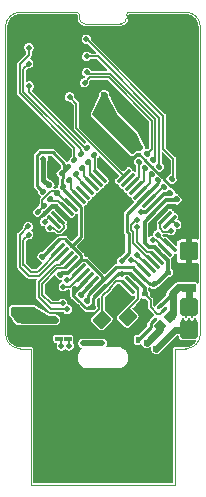
<source format=gbr>
G04 #@! TF.GenerationSoftware,KiCad,Pcbnew,(5.99.0-4161-ge826a4494a)*
G04 #@! TF.CreationDate,2020-10-19T16:11:41+03:00*
G04 #@! TF.ProjectId,StickHub,53746963-6b48-4756-922e-6b696361645f,rev?*
G04 #@! TF.SameCoordinates,Original*
G04 #@! TF.FileFunction,Copper,L2,Bot*
G04 #@! TF.FilePolarity,Positive*
%FSLAX46Y46*%
G04 Gerber Fmt 4.6, Leading zero omitted, Abs format (unit mm)*
G04 Created by KiCad (PCBNEW (5.99.0-4161-ge826a4494a)) date 2020-10-19 16:11:41*
%MOMM*%
%LPD*%
G01*
G04 APERTURE LIST*
G04 Aperture macros list*
%AMRoundRect*
0 Rectangle with rounded corners*
0 $1 Rounding radius*
0 $2 $3 $4 $5 $6 $7 $8 $9 X,Y pos of 4 corners*
0 Add a 4 corners polygon primitive as box body*
4,1,4,$2,$3,$4,$5,$6,$7,$8,$9,$2,$3,0*
0 Add four circle primitives for the rounded corners*
1,1,$1+$1,$2,$3,0*
1,1,$1+$1,$4,$5,0*
1,1,$1+$1,$6,$7,0*
1,1,$1+$1,$8,$9,0*
0 Add four rect primitives between the rounded corners*
20,1,$1+$1,$2,$3,$4,$5,0*
20,1,$1+$1,$4,$5,$6,$7,0*
20,1,$1+$1,$6,$7,$8,$9,0*
20,1,$1+$1,$8,$9,$2,$3,0*%
G04 Aperture macros list end*
G04 #@! TA.AperFunction,Profile*
%ADD10C,0.100000*%
G04 #@! TD*
G04 #@! TA.AperFunction,SMDPad,CuDef*
%ADD11RoundRect,0.055000X0.088388X-0.399515X0.399515X-0.088388X-0.088388X0.399515X-0.399515X0.088388X0*%
G04 #@! TD*
G04 #@! TA.AperFunction,SMDPad,CuDef*
%ADD12RoundRect,0.040000X-0.035355X0.261630X-0.261630X0.035355X0.035355X-0.261630X0.261630X-0.035355X0*%
G04 #@! TD*
G04 #@! TA.AperFunction,SMDPad,CuDef*
%ADD13RoundRect,0.055000X0.345000X-0.220000X0.345000X0.220000X-0.345000X0.220000X-0.345000X-0.220000X0*%
G04 #@! TD*
G04 #@! TA.AperFunction,SMDPad,CuDef*
%ADD14RoundRect,0.050000X-0.250000X0.150000X-0.250000X-0.150000X0.250000X-0.150000X0.250000X0.150000X0*%
G04 #@! TD*
G04 #@! TA.AperFunction,SMDPad,CuDef*
%ADD15RoundRect,0.050000X0.035355X-0.247487X0.247487X-0.035355X-0.035355X0.247487X-0.247487X0.035355X0*%
G04 #@! TD*
G04 #@! TA.AperFunction,SMDPad,CuDef*
%ADD16RoundRect,0.040000X-0.261630X-0.035355X-0.035355X-0.261630X0.261630X0.035355X0.035355X0.261630X0*%
G04 #@! TD*
G04 #@! TA.AperFunction,SMDPad,CuDef*
%ADD17RoundRect,0.062500X0.141421X0.229810X-0.229810X-0.141421X-0.141421X-0.229810X0.229810X0.141421X0*%
G04 #@! TD*
G04 #@! TA.AperFunction,SMDPad,CuDef*
%ADD18RoundRect,0.049600X0.005303X0.500844X-0.500844X-0.005303X-0.005303X-0.500844X0.500844X0.005303X0*%
G04 #@! TD*
G04 #@! TA.AperFunction,ConnectorPad*
%ADD19RoundRect,0.100500X-0.649500X-0.649500X0.649500X-0.649500X0.649500X0.649500X-0.649500X0.649500X0*%
G04 #@! TD*
G04 #@! TA.AperFunction,SMDPad,CuDef*
%ADD20RoundRect,0.050000X-0.200000X0.150000X-0.200000X-0.150000X0.200000X-0.150000X0.200000X0.150000X0*%
G04 #@! TD*
G04 #@! TA.AperFunction,SMDPad,CuDef*
%ADD21RoundRect,0.050000X-0.035355X0.247487X-0.247487X0.035355X0.035355X-0.247487X0.247487X-0.035355X0*%
G04 #@! TD*
G04 #@! TA.AperFunction,SMDPad,CuDef*
%ADD22RoundRect,0.050000X0.247487X0.035355X0.035355X0.247487X-0.247487X-0.035355X-0.035355X-0.247487X0*%
G04 #@! TD*
G04 #@! TA.AperFunction,SMDPad,CuDef*
%ADD23RoundRect,0.040000X0.261630X0.035355X0.035355X0.261630X-0.261630X-0.035355X-0.035355X-0.261630X0*%
G04 #@! TD*
G04 #@! TA.AperFunction,SMDPad,CuDef*
%ADD24RoundRect,0.050000X0.150000X0.200000X-0.150000X0.200000X-0.150000X-0.200000X0.150000X-0.200000X0*%
G04 #@! TD*
G04 #@! TA.AperFunction,SMDPad,CuDef*
%ADD25RoundRect,0.055000X0.399515X0.088388X0.088388X0.399515X-0.399515X-0.088388X-0.088388X-0.399515X0*%
G04 #@! TD*
G04 #@! TA.AperFunction,SMDPad,CuDef*
%ADD26RoundRect,0.055000X-0.088388X0.399515X-0.399515X0.088388X0.088388X-0.399515X0.399515X-0.088388X0*%
G04 #@! TD*
G04 #@! TA.AperFunction,SMDPad,CuDef*
%ADD27RoundRect,0.110000X0.035355X0.657609X-0.657609X-0.035355X-0.035355X-0.657609X0.657609X0.035355X0*%
G04 #@! TD*
G04 #@! TA.AperFunction,SMDPad,CuDef*
%ADD28RoundRect,0.055000X-0.345000X0.220000X-0.345000X-0.220000X0.345000X-0.220000X0.345000X0.220000X0*%
G04 #@! TD*
G04 #@! TA.AperFunction,SMDPad,CuDef*
%ADD29RoundRect,0.075000X0.415425X0.521491X-0.521491X-0.415425X-0.415425X-0.521491X0.521491X0.415425X0*%
G04 #@! TD*
G04 #@! TA.AperFunction,SMDPad,CuDef*
%ADD30RoundRect,0.075000X-0.415425X0.521491X-0.521491X0.415425X0.415425X-0.521491X0.521491X-0.415425X0*%
G04 #@! TD*
G04 #@! TA.AperFunction,ConnectorPad*
%ADD31RoundRect,0.150000X-0.600000X-0.600000X0.600000X-0.600000X0.600000X0.600000X-0.600000X0.600000X0*%
G04 #@! TD*
G04 #@! TA.AperFunction,SMDPad,CuDef*
%ADD32RoundRect,0.050000X-0.247487X-0.035355X-0.035355X-0.247487X0.247487X0.035355X0.035355X0.247487X0*%
G04 #@! TD*
G04 #@! TA.AperFunction,SMDPad,CuDef*
%ADD33RoundRect,0.065000X0.535000X-0.260000X0.535000X0.260000X-0.535000X0.260000X-0.535000X-0.260000X0*%
G04 #@! TD*
G04 #@! TA.AperFunction,ViaPad*
%ADD34C,0.500000*%
G04 #@! TD*
G04 #@! TA.AperFunction,ViaPad*
%ADD35C,0.600000*%
G04 #@! TD*
G04 #@! TA.AperFunction,Conductor*
%ADD36C,0.250000*%
G04 #@! TD*
G04 #@! TA.AperFunction,Conductor*
%ADD37C,0.400000*%
G04 #@! TD*
G04 #@! TA.AperFunction,Conductor*
%ADD38C,0.150000*%
G04 #@! TD*
G04 #@! TA.AperFunction,Conductor*
%ADD39C,0.300000*%
G04 #@! TD*
G04 #@! TA.AperFunction,Conductor*
%ADD40C,0.500000*%
G04 #@! TD*
G04 #@! TA.AperFunction,Conductor*
%ADD41C,0.600000*%
G04 #@! TD*
G04 #@! TA.AperFunction,Conductor*
%ADD42C,0.200000*%
G04 #@! TD*
G04 APERTURE END LIST*
D10*
X152250000Y-80000000D02*
X157000000Y-80000000D01*
X148500000Y-81000000D02*
X151500000Y-81000000D01*
X157000000Y-108500000D02*
X156100000Y-108500000D01*
X141750000Y-107250000D02*
X141750000Y-81250000D01*
X156100000Y-120000000D02*
X156100000Y-108500000D01*
X148000000Y-80250000D02*
X148000000Y-80500000D01*
X152000000Y-80250000D02*
G75*
G02*
X152250000Y-80000000I250000J0D01*
G01*
X143900000Y-120000000D02*
X143900000Y-108500000D01*
X141750000Y-81250000D02*
G75*
G02*
X143000000Y-80000000I1250000J0D01*
G01*
X147750000Y-80000000D02*
G75*
G02*
X148000000Y-80250000I0J-250000D01*
G01*
X143000000Y-108500000D02*
G75*
G02*
X141750000Y-107250000I0J1250000D01*
G01*
X143900000Y-120000000D02*
X156100000Y-120000000D01*
X158250000Y-81250000D02*
X158250000Y-107250000D01*
X143000000Y-80000000D02*
X147750000Y-80000000D01*
X158250000Y-107250000D02*
G75*
G02*
X157000000Y-108500000I-1250000J0D01*
G01*
X157000000Y-80000000D02*
G75*
G02*
X158250000Y-81250000I0J-1250000D01*
G01*
X148500000Y-81000000D02*
G75*
G02*
X148000000Y-80500000I0J500000D01*
G01*
X143900000Y-108500000D02*
X143000000Y-108500000D01*
X152000000Y-80500000D02*
G75*
G02*
X151500000Y-81000000I-500000J0D01*
G01*
X152000000Y-80500000D02*
X152000000Y-80250000D01*
G04 #@! TO.C,JP1*
G36*
X158050000Y-106324999D02*
G01*
X157550000Y-106325000D01*
X157800000Y-105825000D01*
X158050000Y-106324999D01*
G37*
G36*
X157550006Y-105974999D02*
G01*
X157299999Y-105475000D01*
X157799994Y-105475000D01*
X157550006Y-105974999D01*
G37*
G36*
X157050001Y-106325000D02*
G01*
X156550000Y-106325000D01*
X156800000Y-105825001D01*
X157050001Y-106325000D01*
G37*
G36*
X157550000Y-106325000D02*
G01*
X157050001Y-106325000D01*
X157299999Y-105825000D01*
X157550000Y-106325000D01*
G37*
G36*
X157050006Y-105975000D02*
G01*
X156800000Y-105475000D01*
X157299993Y-105475000D01*
X157050006Y-105975000D01*
G37*
G04 #@! TD*
D11*
G04 #@! TO.P,C36,1*
G04 #@! TO.N,+5V*
X150915596Y-88820190D03*
G04 #@! TO.P,C36,2*
G04 #@! TO.N,GND*
X151870190Y-87865596D03*
G04 #@! TD*
D12*
G04 #@! TO.P,R7,1*
G04 #@! TO.N,Net-(D15-PadGA)*
X153689518Y-92024948D03*
G04 #@! TO.P,R7,2*
G04 #@! TO.N,/LED1*
X153053122Y-92661344D03*
G04 #@! TD*
D13*
G04 #@! TO.P,C32,1*
G04 #@! TO.N,+5V*
X142650000Y-105275000D03*
G04 #@! TO.P,C32,2*
G04 #@! TO.N,GND*
X142650000Y-103925000D03*
G04 #@! TD*
D14*
G04 #@! TO.P,D23,1,A1*
G04 #@! TO.N,GND*
X146250000Y-106750000D03*
G04 #@! TO.P,D23,2,A2*
G04 #@! TO.N,/D+*
X146250000Y-107650000D03*
G04 #@! TD*
D11*
G04 #@! TO.P,C37,1*
G04 #@! TO.N,+5V*
X150208489Y-88113083D03*
G04 #@! TO.P,C37,2*
G04 #@! TO.N,GND*
X151163083Y-87158489D03*
G04 #@! TD*
D15*
G04 #@! TO.P,C11,1*
G04 #@! TO.N,+1V8*
X154644112Y-94252334D03*
G04 #@! TO.P,C11,2*
G04 #@! TO.N,GND*
X155280508Y-93615938D03*
G04 #@! TD*
D16*
G04 #@! TO.P,R13,1*
G04 #@! TO.N,Net-(D21-PadGA)*
X147573044Y-92555278D03*
G04 #@! TO.P,R13,2*
G04 #@! TO.N,/LED7*
X148209440Y-93191674D03*
G04 #@! TD*
D17*
G04 #@! TO.P,U2,1,VDD*
G04 #@! TO.N,VIN*
X154811612Y-104877728D03*
G04 #@! TO.P,U2,2,ON*
G04 #@! TO.N,+1V8*
X155165165Y-105231282D03*
D18*
G04 #@! TO.P,U2,3,D*
G04 #@! TO.N,VIN*
X155637159Y-105819948D03*
G04 #@! TO.P,U2,5,S*
G04 #@! TO.N,+5V*
X154869948Y-106587159D03*
D17*
G04 #@! TO.P,U2,7,CAP*
G04 #@! TO.N,Net-(C28-Pad1)*
X154281282Y-106115165D03*
G04 #@! TO.P,U2,8,GND*
G04 #@! TO.N,GND*
X153927728Y-105761612D03*
G04 #@! TD*
D19*
G04 #@! TO.P,J9,1,Pin_1*
G04 #@! TO.N,GND*
X157250000Y-100250000D03*
G04 #@! TD*
D16*
G04 #@! TO.P,R4,1*
G04 #@! TO.N,+3V3*
X147042714Y-93085608D03*
G04 #@! TO.P,R4,2*
G04 #@! TO.N,Net-(R4-Pad2)*
X147679110Y-93722004D03*
G04 #@! TD*
D20*
G04 #@! TO.P,C8,1*
G04 #@! TO.N,+3V3*
X155500000Y-102050000D03*
G04 #@! TO.P,C8,2*
G04 #@! TO.N,GND*
X155500000Y-102950000D03*
G04 #@! TD*
D16*
G04 #@! TO.P,R11,1*
G04 #@! TO.N,Net-(D19-PadGA)*
X148633704Y-91494618D03*
G04 #@! TO.P,R11,2*
G04 #@! TO.N,/LED5*
X149270100Y-92131014D03*
G04 #@! TD*
D21*
G04 #@! TO.P,C6,1*
G04 #@! TO.N,+3V3*
X146368198Y-102231802D03*
G04 #@! TO.P,C6,2*
G04 #@! TO.N,GND*
X145731802Y-102868198D03*
G04 #@! TD*
D22*
G04 #@! TO.P,C2,1*
G04 #@! TO.N,Net-(C2-Pad1)*
X144497130Y-96903985D03*
G04 #@! TO.P,C2,2*
G04 #@! TO.N,GND*
X143860734Y-96267589D03*
G04 #@! TD*
D12*
G04 #@! TO.P,R6,1*
G04 #@! TO.N,Net-(R6-Pad1)*
X148118198Y-103981802D03*
G04 #@! TO.P,R6,2*
G04 #@! TO.N,GND*
X147481802Y-104618198D03*
G04 #@! TD*
D21*
G04 #@! TO.P,C4,1*
G04 #@! TO.N,+1V8*
X149118198Y-104981802D03*
G04 #@! TO.P,C4,2*
G04 #@! TO.N,GND*
X148481802Y-105618198D03*
G04 #@! TD*
D12*
G04 #@! TO.P,R10,1*
G04 #@! TO.N,Net-(D18-PadGA)*
X155810838Y-94146268D03*
G04 #@! TO.P,R10,2*
G04 #@! TO.N,/LED4*
X155174442Y-94782664D03*
G04 #@! TD*
D23*
G04 #@! TO.P,R2,1*
G04 #@! TO.N,Net-(C2-Pad1)*
X145027460Y-96373654D03*
G04 #@! TO.P,R2,2*
G04 #@! TO.N,GND*
X144391064Y-95737258D03*
G04 #@! TD*
D12*
G04 #@! TO.P,R8,1*
G04 #@! TO.N,Net-(D16-PadGA)*
X154219848Y-92555278D03*
G04 #@! TO.P,R8,2*
G04 #@! TO.N,/LED2*
X153583452Y-93191674D03*
G04 #@! TD*
D24*
G04 #@! TO.P,C28,1*
G04 #@! TO.N,Net-(C28-Pad1)*
X152950000Y-107750000D03*
G04 #@! TO.P,C28,2*
G04 #@! TO.N,GND*
X152050000Y-107750000D03*
G04 #@! TD*
D15*
G04 #@! TO.P,C3,1*
G04 #@! TO.N,+3V3*
X156235102Y-95843324D03*
G04 #@! TO.P,C3,2*
G04 #@! TO.N,GND*
X156871498Y-95206928D03*
G04 #@! TD*
D21*
G04 #@! TO.P,C5,1*
G04 #@! TO.N,+3V3*
X148618198Y-104481802D03*
G04 #@! TO.P,C5,2*
G04 #@! TO.N,GND*
X147981802Y-105118198D03*
G04 #@! TD*
D25*
G04 #@! TO.P,C22,1*
G04 #@! TO.N,+5V*
X154227297Y-107477297D03*
G04 #@! TO.P,C22,2*
G04 #@! TO.N,GND*
X153272703Y-106522703D03*
G04 #@! TD*
D26*
G04 #@! TO.P,C26,1*
G04 #@! TO.N,+5V*
X151677297Y-90872703D03*
G04 #@! TO.P,C26,2*
G04 #@! TO.N,GND*
X150722703Y-91827297D03*
G04 #@! TD*
G04 #@! TO.P,C25,1*
G04 #@! TO.N,+5V*
X150970190Y-90165596D03*
G04 #@! TO.P,C25,2*
G04 #@! TO.N,GND*
X150015596Y-91120190D03*
G04 #@! TD*
D27*
G04 #@! TO.P,Y1,1*
G04 #@! TO.N,/XI*
X152093503Y-105821069D03*
G04 #@! TO.P,Y1,2,GND*
G04 #@! TO.N,GND*
X150891421Y-107023151D03*
G04 #@! TO.P,Y1,3*
G04 #@! TO.N,/XO*
X149901471Y-106033201D03*
G04 #@! TO.P,Y1,4,GND*
G04 #@! TO.N,GND*
X151103553Y-104831119D03*
G04 #@! TD*
D11*
G04 #@! TO.P,C34,1*
G04 #@! TO.N,+5V*
X152329810Y-90234404D03*
G04 #@! TO.P,C34,2*
G04 #@! TO.N,GND*
X153284404Y-89279810D03*
G04 #@! TD*
D28*
G04 #@! TO.P,C29,1*
G04 #@! TO.N,+5V*
X144150000Y-106025000D03*
G04 #@! TO.P,C29,2*
G04 #@! TO.N,GND*
X144150000Y-107375000D03*
G04 #@! TD*
D16*
G04 #@! TO.P,R12,1*
G04 #@! TO.N,Net-(D20-PadGA)*
X148103374Y-92024948D03*
G04 #@! TO.P,R12,2*
G04 #@! TO.N,/LED6*
X148739770Y-92661344D03*
G04 #@! TD*
D14*
G04 #@! TO.P,D22,1,A1*
G04 #@! TO.N,GND*
X147000000Y-106750000D03*
G04 #@! TO.P,D22,2,A2*
G04 #@! TO.N,/D-*
X147000000Y-107650000D03*
G04 #@! TD*
D29*
G04 #@! TO.P,U1,1,LED_CTL*
G04 #@! TO.N,/LC*
X151748788Y-93862124D03*
G04 #@! TO.P,U1,2,TEST#/SDA*
G04 #@! TO.N,Net-(U1-Pad2)*
X152102342Y-94215678D03*
G04 #@! TO.P,U1,3,LED1/SCL*
G04 #@! TO.N,/LED1*
X152455895Y-94569231D03*
G04 #@! TO.P,U1,4,LED2*
G04 #@! TO.N,/LED2*
X152809449Y-94922785D03*
G04 #@! TO.P,U1,5,LED3*
G04 #@! TO.N,/LED3*
X153163002Y-95276338D03*
G04 #@! TO.P,U1,6,VCC18*
G04 #@! TO.N,+1V8*
X153516555Y-95629891D03*
G04 #@! TO.P,U1,7,LED4*
G04 #@! TO.N,/LED4*
X153870109Y-95983445D03*
G04 #@! TO.P,U1,8,VCC5*
G04 #@! TO.N,+5V*
X154223662Y-96336998D03*
G04 #@! TO.P,U1,9,3V3_OUT*
G04 #@! TO.N,+3V3*
X154577215Y-96690551D03*
G04 #@! TO.P,U1,10,GND*
G04 #@! TO.N,GND*
X154930769Y-97044105D03*
G04 #@! TO.P,U1,11,USB4D-*
G04 #@! TO.N,/U4D-*
X155284322Y-97397658D03*
G04 #@! TO.P,U1,12,USB4D+*
G04 #@! TO.N,/U4D+*
X155637876Y-97751212D03*
D30*
G04 #@! TO.P,U1,13,USB3D-*
G04 #@! TO.N,/U3D-*
X155637876Y-99748788D03*
G04 #@! TO.P,U1,14,USB3D+*
G04 #@! TO.N,/U3D+*
X155284322Y-100102342D03*
G04 #@! TO.P,U1,15,VCC33*
G04 #@! TO.N,+3V3*
X154930769Y-100455895D03*
G04 #@! TO.P,U1,16,USB2D-*
G04 #@! TO.N,/U2D-*
X154577215Y-100809449D03*
G04 #@! TO.P,U1,17,USB2D+*
G04 #@! TO.N,/U2D+*
X154223662Y-101163002D03*
G04 #@! TO.P,U1,18,USB1D-*
G04 #@! TO.N,/U1D-*
X153870109Y-101516555D03*
G04 #@! TO.P,U1,19,USB1D+*
G04 #@! TO.N,/U1D+*
X153516555Y-101870109D03*
G04 #@! TO.P,U1,20,VCC33*
G04 #@! TO.N,+3V3*
X153163002Y-102223662D03*
G04 #@! TO.P,U1,21,VCC18*
G04 #@! TO.N,+1V8*
X152809449Y-102577215D03*
G04 #@! TO.P,U1,22,XTALIN*
G04 #@! TO.N,/XI*
X152455895Y-102930769D03*
G04 #@! TO.P,U1,23,XTALOUT*
G04 #@! TO.N,/XO*
X152102342Y-103284322D03*
G04 #@! TO.P,U1,24,GND*
G04 #@! TO.N,GND*
X151748788Y-103637876D03*
D29*
G04 #@! TO.P,U1,25,1V8_OUT*
G04 #@! TO.N,+1V8*
X149751212Y-103637876D03*
G04 #@! TO.P,U1,26,VCC33*
G04 #@! TO.N,+3V3*
X149397658Y-103284322D03*
G04 #@! TO.P,U1,27,REXT*
G04 #@! TO.N,Net-(R6-Pad1)*
X149044105Y-102930769D03*
G04 #@! TO.P,U1,28,VCC18*
G04 #@! TO.N,+1V8*
X148690551Y-102577215D03*
G04 #@! TO.P,U1,29,UP_D-*
G04 #@! TO.N,/D-*
X148336998Y-102223662D03*
G04 #@! TO.P,U1,30,UP_D+*
G04 #@! TO.N,/D+*
X147983445Y-101870109D03*
G04 #@! TO.P,U1,31,VCC33*
G04 #@! TO.N,+3V3*
X147629891Y-101516555D03*
G04 #@! TO.P,U1,32,USB5D-*
G04 #@! TO.N,/U5D-*
X147276338Y-101163002D03*
G04 #@! TO.P,U1,33,USB5D+*
G04 #@! TO.N,/U5D+*
X146922785Y-100809449D03*
G04 #@! TO.P,U1,34,USB6D-*
G04 #@! TO.N,/U6D-*
X146569231Y-100455895D03*
G04 #@! TO.P,U1,35,USB6D+*
G04 #@! TO.N,/U6D+*
X146215678Y-100102342D03*
G04 #@! TO.P,U1,36,VCC33*
G04 #@! TO.N,+3V3*
X145862124Y-99748788D03*
D30*
G04 #@! TO.P,U1,37,USB7D-*
G04 #@! TO.N,/U7D-*
X145862124Y-97751212D03*
G04 #@! TO.P,U1,38,USB7D+*
G04 #@! TO.N,/U7D+*
X146215678Y-97397658D03*
G04 #@! TO.P,U1,39,GND*
G04 #@! TO.N,GND*
X146569231Y-97044105D03*
G04 #@! TO.P,U1,40,EXT_RST#*
G04 #@! TO.N,Net-(R3-Pad2)*
X146922785Y-96690551D03*
G04 #@! TO.P,U1,41,VBUS_SENSE*
G04 #@! TO.N,Net-(C2-Pad1)*
X147276338Y-96336998D03*
G04 #@! TO.P,U1,42,VCC33*
G04 #@! TO.N,+3V3*
X147629891Y-95983445D03*
G04 #@! TO.P,U1,43,TEST1#*
G04 #@! TO.N,Net-(R5-Pad2)*
X147983445Y-95629891D03*
G04 #@! TO.P,U1,44,TEST#2/DNC*
G04 #@! TO.N,Net-(U1-Pad44)*
X148336998Y-95276338D03*
G04 #@! TO.P,U1,45,TEST3#*
G04 #@! TO.N,Net-(R4-Pad2)*
X148690551Y-94922785D03*
G04 #@! TO.P,U1,46,LED7*
G04 #@! TO.N,/LED7*
X149044105Y-94569231D03*
G04 #@! TO.P,U1,47,LED6*
G04 #@! TO.N,/LED6*
X149397658Y-94215678D03*
G04 #@! TO.P,U1,48,LED5*
G04 #@! TO.N,/LED5*
X149751212Y-93862124D03*
G04 #@! TD*
D31*
G04 #@! TO.P,JP1,1,1*
G04 #@! TO.N,Net-(J1-Pad1)*
X157300000Y-106875000D03*
G04 #@! TO.P,JP1,2,2*
G04 #@! TO.N,VIN*
X157300000Y-104925000D03*
G04 #@! TD*
D16*
G04 #@! TO.P,R1,1*
G04 #@! TO.N,+5V*
X145451724Y-94676598D03*
G04 #@! TO.P,R1,2*
G04 #@! TO.N,Net-(C2-Pad1)*
X146088120Y-95312994D03*
G04 #@! TD*
D12*
G04 #@! TO.P,R9,1*
G04 #@! TO.N,Net-(D17-PadGA)*
X154750178Y-93085608D03*
G04 #@! TO.P,R9,2*
G04 #@! TO.N,/LED3*
X154113782Y-93722004D03*
G04 #@! TD*
D26*
G04 #@! TO.P,C24,1*
G04 #@! TO.N,+5V*
X150263082Y-89458489D03*
G04 #@! TO.P,C24,2*
G04 #@! TO.N,GND*
X149308488Y-90413083D03*
G04 #@! TD*
D11*
G04 #@! TO.P,C35,1*
G04 #@! TO.N,+5V*
X151622703Y-89527297D03*
G04 #@! TO.P,C35,2*
G04 #@! TO.N,GND*
X152577297Y-88572703D03*
G04 #@! TD*
D21*
G04 #@! TO.P,C7,1*
G04 #@! TO.N,+3V3*
X144881014Y-100729899D03*
G04 #@! TO.P,C7,2*
G04 #@! TO.N,GND*
X144244618Y-101366295D03*
G04 #@! TD*
D15*
G04 #@! TO.P,C1,1*
G04 #@! TO.N,+5V*
X155704772Y-95312994D03*
G04 #@! TO.P,C1,2*
G04 #@! TO.N,GND*
X156341168Y-94676598D03*
G04 #@! TD*
D22*
G04 #@! TO.P,C9,1*
G04 #@! TO.N,+3V3*
X146618450Y-94782664D03*
G04 #@! TO.P,C9,2*
G04 #@! TO.N,GND*
X145982054Y-94146268D03*
G04 #@! TD*
D21*
G04 #@! TO.P,C13,1*
G04 #@! TO.N,+1V8*
X147618198Y-103481802D03*
G04 #@! TO.P,C13,2*
G04 #@! TO.N,GND*
X146981802Y-104118198D03*
G04 #@! TD*
D32*
G04 #@! TO.P,C10,1*
G04 #@! TO.N,+3V3*
X154320888Y-103027996D03*
G04 #@! TO.P,C10,2*
G04 #@! TO.N,GND*
X154957284Y-103664392D03*
G04 #@! TD*
D28*
G04 #@! TO.P,C31,1*
G04 #@! TO.N,+5V*
X143150000Y-106025000D03*
G04 #@! TO.P,C31,2*
G04 #@! TO.N,GND*
X143150000Y-107375000D03*
G04 #@! TD*
D20*
G04 #@! TO.P,C12,1*
G04 #@! TO.N,+1V8*
X153550000Y-103900000D03*
G04 #@! TO.P,C12,2*
G04 #@! TO.N,GND*
X153550000Y-104800000D03*
G04 #@! TD*
D16*
G04 #@! TO.P,R5,1*
G04 #@! TO.N,+3V3*
X146512384Y-93615938D03*
G04 #@! TO.P,R5,2*
G04 #@! TO.N,Net-(R5-Pad2)*
X147148780Y-94252334D03*
G04 #@! TD*
D13*
G04 #@! TO.P,C33,1*
G04 #@! TO.N,+5V*
X143650000Y-105275000D03*
G04 #@! TO.P,C33,2*
G04 #@! TO.N,GND*
X143650000Y-103925000D03*
G04 #@! TD*
D28*
G04 #@! TO.P,C30,1*
G04 #@! TO.N,+5V*
X145150000Y-106025000D03*
G04 #@! TO.P,C30,2*
G04 #@! TO.N,GND*
X145150000Y-107375000D03*
G04 #@! TD*
D16*
G04 #@! TO.P,R3,1*
G04 #@! TO.N,+3V3*
X144921394Y-95206928D03*
G04 #@! TO.P,R3,2*
G04 #@! TO.N,Net-(R3-Pad2)*
X145557790Y-95843324D03*
G04 #@! TD*
D26*
G04 #@! TO.P,C27,1*
G04 #@! TO.N,+5V*
X152384403Y-91579810D03*
G04 #@! TO.P,C27,2*
G04 #@! TO.N,GND*
X151429809Y-92534404D03*
G04 #@! TD*
G04 #@! TO.P,C23,1*
G04 #@! TO.N,+5V*
X149555976Y-88751383D03*
G04 #@! TO.P,C23,2*
G04 #@! TO.N,GND*
X148601382Y-89705977D03*
G04 #@! TD*
D33*
G04 #@! TO.P,C21,1*
G04 #@! TO.N,VIN*
X157250000Y-103325000D03*
G04 #@! TO.P,C21,2*
G04 #@! TO.N,GND*
X157250000Y-101675000D03*
G04 #@! TD*
D34*
G04 #@! TO.N,GND*
X157250000Y-102450000D03*
X151500000Y-81500000D03*
X142780000Y-93250000D03*
X150124571Y-99757687D03*
X146180031Y-93072237D03*
X153090000Y-84640000D03*
X157300000Y-88250000D03*
X142290000Y-100250000D03*
X142750000Y-81000000D03*
X150030000Y-92960000D03*
X148300000Y-99930000D03*
X147250000Y-98930000D03*
X157250000Y-98850000D03*
X148400000Y-107150000D03*
X147230000Y-88030000D03*
X157280000Y-81500000D03*
X149819271Y-107261475D03*
X157290000Y-86250000D03*
X153780000Y-86680000D03*
X143310000Y-95910000D03*
X147030000Y-106040000D03*
X157280000Y-93250000D03*
X142290000Y-102250000D03*
X151720000Y-95570000D03*
X155414117Y-92535883D03*
X151034229Y-103573736D03*
X146700000Y-89050000D03*
X148250000Y-87250000D03*
X153300000Y-105500000D03*
X154331365Y-98163517D03*
X150060000Y-95580000D03*
X143810000Y-85220000D03*
X157750000Y-95250000D03*
X143745010Y-99546626D03*
X153600000Y-90150000D03*
X151650000Y-100150000D03*
X147400000Y-80670000D03*
X144120000Y-89110000D03*
X144000000Y-102950000D03*
X145460000Y-108030000D03*
X144380000Y-97710000D03*
X154550000Y-104100000D03*
X149911324Y-86248711D03*
X146938761Y-92250000D03*
X155595010Y-88970000D03*
X145320000Y-103210000D03*
X145510000Y-90820000D03*
X151600000Y-88500000D03*
X149600000Y-84610000D03*
G04 #@! TO.N,+5V*
X149950000Y-108050000D03*
X153246511Y-96950092D03*
D35*
X153080000Y-91450000D03*
X150100000Y-87050000D03*
D34*
X144950000Y-92400000D03*
D35*
X145920000Y-106040000D03*
D34*
X148300000Y-108050000D03*
D35*
X153710000Y-107990000D03*
D34*
G04 #@! TO.N,+1V8*
X151590000Y-101084990D03*
X151600000Y-102160000D03*
G04 #@! TO.N,Net-(D15-PadGA)*
X148440000Y-85970000D03*
G04 #@! TO.N,Net-(D16-PadGA)*
X148630000Y-85090000D03*
G04 #@! TO.N,Net-(D17-PadGA)*
X148630000Y-83740000D03*
G04 #@! TO.N,Net-(D18-PadGA)*
X148600000Y-82290000D03*
G04 #@! TO.N,Net-(D19-PadGA)*
X143750000Y-86250000D03*
G04 #@! TO.N,Net-(D20-PadGA)*
X143700000Y-84370000D03*
G04 #@! TO.N,Net-(D21-PadGA)*
X143730000Y-83000000D03*
G04 #@! TO.N,/U1D-*
X152850000Y-100550000D03*
G04 #@! TO.N,/U1D+*
X152345136Y-101002923D03*
G04 #@! TO.N,/U2D-*
X152880018Y-98230018D03*
G04 #@! TO.N,/U2D+*
X152858771Y-97580354D03*
G04 #@! TO.N,/U3D-*
X154629380Y-98839419D03*
G04 #@! TO.N,/U3D+*
X154197253Y-99324992D03*
G04 #@! TO.N,/U4D-*
X155750000Y-98500000D03*
G04 #@! TO.N,/U4D+*
X156250000Y-98000000D03*
G04 #@! TO.N,/U5D-*
X146594655Y-104644598D03*
G04 #@! TO.N,/U5D+*
X146975560Y-105171312D03*
G04 #@! TO.N,/U6D-*
X143660000Y-98150000D03*
G04 #@! TO.N,/U6D+*
X143710000Y-98840000D03*
G04 #@! TO.N,/U7D-*
X145070000Y-97740000D03*
G04 #@! TO.N,/U7D+*
X145520000Y-98240000D03*
G04 #@! TO.N,/D-*
X147150000Y-108250000D03*
X146650883Y-103250883D03*
G04 #@! TO.N,/D+*
X146947546Y-102650703D03*
X146489117Y-108260883D03*
G04 #@! TO.N,/LC*
X147170000Y-87170000D03*
D35*
G04 #@! TO.N,Net-(J1-Pad1)*
X154500000Y-108500000D03*
G04 #@! TD*
D36*
G04 #@! TO.N,GND*
X147230000Y-88520000D02*
X146700000Y-89050000D01*
X157250000Y-102450000D02*
X157250000Y-101675000D01*
D37*
X142780000Y-95380000D02*
X142780000Y-93250000D01*
X154957284Y-103664392D02*
X154957284Y-103664394D01*
X144244618Y-101366295D02*
X143745010Y-100866687D01*
X157300000Y-93230000D02*
X157280000Y-93250000D01*
D36*
X148472313Y-99757687D02*
X148300000Y-99930000D01*
X153927728Y-105761612D02*
X153550000Y-105383884D01*
X153927728Y-105761612D02*
X153927728Y-105867678D01*
D37*
X151103553Y-103643060D02*
X151034229Y-103573736D01*
X151103553Y-104831119D02*
X151103553Y-103643060D01*
D38*
X155595010Y-88495010D02*
X153780000Y-86680000D01*
D36*
X154957284Y-103692716D02*
X154550000Y-104100000D01*
D37*
X147780152Y-104901829D02*
X147780150Y-104901829D01*
D38*
X155135551Y-93760895D02*
X154800895Y-93760895D01*
D37*
X142290000Y-102250000D02*
X142290000Y-100250000D01*
X157290000Y-86250000D02*
X157280000Y-86240000D01*
D36*
X145837097Y-94001311D02*
X145837097Y-93415171D01*
D37*
X143310000Y-95910000D02*
X142780000Y-95380000D01*
D36*
X152050000Y-107750000D02*
X152050000Y-107745406D01*
D37*
X143745010Y-100866687D02*
X143745010Y-99546626D01*
D36*
X150891421Y-107023151D02*
X151433151Y-107023151D01*
X143667589Y-96267589D02*
X143310000Y-95910000D01*
D39*
X156775000Y-101675000D02*
X157250000Y-101675000D01*
D36*
X154957284Y-103664392D02*
X154957284Y-103692716D01*
X150463622Y-107450950D02*
X148440950Y-107450950D01*
D40*
X153272703Y-105527297D02*
X153300000Y-105500000D01*
D38*
X142750000Y-81000000D02*
X147070000Y-81000000D01*
D37*
X157300000Y-88250000D02*
X157300000Y-93230000D01*
D38*
X155420000Y-88980000D02*
X155430000Y-88970000D01*
D39*
X154957284Y-103664392D02*
X154957284Y-103492716D01*
D36*
X153927728Y-105867678D02*
X153272703Y-106522703D01*
D40*
X153272703Y-106522703D02*
X153272703Y-105527297D01*
D36*
X150124571Y-99757687D02*
X148472313Y-99757687D01*
X146569231Y-97044105D02*
X147250000Y-97724874D01*
X151323151Y-107023151D02*
X152050000Y-107750000D01*
X150891421Y-107023151D02*
X150463622Y-107450950D01*
D37*
X147637841Y-105432159D02*
X147030000Y-106040000D01*
X148250000Y-87250000D02*
X149251289Y-86248711D01*
X148310482Y-105432159D02*
X147637841Y-105432159D01*
D36*
X152050000Y-107745406D02*
X153272703Y-106522703D01*
X143860734Y-96267589D02*
X143667589Y-96267589D01*
D37*
X151118270Y-107250000D02*
X150891421Y-107023151D01*
X150653097Y-107261475D02*
X149819271Y-107261475D01*
X149251289Y-86248711D02*
X149911324Y-86248711D01*
D36*
X147230000Y-88030000D02*
X147230000Y-88520000D01*
D37*
X150759999Y-93689999D02*
X150759999Y-94880001D01*
D38*
X147070000Y-81000000D02*
X147400000Y-80670000D01*
D36*
X145837097Y-93415171D02*
X146180031Y-93072237D01*
D38*
X151748788Y-103637876D02*
X151748788Y-104185884D01*
D36*
X153550000Y-105383884D02*
X153550000Y-104800000D01*
X154930769Y-97044105D02*
X155549053Y-96425821D01*
D37*
X156914570Y-95250000D02*
X157750000Y-95250000D01*
D36*
X147250000Y-97724874D02*
X147250000Y-98930000D01*
D39*
X154957284Y-103492716D02*
X155500000Y-102950000D01*
D38*
X150904090Y-107010482D02*
X150904090Y-105030582D01*
D40*
X157250000Y-100250000D02*
X157250000Y-98850000D01*
D37*
X156871498Y-95206928D02*
X156914570Y-95250000D01*
X148250000Y-87250000D02*
X148510034Y-87250000D01*
D36*
X144391064Y-95737258D02*
X144391064Y-95737259D01*
D38*
X151748788Y-104185884D02*
X151103553Y-104831119D01*
D37*
X150891421Y-107023151D02*
X150653097Y-107261475D01*
D36*
X148440950Y-107450950D02*
X147030000Y-106040000D01*
D38*
X155430000Y-88970000D02*
X155595010Y-88970000D01*
X150904090Y-105030582D02*
X151103553Y-104831119D01*
D37*
X145731802Y-102868198D02*
X145661802Y-102868198D01*
D38*
X155595010Y-88970000D02*
X155595010Y-88495010D01*
D36*
X145982054Y-94146268D02*
X145837097Y-94001311D01*
D37*
X150124571Y-99757687D02*
X151257687Y-99757687D01*
D36*
X156871498Y-95956476D02*
X156871498Y-95206928D01*
X156402153Y-96425821D02*
X156871498Y-95956476D01*
D37*
X145661802Y-102868198D02*
X145320000Y-103210000D01*
D36*
X156871498Y-95206928D02*
X156341168Y-94676598D01*
D38*
X154930769Y-97044105D02*
X154331365Y-97643509D01*
D36*
X155549053Y-96425821D02*
X156402153Y-96425821D01*
D38*
X154331365Y-97643509D02*
X154331365Y-98163517D01*
D37*
X155414117Y-93482329D02*
X155414117Y-92535883D01*
X157280000Y-86240000D02*
X157280000Y-81500000D01*
D36*
X157650000Y-95985430D02*
X156871498Y-95206928D01*
X150891421Y-107023151D02*
X151323151Y-107023151D01*
D37*
X150759999Y-94880001D02*
X150060000Y-95580000D01*
D38*
X150891421Y-107023151D02*
X150904090Y-107010482D01*
D37*
X150030000Y-92960000D02*
X150759999Y-93689999D01*
X155280508Y-93615938D02*
X155414117Y-93482329D01*
D39*
X155500000Y-102950000D02*
X156775000Y-101675000D01*
D37*
X151257687Y-99757687D02*
X151650000Y-100150000D01*
D36*
X144391064Y-95737259D02*
X143860734Y-96267589D01*
D38*
X155280508Y-93615938D02*
X155135551Y-93760895D01*
D41*
G04 #@! TO.N,+5V*
X153080000Y-91450000D02*
X152514213Y-91450000D01*
D40*
X149950000Y-108050000D02*
X148300000Y-108050000D01*
D39*
X153610568Y-96950092D02*
X154223662Y-96336998D01*
D41*
X144150000Y-106025000D02*
X143150000Y-106025000D01*
D39*
X155704772Y-95312994D02*
X155623462Y-95394304D01*
D41*
X143650000Y-105275000D02*
X143650000Y-105525000D01*
X152384403Y-91579810D02*
X149555976Y-88751383D01*
X145150000Y-106025000D02*
X144150000Y-106025000D01*
D39*
X155623462Y-95394304D02*
X155166356Y-95394304D01*
D41*
X143650000Y-105525000D02*
X144150000Y-106025000D01*
X154227297Y-107477297D02*
X154869948Y-106834646D01*
X152514213Y-91450000D02*
X152384403Y-91579810D01*
X150208489Y-88113083D02*
X152329810Y-90234404D01*
X154869948Y-106834646D02*
X154869948Y-106587159D01*
X145920000Y-106040000D02*
X145165000Y-106040000D01*
X153710000Y-107990000D02*
X153714594Y-107990000D01*
X142650000Y-105275000D02*
X142650000Y-105525000D01*
D39*
X155166356Y-95394304D02*
X154223662Y-96336998D01*
D41*
X145165000Y-106040000D02*
X145150000Y-106025000D01*
X150085786Y-87064214D02*
X150100000Y-87050000D01*
X149555976Y-88751383D02*
X149570189Y-88751383D01*
X149570189Y-88751383D02*
X150208489Y-88113083D01*
X153714594Y-107990000D02*
X154227297Y-107477297D01*
D37*
X145451724Y-94676598D02*
X144950000Y-94174874D01*
D39*
X153246511Y-96950092D02*
X153610568Y-96950092D01*
D37*
X144950000Y-94174874D02*
X144950000Y-92400000D01*
D41*
X142650000Y-105525000D02*
X143150000Y-106025000D01*
X150100000Y-88004594D02*
X150208489Y-88113083D01*
X150100000Y-87050000D02*
X150100000Y-88004594D01*
D38*
G04 #@! TO.N,Net-(C2-Pad1)*
X144497130Y-96903984D02*
X145027460Y-96373654D01*
X144882503Y-95910481D02*
X144882503Y-96228697D01*
X144882503Y-96228697D02*
X145027460Y-96373654D01*
X146088120Y-95312994D02*
X145943163Y-95168037D01*
X147276338Y-96336998D02*
X147112124Y-96336998D01*
X145624947Y-95168037D02*
X144882503Y-95910481D01*
X145943163Y-95168037D02*
X145624947Y-95168037D01*
X147112124Y-96336998D02*
X146088120Y-95312994D01*
X144497130Y-96903985D02*
X144497130Y-96903984D01*
D39*
G04 #@! TO.N,+3V3*
X155500000Y-101025126D02*
X155500000Y-102050000D01*
X154320888Y-103027996D02*
X154522004Y-103027996D01*
D36*
X148763155Y-103918825D02*
X148763155Y-104336845D01*
X148157839Y-98567839D02*
X148157839Y-99013843D01*
X147629891Y-101516555D02*
X147629891Y-101516556D01*
X146705033Y-93423289D02*
X146705033Y-92820235D01*
X146562140Y-94726354D02*
X146618450Y-94782664D01*
X146618450Y-94972004D02*
X146618450Y-94782664D01*
D39*
X153530000Y-97737766D02*
X154577215Y-96690551D01*
D36*
X145759797Y-91874999D02*
X144697998Y-91874998D01*
X152549340Y-101610000D02*
X151107002Y-101610000D01*
X147411682Y-99760000D02*
X147312312Y-99760000D01*
X148157839Y-100988607D02*
X148157839Y-100605527D01*
D39*
X154930769Y-100455895D02*
X154377822Y-99902948D01*
D36*
X146657341Y-94064933D02*
X146562140Y-94160134D01*
D39*
X153922948Y-99902948D02*
X153530000Y-99510000D01*
D36*
X153163002Y-102223662D02*
X152549340Y-101610000D01*
X149397658Y-103284322D02*
X148763155Y-103918825D01*
X146705033Y-92820235D02*
X145759797Y-91874999D01*
X147042714Y-93085608D02*
X146512384Y-93615938D01*
X147629891Y-95983445D02*
X146618450Y-94972004D01*
X148763155Y-104336845D02*
X148618198Y-104481802D01*
X145862124Y-99748789D02*
X144881014Y-100729899D01*
X153967336Y-103027996D02*
X154320888Y-103027996D01*
X146512384Y-93615938D02*
X146705033Y-93423289D01*
X146562140Y-94160134D02*
X146562140Y-94726354D01*
X149432680Y-103284322D02*
X149397658Y-103284322D01*
X151107002Y-101610000D02*
X149432680Y-103284322D01*
X146512384Y-93615938D02*
X146657341Y-93760895D01*
X147312312Y-99760000D02*
X147126706Y-99574394D01*
X147946156Y-100393844D02*
X147126706Y-99574394D01*
X144697998Y-91874998D02*
X144424998Y-92147998D01*
D39*
X154522004Y-103027996D02*
X155500000Y-102050000D01*
D36*
X147629891Y-101516555D02*
X148157839Y-100988607D01*
D39*
X147629891Y-101516555D02*
X147059601Y-102086845D01*
D36*
X149925606Y-102373294D02*
X148540920Y-100988608D01*
X153163002Y-102223662D02*
X153967336Y-103027996D01*
X146657341Y-93760895D02*
X146657341Y-94064933D01*
D39*
X154377822Y-99902948D02*
X153922948Y-99902948D01*
D36*
X144424998Y-94710532D02*
X144921394Y-95206928D01*
X148157839Y-100605527D02*
X147946156Y-100393844D01*
X145862124Y-99748788D02*
X145862124Y-99748789D01*
D42*
X145862124Y-99748788D02*
X146390071Y-99220841D01*
D36*
X148157839Y-99013843D02*
X147411682Y-99760000D01*
D39*
X155347275Y-95920491D02*
X156157935Y-95920491D01*
D36*
X144424998Y-92147998D02*
X144424998Y-94710532D01*
X147629891Y-95983445D02*
X148157839Y-96511393D01*
D39*
X154930769Y-100455895D02*
X155500000Y-101025126D01*
D36*
X148157839Y-96511393D02*
X148157839Y-98567839D01*
D39*
X153530000Y-99510000D02*
X153530000Y-97737766D01*
D36*
X149397658Y-103284322D02*
X149925606Y-102756374D01*
X148157838Y-100988608D02*
X147629891Y-101516555D01*
X148540920Y-100988608D02*
X148157838Y-100988608D01*
X149925606Y-102756374D02*
X149925606Y-102373294D01*
D39*
X154577215Y-96690551D02*
X155347275Y-95920491D01*
D36*
X147126706Y-99574394D02*
X146773153Y-99220841D01*
D39*
X147059601Y-102086845D02*
X146513155Y-102086845D01*
D36*
X149397658Y-103284322D02*
X149397658Y-103284323D01*
D39*
X156157935Y-95920491D02*
X156235102Y-95843324D01*
D42*
X146390071Y-99220841D02*
X146773153Y-99220841D01*
D39*
X146513155Y-102086845D02*
X146368198Y-102231802D01*
D36*
G04 #@! TO.N,+1V8*
X152281502Y-102049268D02*
X152809449Y-102577215D01*
X151590000Y-101084990D02*
X151590000Y-100970000D01*
X151699268Y-102049268D02*
X151600000Y-102148536D01*
X152055007Y-98612999D02*
X152055007Y-97091439D01*
X147785964Y-103481802D02*
X147618198Y-103481802D01*
X151757185Y-102049268D02*
X152281502Y-102049268D01*
D39*
X152809449Y-102577215D02*
X153550000Y-103317766D01*
D36*
X152710469Y-102577215D02*
X152182522Y-102049268D01*
X151590000Y-100970000D02*
X152184988Y-100375012D01*
D38*
X148655025Y-105126759D02*
X147473241Y-103944975D01*
D36*
X153516555Y-95629891D02*
X154644112Y-94502334D01*
X152184988Y-100375012D02*
X152184987Y-98742979D01*
X151339820Y-102049268D02*
X149751212Y-103637876D01*
D39*
X153550000Y-103317766D02*
X153550000Y-103900000D01*
D38*
X153550000Y-103900000D02*
X154030010Y-104380010D01*
D36*
X152184987Y-98742979D02*
X152055007Y-98612999D01*
X149200695Y-104899305D02*
X149118198Y-104981802D01*
X152182522Y-102049268D02*
X151339820Y-102049268D01*
D38*
X154030010Y-104970010D02*
X154600000Y-105540000D01*
D36*
X149200695Y-104188393D02*
X149200695Y-104899305D01*
D38*
X149118198Y-104981802D02*
X148973241Y-105126759D01*
X147473241Y-103626759D02*
X147618198Y-103481802D01*
X154600000Y-105540000D02*
X154856447Y-105540000D01*
D36*
X152809449Y-102577215D02*
X152710469Y-102577215D01*
X154644112Y-94502334D02*
X154644112Y-94252334D01*
X151600000Y-102148536D02*
X151600000Y-102160000D01*
D38*
X154030010Y-104380010D02*
X154030010Y-104970010D01*
X154856447Y-105540000D02*
X155165165Y-105231282D01*
D36*
X148690551Y-102577215D02*
X147785964Y-103481802D01*
X152055007Y-97091439D02*
X153516555Y-95629891D01*
D38*
X148973241Y-105126759D02*
X148655025Y-105126759D01*
D36*
X149751212Y-103637876D02*
X149200695Y-104188393D01*
D38*
X147473241Y-103944975D02*
X147473241Y-103626759D01*
G04 #@! TO.N,Net-(R3-Pad2)*
X145702747Y-95988281D02*
X145557790Y-95843324D01*
X146220515Y-95988281D02*
X145702747Y-95988281D01*
X146922785Y-96690551D02*
X146220515Y-95988281D01*
G04 #@! TO.N,Net-(R4-Pad2)*
X147679110Y-93911344D02*
X147679110Y-93722004D01*
X148690551Y-94922785D02*
X147679110Y-93911344D01*
G04 #@! TO.N,Net-(R5-Pad2)*
X147983445Y-95629891D02*
X147293737Y-94940183D01*
X147293737Y-94397291D02*
X147148780Y-94252334D01*
X147293737Y-94940183D02*
X147293737Y-94397291D01*
D36*
G04 #@! TO.N,Net-(R6-Pad1)*
X148118198Y-103856676D02*
X148118198Y-103981802D01*
X149044105Y-102930769D02*
X148118198Y-103856676D01*
D38*
G04 #@! TO.N,Net-(D15-PadGA)*
X150471444Y-85520000D02*
X148890000Y-85520000D01*
X148890000Y-85520000D02*
X148440000Y-85970000D01*
X154130000Y-91584466D02*
X154130000Y-89178556D01*
X153689518Y-92024948D02*
X154130000Y-91584466D01*
X154130000Y-89178556D02*
X150471444Y-85520000D01*
G04 #@! TO.N,Net-(D16-PadGA)*
X154430011Y-89054288D02*
X150595723Y-85220000D01*
X154219848Y-92555278D02*
X154430011Y-92345115D01*
X148760000Y-85220000D02*
X148630000Y-85090000D01*
X150595723Y-85220000D02*
X148760000Y-85220000D01*
X154430011Y-92345115D02*
X154430011Y-89054288D01*
G04 #@! TO.N,Net-(D17-PadGA)*
X154750178Y-93085608D02*
X154756488Y-93079298D01*
X154756488Y-93079298D02*
X154756488Y-88956488D01*
X154756488Y-88956488D02*
X149540000Y-83740000D01*
X149540000Y-83740000D02*
X148630000Y-83740000D01*
G04 #@! TO.N,Net-(D18-PadGA)*
X155810838Y-94146268D02*
X155955795Y-94001311D01*
X155955795Y-92405795D02*
X155120000Y-91570000D01*
X155955795Y-94001311D02*
X155955795Y-92405795D01*
X148610000Y-82290000D02*
X148600000Y-82290000D01*
X155120000Y-91570000D02*
X155120000Y-88800000D01*
X155120000Y-88800000D02*
X148610000Y-82290000D01*
G04 #@! TO.N,Net-(D19-PadGA)*
X148633704Y-91494618D02*
X148464618Y-91494618D01*
X143750000Y-86780000D02*
X143750000Y-86250000D01*
X148464618Y-91494618D02*
X143750000Y-86780000D01*
G04 #@! TO.N,Net-(D20-PadGA)*
X148103374Y-92024948D02*
X148103374Y-91579095D01*
X148103374Y-91579095D02*
X143260011Y-86735732D01*
X143260011Y-86735732D02*
X143260011Y-84809989D01*
X143260011Y-84809989D02*
X143700000Y-84370000D01*
G04 #@! TO.N,Net-(D21-PadGA)*
X147573044Y-92555278D02*
X147573044Y-91473044D01*
X143730000Y-83630000D02*
X143730000Y-83000000D01*
X142960000Y-86860000D02*
X142960000Y-84400000D01*
X147573044Y-91473044D02*
X142960000Y-86860000D01*
X142960000Y-84400000D02*
X143730000Y-83630000D01*
G04 #@! TO.N,/U1D-*
X153816555Y-101516555D02*
X152850000Y-100550000D01*
X153870109Y-101516555D02*
X153816555Y-101516555D01*
G04 #@! TO.N,/U1D+*
X152392213Y-101050000D02*
X152345136Y-101002923D01*
X152696446Y-101050000D02*
X152392213Y-101050000D01*
X153516555Y-101870109D02*
X152696446Y-101050000D01*
G04 #@! TO.N,/U2D-*
X153705240Y-100277959D02*
X152880018Y-99452737D01*
X154577215Y-100809449D02*
X154045725Y-100277959D01*
X154045725Y-100277959D02*
X153705240Y-100277959D01*
X152880018Y-99452737D02*
X152880018Y-98230018D01*
G04 #@! TO.N,/U2D+*
X152405017Y-98002017D02*
X152826680Y-97580354D01*
X152534998Y-99531996D02*
X152534998Y-98588000D01*
X154166004Y-101163002D02*
X152534998Y-99531996D01*
X152534998Y-98588000D02*
X152405017Y-98458019D01*
X152405017Y-98458019D02*
X152405017Y-98002017D01*
X154223662Y-101163002D02*
X154166004Y-101163002D01*
X152826680Y-97580354D02*
X152858771Y-97580354D01*
G04 #@! TO.N,/U3D-*
X154629380Y-98849380D02*
X154629380Y-98839419D01*
X155528788Y-99748788D02*
X154629380Y-98849380D01*
X155637876Y-99748788D02*
X155528788Y-99748788D01*
G04 #@! TO.N,/U3D+*
X154506972Y-99324992D02*
X154197253Y-99324992D01*
X155284322Y-100102342D02*
X154506972Y-99324992D01*
G04 #@! TO.N,/U4D-*
X154806375Y-97875605D02*
X154806375Y-98287977D01*
X155284322Y-97397658D02*
X154806375Y-97875605D01*
X155667287Y-98582713D02*
X155750000Y-98500000D01*
X154806375Y-98287977D02*
X155101111Y-98582713D01*
X155101111Y-98582713D02*
X155667287Y-98582713D01*
G04 #@! TO.N,/U4D+*
X155637876Y-97751212D02*
X156001212Y-97751212D01*
X156001212Y-97751212D02*
X156250000Y-98000000D01*
G04 #@! TO.N,/U5D-*
X147276338Y-101163002D02*
X146749340Y-101690000D01*
X144844999Y-103924999D02*
X145564598Y-104644598D01*
X146136998Y-101690000D02*
X144844999Y-102981999D01*
X146749340Y-101690000D02*
X146136998Y-101690000D01*
X145564598Y-104644598D02*
X146594655Y-104644598D01*
X144844999Y-102981999D02*
X144844999Y-103924999D01*
G04 #@! TO.N,/U5D+*
X144544988Y-102857731D02*
X144544988Y-104104988D01*
X145611312Y-105171312D02*
X146975560Y-105171312D01*
X146922785Y-100809449D02*
X146342245Y-101389989D01*
X146342245Y-101389989D02*
X146012730Y-101389989D01*
X144544988Y-104104988D02*
X145611312Y-105171312D01*
X146012730Y-101389989D02*
X144544988Y-102857731D01*
G04 #@! TO.N,/U6D-*
X146569231Y-100455895D02*
X146464105Y-100455895D01*
X142959989Y-98850011D02*
X143660000Y-98150000D01*
X142959989Y-101549989D02*
X142959989Y-98850011D01*
X146464105Y-100455895D02*
X144554991Y-102365009D01*
X143775009Y-102365009D02*
X142959989Y-101549989D01*
X144554991Y-102365009D02*
X143775009Y-102365009D01*
G04 #@! TO.N,/U6D+*
X143260000Y-101380000D02*
X143299998Y-101419998D01*
X143260000Y-99290000D02*
X143260000Y-101380000D01*
X144310000Y-102000000D02*
X144440000Y-102000000D01*
X146215678Y-100224322D02*
X146215678Y-100102342D01*
X143880000Y-102000000D02*
X144310000Y-102000000D01*
X143710000Y-98840000D02*
X143260000Y-99290000D01*
X143299998Y-101419998D02*
X143880000Y-102000000D01*
X144440000Y-102000000D02*
X144545000Y-101895000D01*
X144545000Y-101895000D02*
X146215678Y-100224322D01*
G04 #@! TO.N,/U7D-*
X145435000Y-97385000D02*
X145801212Y-97751212D01*
X145070000Y-97740000D02*
X145080000Y-97740000D01*
X145801212Y-97751212D02*
X145862124Y-97751212D01*
X145080000Y-97740000D02*
X145435000Y-97385000D01*
G04 #@! TO.N,/U7D+*
X146693625Y-98287977D02*
X146693625Y-98045297D01*
X146693625Y-98045297D02*
X146215678Y-97567350D01*
X146160000Y-98590000D02*
X146391602Y-98590000D01*
X146215678Y-97567350D02*
X146215678Y-97397658D01*
X145520000Y-98240000D02*
X145810000Y-98240000D01*
X145810000Y-98240000D02*
X146160000Y-98590000D01*
X146391602Y-98590000D02*
X146693625Y-98287977D01*
G04 #@! TO.N,/LED1*
X152455895Y-94569231D02*
X153046812Y-93978314D01*
X153046812Y-92667654D02*
X153053122Y-92661344D01*
X153046812Y-93978314D02*
X153046812Y-92667654D01*
G04 #@! TO.N,/D-*
X148197500Y-102223662D02*
X147170279Y-103250883D01*
X147150000Y-107800000D02*
X147150000Y-108250000D01*
X148336998Y-102223662D02*
X148197500Y-102223662D01*
X147170279Y-103250883D02*
X146650883Y-103250883D01*
X147000000Y-107650000D02*
X147150000Y-107800000D01*
G04 #@! TO.N,/D+*
X146475000Y-108246766D02*
X146489117Y-108260883D01*
X146250000Y-107650000D02*
X146475000Y-107875000D01*
X147983445Y-101870109D02*
X147202851Y-102650703D01*
X147202851Y-102650703D02*
X146947546Y-102650703D01*
X146475000Y-107875000D02*
X146475000Y-108246766D01*
G04 #@! TO.N,/LED2*
X153438495Y-93336631D02*
X153583452Y-93191674D01*
X152809449Y-94922785D02*
X153438495Y-94293739D01*
X153438495Y-94293739D02*
X153438495Y-93336631D01*
G04 #@! TO.N,/LED3*
X153968825Y-93866961D02*
X154113782Y-93722004D01*
X153968825Y-94470515D02*
X153968825Y-93866961D01*
X153163002Y-95276338D02*
X153968825Y-94470515D01*
G04 #@! TO.N,/LED4*
X155070890Y-94782664D02*
X155174442Y-94782664D01*
X153870109Y-95983445D02*
X155070890Y-94782664D01*
G04 #@! TO.N,/LED5*
X149751212Y-93862124D02*
X149300000Y-93410912D01*
X149300000Y-93410912D02*
X149300000Y-92160914D01*
X149300000Y-92160914D02*
X149270100Y-92131014D01*
G04 #@! TO.N,/LED6*
X148919711Y-93737731D02*
X148919711Y-92841285D01*
X149397658Y-94215678D02*
X148919711Y-93737731D01*
X148919711Y-92841285D02*
X148739770Y-92661344D01*
G04 #@! TO.N,/LED7*
X148354397Y-93336631D02*
X148209440Y-93191674D01*
X149044105Y-94569231D02*
X148354397Y-93879523D01*
X148354397Y-93879523D02*
X148354397Y-93336631D01*
G04 #@! TO.N,/LC*
X147750000Y-89850000D02*
X151748788Y-93848788D01*
X147750000Y-87750000D02*
X147750000Y-89850000D01*
X147170000Y-87170000D02*
X147750000Y-87750000D01*
X151748788Y-93848788D02*
X151748788Y-93862124D01*
G04 #@! TO.N,/XO*
X149950000Y-105984672D02*
X149901471Y-106033201D01*
X150574998Y-103443400D02*
X149950000Y-104068398D01*
X152102342Y-103284322D02*
X151624395Y-102806375D01*
X151090621Y-102806375D02*
X150574998Y-103321998D01*
X149950000Y-104068398D02*
X149950000Y-105984672D01*
X150574998Y-103321998D02*
X150574998Y-103443400D01*
X151624395Y-102806375D02*
X151090621Y-102806375D01*
G04 #@! TO.N,/XI*
X152455895Y-102930769D02*
X152933843Y-103408717D01*
X152093503Y-105156497D02*
X152093503Y-105821069D01*
X152933843Y-103408717D02*
X152933843Y-104316157D01*
X152933843Y-104316157D02*
X152093503Y-105156497D01*
D41*
G04 #@! TO.N,VIN*
X155637159Y-105819948D02*
X155917485Y-105539622D01*
X156390000Y-103310000D02*
X155817485Y-103882515D01*
X155917485Y-105539622D02*
X155917485Y-103982515D01*
D36*
X154811612Y-104877728D02*
X155806825Y-103882515D01*
D41*
X157300000Y-104925000D02*
X157300000Y-103375000D01*
D36*
X155806825Y-103882515D02*
X155817485Y-103882515D01*
D37*
X157250000Y-103325000D02*
X157250000Y-104900000D01*
D41*
X155917485Y-103982515D02*
X155817485Y-103882515D01*
X157300000Y-103375000D02*
X157250000Y-103325000D01*
X157250000Y-103325000D02*
X157235000Y-103310000D01*
X157235000Y-103310000D02*
X156390000Y-103310000D01*
D38*
X155737159Y-105969948D02*
X156030052Y-105969948D01*
D36*
G04 #@! TO.N,Net-(C28-Pad1)*
X154034494Y-106361953D02*
X154034494Y-106665506D01*
X154034494Y-106665506D02*
X152950000Y-107750000D01*
X154281282Y-106115165D02*
X154034494Y-106361953D01*
D41*
G04 #@! TO.N,Net-(J1-Pad1)*
X156125000Y-106875000D02*
X154500000Y-108500000D01*
X157300000Y-106875000D02*
X156125000Y-106875000D01*
D37*
X157250000Y-106900000D02*
X156100000Y-106900000D01*
X156100000Y-106900000D02*
X154500000Y-108500000D01*
G04 #@! TD*
G04 #@! TA.AperFunction,Conductor*
G04 #@! TO.N,+5V*
G36*
X144078745Y-104950594D02*
G01*
X144089587Y-104951975D01*
X144089819Y-104952005D01*
X144107931Y-104956699D01*
X144118284Y-104960838D01*
X144126752Y-104964862D01*
X145285979Y-105608877D01*
X145431187Y-105689548D01*
X145432984Y-105690310D01*
X145432992Y-105690314D01*
X145446052Y-105695852D01*
X145450666Y-105697809D01*
X145454528Y-105698548D01*
X145454527Y-105698548D01*
X145469523Y-105701419D01*
X145469529Y-105701420D01*
X145471447Y-105701787D01*
X145473395Y-105701949D01*
X145473400Y-105701950D01*
X146007004Y-105746417D01*
X146019790Y-105748624D01*
X146031201Y-105751643D01*
X146034577Y-105752537D01*
X146058024Y-105763412D01*
X146070560Y-105772170D01*
X146080506Y-105780506D01*
X146217282Y-105917282D01*
X146223664Y-105924560D01*
X146230672Y-105933693D01*
X146240328Y-105950416D01*
X146242862Y-105956532D01*
X146247865Y-105975202D01*
X146249367Y-105986615D01*
X146250000Y-105996270D01*
X146250000Y-106103730D01*
X146249367Y-106113385D01*
X146247865Y-106124798D01*
X146242862Y-106143468D01*
X146240328Y-106149584D01*
X146230672Y-106166307D01*
X146223664Y-106175440D01*
X146217282Y-106182718D01*
X146082718Y-106317282D01*
X146075440Y-106323664D01*
X146066307Y-106330672D01*
X146049584Y-106340328D01*
X146043468Y-106342862D01*
X146024798Y-106347865D01*
X146013385Y-106349367D01*
X146003730Y-106350000D01*
X142806469Y-106350000D01*
X142794947Y-106349097D01*
X142785575Y-106347620D01*
X142781434Y-106346967D01*
X142759513Y-106339881D01*
X142752540Y-106336348D01*
X142733857Y-106322858D01*
X142724144Y-106313217D01*
X142716606Y-106304462D01*
X142222828Y-105631128D01*
X142216681Y-105621184D01*
X142210358Y-105608877D01*
X142203103Y-105586715D01*
X142200924Y-105573053D01*
X142200000Y-105561398D01*
X142200000Y-105096270D01*
X142200633Y-105086615D01*
X142202135Y-105075202D01*
X142207138Y-105056532D01*
X142209672Y-105050416D01*
X142219328Y-105033693D01*
X142226336Y-105024560D01*
X142232718Y-105017282D01*
X142267282Y-104982718D01*
X142274560Y-104976336D01*
X142283693Y-104969328D01*
X142300416Y-104959672D01*
X142306532Y-104957138D01*
X142325202Y-104952135D01*
X142336615Y-104950633D01*
X142346270Y-104950000D01*
X144069393Y-104950000D01*
X144078745Y-104950594D01*
G37*
G04 #@! TD.AperFunction*
G04 #@! TD*
G04 #@! TA.AperFunction,Conductor*
G04 #@! TO.N,GND*
G36*
X147746610Y-80150293D02*
G01*
X147761021Y-80151579D01*
X147773965Y-80153907D01*
X147778284Y-80155089D01*
X147790614Y-80159675D01*
X147794652Y-80161601D01*
X147805952Y-80168284D01*
X147807042Y-80169067D01*
X147809579Y-80170890D01*
X147819544Y-80179489D01*
X147822657Y-80182702D01*
X147830933Y-80192921D01*
X147833423Y-80196626D01*
X147839765Y-80208162D01*
X147841558Y-80212247D01*
X147845755Y-80224722D01*
X147847212Y-80230794D01*
X147849056Y-80242638D01*
X147849801Y-80252779D01*
X147850000Y-80258201D01*
X147850001Y-80481128D01*
X147849730Y-80485655D01*
X147849646Y-80486054D01*
X147849568Y-80488605D01*
X147849886Y-80498715D01*
X147849964Y-80501200D01*
X147850001Y-80503525D01*
X147850001Y-80508577D01*
X147850239Y-80510619D01*
X147850310Y-80512212D01*
X147850551Y-80519866D01*
X147850335Y-80525092D01*
X147850447Y-80525095D01*
X147850363Y-80528389D01*
X147849988Y-80531656D01*
X147850150Y-80534203D01*
X147850291Y-80535322D01*
X147850293Y-80535339D01*
X147851244Y-80542862D01*
X147851286Y-80543255D01*
X147851331Y-80544681D01*
X147851646Y-80546800D01*
X147852159Y-80550255D01*
X147852379Y-80551852D01*
X147858451Y-80599921D01*
X147859029Y-80608345D01*
X147859081Y-80612879D01*
X147859561Y-80615385D01*
X147861227Y-80621874D01*
X147863703Y-80631515D01*
X147863877Y-80632207D01*
X147867418Y-80646570D01*
X147866741Y-80646737D01*
X147866865Y-80647375D01*
X147867719Y-80647156D01*
X147867719Y-80647157D01*
X147876035Y-80679542D01*
X147877663Y-80687820D01*
X147878282Y-80692312D01*
X147879072Y-80694739D01*
X147882054Y-80702272D01*
X147885235Y-80710307D01*
X147885469Y-80710904D01*
X147890778Y-80724699D01*
X147890127Y-80724950D01*
X147890330Y-80725564D01*
X147891147Y-80725240D01*
X147891148Y-80725241D01*
X147903460Y-80756338D01*
X147906111Y-80764346D01*
X147907288Y-80768723D01*
X147908377Y-80771031D01*
X147908929Y-80772035D01*
X147908931Y-80772039D01*
X147916385Y-80785597D01*
X147916668Y-80786115D01*
X147921583Y-80795263D01*
X147923743Y-80799283D01*
X147923129Y-80799613D01*
X147923409Y-80800201D01*
X147924180Y-80799777D01*
X147940287Y-80829076D01*
X147943928Y-80836701D01*
X147945641Y-80840887D01*
X147947010Y-80843040D01*
X147956863Y-80856602D01*
X147957195Y-80857063D01*
X147965800Y-80869149D01*
X147965232Y-80869553D01*
X147965581Y-80870098D01*
X147966293Y-80869581D01*
X147983371Y-80893087D01*
X147985939Y-80896622D01*
X147990505Y-80903728D01*
X147992737Y-80907680D01*
X147994366Y-80909645D01*
X148005844Y-80921869D01*
X148006222Y-80922276D01*
X148016277Y-80933192D01*
X148015766Y-80933663D01*
X148016183Y-80934162D01*
X148016824Y-80933560D01*
X148039697Y-80957917D01*
X148045124Y-80964402D01*
X148045859Y-80965389D01*
X148047833Y-80968042D01*
X148049695Y-80969787D01*
X148050571Y-80970512D01*
X148050577Y-80970517D01*
X148062520Y-80980397D01*
X148063064Y-80980851D01*
X148074385Y-80990401D01*
X148073935Y-80990934D01*
X148074411Y-80991378D01*
X148074973Y-80990699D01*
X148100723Y-81012002D01*
X148106913Y-81017749D01*
X148107766Y-81018637D01*
X148107778Y-81018648D01*
X148110060Y-81021023D01*
X148112125Y-81022521D01*
X148113089Y-81023133D01*
X148113107Y-81023145D01*
X148126323Y-81031532D01*
X148126817Y-81031849D01*
X148139204Y-81039877D01*
X148139205Y-81039877D01*
X148138825Y-81040463D01*
X148139348Y-81040839D01*
X148139819Y-81040097D01*
X148139820Y-81040097D01*
X148168052Y-81058013D01*
X148174912Y-81062938D01*
X148178436Y-81065787D01*
X148180674Y-81067014D01*
X148181716Y-81067504D01*
X148181731Y-81067512D01*
X148195754Y-81074111D01*
X148196302Y-81074372D01*
X148209713Y-81080840D01*
X148209714Y-81080840D01*
X148209411Y-81081468D01*
X148209982Y-81081779D01*
X148210357Y-81080982D01*
X148232649Y-81091472D01*
X148240611Y-81095219D01*
X148248039Y-81099249D01*
X148251883Y-81101627D01*
X148254256Y-81102565D01*
X148255337Y-81102916D01*
X148255364Y-81102926D01*
X148270108Y-81107717D01*
X148270778Y-81107938D01*
X148284800Y-81112643D01*
X148284578Y-81113304D01*
X148285185Y-81113541D01*
X148285457Y-81112703D01*
X148316885Y-81122915D01*
X148317245Y-81123032D01*
X148325125Y-81126101D01*
X148326239Y-81126610D01*
X148326245Y-81126612D01*
X148329246Y-81127983D01*
X148331718Y-81128615D01*
X148348057Y-81131732D01*
X148348753Y-81131868D01*
X148363280Y-81134784D01*
X148363143Y-81135466D01*
X148363776Y-81135626D01*
X148363941Y-81134762D01*
X148396790Y-81141028D01*
X148404963Y-81143077D01*
X148409297Y-81144431D01*
X148411829Y-81144748D01*
X148412966Y-81144820D01*
X148412971Y-81144820D01*
X148428448Y-81145794D01*
X148429152Y-81145842D01*
X148443918Y-81146913D01*
X148443868Y-81147609D01*
X148444515Y-81147688D01*
X148444570Y-81146808D01*
X148444571Y-81146808D01*
X148448367Y-81147047D01*
X148473336Y-81148618D01*
X148478679Y-81149192D01*
X148481336Y-81149842D01*
X148483883Y-81150000D01*
X148492967Y-81150000D01*
X148496270Y-81150104D01*
X148497003Y-81150108D01*
X148499140Y-81150242D01*
X148501280Y-81150128D01*
X148501285Y-81150128D01*
X148501712Y-81150105D01*
X148505648Y-81150000D01*
X151481136Y-81150000D01*
X151485659Y-81150270D01*
X151486054Y-81150354D01*
X151488605Y-81150432D01*
X151501169Y-81150037D01*
X151503494Y-81150000D01*
X151508577Y-81150000D01*
X151510636Y-81149760D01*
X151512236Y-81149689D01*
X151519869Y-81149449D01*
X151525092Y-81149666D01*
X151525095Y-81149553D01*
X151528389Y-81149637D01*
X151531656Y-81150012D01*
X151534203Y-81149850D01*
X151535322Y-81149709D01*
X151535339Y-81149707D01*
X151542862Y-81148756D01*
X151543255Y-81148714D01*
X151544681Y-81148669D01*
X151550279Y-81147838D01*
X151551843Y-81147622D01*
X151566315Y-81145794D01*
X151599921Y-81141549D01*
X151608345Y-81140971D01*
X151609585Y-81140957D01*
X151609590Y-81140957D01*
X151612879Y-81140919D01*
X151615385Y-81140439D01*
X151616475Y-81140159D01*
X151616480Y-81140158D01*
X151631541Y-81136291D01*
X151632227Y-81136119D01*
X151646568Y-81132583D01*
X151646734Y-81133258D01*
X151647377Y-81133133D01*
X151647158Y-81132281D01*
X151671225Y-81126101D01*
X151679536Y-81123967D01*
X151687831Y-81122336D01*
X151689056Y-81122167D01*
X151689055Y-81122167D01*
X151692312Y-81121718D01*
X151694739Y-81120928D01*
X151710307Y-81114765D01*
X151710904Y-81114531D01*
X151724699Y-81109222D01*
X151724950Y-81109873D01*
X151725564Y-81109670D01*
X151725240Y-81108853D01*
X151725241Y-81108852D01*
X151756338Y-81096540D01*
X151764346Y-81093889D01*
X151768723Y-81092712D01*
X151771031Y-81091623D01*
X151785597Y-81083615D01*
X151786115Y-81083332D01*
X151799282Y-81076258D01*
X151799283Y-81076257D01*
X151799613Y-81076871D01*
X151800201Y-81076591D01*
X151799777Y-81075820D01*
X151829076Y-81059713D01*
X151836701Y-81056072D01*
X151837830Y-81055610D01*
X151837832Y-81055609D01*
X151840887Y-81054359D01*
X151843040Y-81052990D01*
X151856602Y-81043137D01*
X151857063Y-81042805D01*
X151860353Y-81040463D01*
X151869149Y-81034200D01*
X151869553Y-81034768D01*
X151870098Y-81034419D01*
X151869581Y-81033707D01*
X151884978Y-81022521D01*
X151896626Y-81014059D01*
X151903728Y-81009495D01*
X151907680Y-81007263D01*
X151909645Y-81005634D01*
X151921869Y-80994156D01*
X151922276Y-80993778D01*
X151933192Y-80983723D01*
X151933663Y-80984234D01*
X151934162Y-80983817D01*
X151933560Y-80983176D01*
X151957917Y-80960303D01*
X151964402Y-80954876D01*
X151965389Y-80954141D01*
X151965392Y-80954139D01*
X151968042Y-80952167D01*
X151969787Y-80950305D01*
X151980397Y-80937480D01*
X151980851Y-80936936D01*
X151990401Y-80925615D01*
X151990934Y-80926065D01*
X151991378Y-80925589D01*
X151990699Y-80925027D01*
X152012002Y-80899277D01*
X152017749Y-80893087D01*
X152018637Y-80892234D01*
X152018648Y-80892222D01*
X152021023Y-80889940D01*
X152022521Y-80887875D01*
X152023133Y-80886911D01*
X152023145Y-80886893D01*
X152031532Y-80873677D01*
X152031849Y-80873183D01*
X152039877Y-80860796D01*
X152039877Y-80860795D01*
X152040463Y-80861175D01*
X152040839Y-80860652D01*
X152040097Y-80860181D01*
X152040097Y-80860180D01*
X152058013Y-80831948D01*
X152062942Y-80825083D01*
X152063713Y-80824130D01*
X152063714Y-80824129D01*
X152065787Y-80821564D01*
X152067014Y-80819326D01*
X152067504Y-80818284D01*
X152067512Y-80818269D01*
X152074111Y-80804246D01*
X152074372Y-80803698D01*
X152080840Y-80790287D01*
X152080840Y-80790286D01*
X152081468Y-80790589D01*
X152081779Y-80790018D01*
X152080982Y-80789643D01*
X152095219Y-80759389D01*
X152099249Y-80751960D01*
X152099898Y-80750911D01*
X152101627Y-80748117D01*
X152102565Y-80745744D01*
X152102916Y-80744663D01*
X152102926Y-80744636D01*
X152107717Y-80729892D01*
X152107938Y-80729222D01*
X152112643Y-80715200D01*
X152113304Y-80715422D01*
X152113541Y-80714815D01*
X152112703Y-80714543D01*
X152118104Y-80697920D01*
X152123033Y-80682753D01*
X152126101Y-80674875D01*
X152126610Y-80673761D01*
X152126612Y-80673755D01*
X152127983Y-80670754D01*
X152128615Y-80668282D01*
X152131733Y-80651936D01*
X152131868Y-80651247D01*
X152134784Y-80636720D01*
X152135466Y-80636857D01*
X152135626Y-80636224D01*
X152134762Y-80636059D01*
X152141028Y-80603210D01*
X152143077Y-80595037D01*
X152144431Y-80590703D01*
X152144748Y-80588171D01*
X152145794Y-80571552D01*
X152145842Y-80570848D01*
X152146913Y-80556082D01*
X152147609Y-80556132D01*
X152147688Y-80555485D01*
X152146808Y-80555430D01*
X152147599Y-80542862D01*
X152148618Y-80526664D01*
X152149192Y-80521321D01*
X152149842Y-80518664D01*
X152150000Y-80516117D01*
X152150000Y-80507033D01*
X152150104Y-80503730D01*
X152150108Y-80502997D01*
X152150242Y-80500860D01*
X152150105Y-80498288D01*
X152150000Y-80494352D01*
X152150000Y-80259967D01*
X152150293Y-80253390D01*
X152150466Y-80251457D01*
X152151579Y-80238979D01*
X152153908Y-80226031D01*
X152155089Y-80221716D01*
X152159675Y-80209386D01*
X152161601Y-80205348D01*
X152168284Y-80194048D01*
X152169989Y-80191674D01*
X152170890Y-80190421D01*
X152179490Y-80180455D01*
X152179737Y-80180216D01*
X152182702Y-80177343D01*
X152192921Y-80169067D01*
X152196626Y-80166577D01*
X152208162Y-80160235D01*
X152212247Y-80158442D01*
X152224722Y-80154245D01*
X152230794Y-80152788D01*
X152242638Y-80150944D01*
X152251499Y-80150293D01*
X152252780Y-80150199D01*
X152258200Y-80150000D01*
X156995616Y-80150000D01*
X156998519Y-80150057D01*
X157017205Y-80150791D01*
X157083395Y-80153392D01*
X157089187Y-80153848D01*
X157127999Y-80158442D01*
X157169186Y-80163317D01*
X157174904Y-80164223D01*
X157253926Y-80179942D01*
X157259562Y-80181295D01*
X157337093Y-80203160D01*
X157342604Y-80204951D01*
X157398233Y-80225474D01*
X157418177Y-80232832D01*
X157423543Y-80235055D01*
X157496709Y-80268784D01*
X157501866Y-80271412D01*
X157568983Y-80309000D01*
X157572160Y-80310779D01*
X157577114Y-80313815D01*
X157644072Y-80358556D01*
X157648771Y-80361970D01*
X157712040Y-80411846D01*
X157716450Y-80415612D01*
X157736279Y-80433941D01*
X157775597Y-80470286D01*
X157779700Y-80474389D01*
X157834397Y-80533560D01*
X157838153Y-80537958D01*
X157888032Y-80601229D01*
X157891434Y-80605911D01*
X157933235Y-80668470D01*
X157936188Y-80672889D01*
X157939220Y-80677837D01*
X157978579Y-80748117D01*
X157978585Y-80748127D01*
X157981223Y-80753305D01*
X158014946Y-80826458D01*
X158017169Y-80831825D01*
X158026480Y-80857063D01*
X158043699Y-80903735D01*
X158045044Y-80907382D01*
X158046839Y-80912905D01*
X158066955Y-80984234D01*
X158068704Y-80990435D01*
X158070060Y-80996083D01*
X158085777Y-81075093D01*
X158086686Y-81080833D01*
X158096152Y-81160805D01*
X158096608Y-81166598D01*
X158099943Y-81251479D01*
X158100000Y-81254384D01*
X158100001Y-92676754D01*
X158100001Y-99195241D01*
X158095991Y-99219269D01*
X158084397Y-99240693D01*
X158066475Y-99257191D01*
X158044167Y-99266977D01*
X158019890Y-99268988D01*
X158003439Y-99265718D01*
X157984166Y-99259548D01*
X157978844Y-99258270D01*
X157932283Y-99250688D01*
X157927964Y-99250243D01*
X157900308Y-99249035D01*
X157898680Y-99249000D01*
X157506135Y-99249000D01*
X157500704Y-99249906D01*
X157500363Y-99250686D01*
X157500000Y-99253594D01*
X157500000Y-101244865D01*
X157500906Y-101250296D01*
X157501686Y-101250637D01*
X157504594Y-101251000D01*
X157898141Y-101251000D01*
X157900849Y-101250900D01*
X157948726Y-101247342D01*
X157954129Y-101246534D01*
X157999585Y-101236248D01*
X158004369Y-101234786D01*
X158028519Y-101231597D01*
X158052397Y-101236422D01*
X158073414Y-101248738D01*
X158089293Y-101267212D01*
X158098313Y-101289840D01*
X158100001Y-101305554D01*
X158100001Y-102904220D01*
X158095991Y-102928248D01*
X158084397Y-102949672D01*
X158066475Y-102966170D01*
X158044167Y-102975956D01*
X158019890Y-102977967D01*
X157996276Y-102971987D01*
X157975882Y-102958664D01*
X157967018Y-102948111D01*
X157966766Y-102948309D01*
X157943593Y-102918808D01*
X157943592Y-102918807D01*
X157941421Y-102916043D01*
X157910432Y-102889152D01*
X157883911Y-102873809D01*
X157877963Y-102870368D01*
X157877962Y-102870367D01*
X157874917Y-102868606D01*
X157836157Y-102855146D01*
X157795552Y-102849259D01*
X157793351Y-102849205D01*
X157793349Y-102849205D01*
X157789809Y-102849119D01*
X157785000Y-102849001D01*
X157552453Y-102849001D01*
X156716761Y-102849000D01*
X156715000Y-102849000D01*
X156688141Y-102851563D01*
X156677665Y-102852562D01*
X156677664Y-102852562D01*
X156674155Y-102852897D01*
X156670775Y-102853889D01*
X156670773Y-102853889D01*
X156661850Y-102856507D01*
X156641018Y-102859500D01*
X156399329Y-102859500D01*
X156396746Y-102859455D01*
X156394889Y-102859390D01*
X156375817Y-102858724D01*
X156373369Y-102858964D01*
X156373368Y-102858964D01*
X156368360Y-102859455D01*
X156354245Y-102860839D01*
X156351948Y-102861027D01*
X156330286Y-102862466D01*
X156326999Y-102863129D01*
X156319584Y-102864237D01*
X156318706Y-102864323D01*
X156318704Y-102864323D01*
X156316258Y-102864563D01*
X156295145Y-102869515D01*
X156292896Y-102870005D01*
X156271622Y-102874295D01*
X156269296Y-102875096D01*
X156269289Y-102875098D01*
X156268452Y-102875386D01*
X156261255Y-102877464D01*
X156257993Y-102878229D01*
X156237691Y-102885941D01*
X156235532Y-102886722D01*
X156217365Y-102892977D01*
X156217360Y-102892979D01*
X156215037Y-102893779D01*
X156212496Y-102895051D01*
X156212033Y-102895283D01*
X156205187Y-102898288D01*
X156204345Y-102898608D01*
X156204339Y-102898611D01*
X156202048Y-102899481D01*
X156199891Y-102900647D01*
X156199885Y-102900650D01*
X156182997Y-102909781D01*
X156180937Y-102910854D01*
X156163722Y-102919475D01*
X156163718Y-102919477D01*
X156161526Y-102920575D01*
X156159505Y-102921948D01*
X156159492Y-102921956D01*
X156158751Y-102922460D01*
X156152351Y-102926352D01*
X156151555Y-102926782D01*
X156151551Y-102926785D01*
X156149405Y-102927945D01*
X156147432Y-102929379D01*
X156147428Y-102929381D01*
X156131849Y-102940700D01*
X156129947Y-102942036D01*
X156114053Y-102952837D01*
X156114048Y-102952841D01*
X156112029Y-102954213D01*
X156110204Y-102955845D01*
X156109535Y-102956443D01*
X156103699Y-102961152D01*
X156100990Y-102963120D01*
X156099469Y-102964509D01*
X156099464Y-102964513D01*
X156097874Y-102965965D01*
X156087021Y-102975876D01*
X156081902Y-102980995D01*
X156078900Y-102983834D01*
X156067416Y-102994102D01*
X156065821Y-102995963D01*
X156065816Y-102995968D01*
X156060992Y-103001596D01*
X156057132Y-103005765D01*
X155507468Y-103555430D01*
X155505040Y-103557750D01*
X155491610Y-103570013D01*
X155490031Y-103571895D01*
X155490028Y-103571898D01*
X155475895Y-103588741D01*
X155474892Y-103589912D01*
X155458807Y-103608285D01*
X155457445Y-103610335D01*
X155456050Y-103612160D01*
X155454716Y-103613982D01*
X155453143Y-103615857D01*
X155451832Y-103617923D01*
X155451829Y-103617927D01*
X155440059Y-103636474D01*
X155439215Y-103637774D01*
X155430652Y-103650663D01*
X155425690Y-103658131D01*
X155424618Y-103660330D01*
X155423482Y-103662312D01*
X155422390Y-103664315D01*
X155421076Y-103666386D01*
X155410831Y-103688558D01*
X155410167Y-103689956D01*
X155404383Y-103701816D01*
X155399455Y-103711920D01*
X155398681Y-103714248D01*
X155397804Y-103716396D01*
X155397000Y-103718489D01*
X155395973Y-103720712D01*
X155395250Y-103723047D01*
X155395246Y-103723058D01*
X155388728Y-103744116D01*
X155388276Y-103745525D01*
X155380565Y-103768706D01*
X155380105Y-103771117D01*
X155379525Y-103773343D01*
X155379002Y-103775540D01*
X155378277Y-103777881D01*
X155377869Y-103780291D01*
X155377868Y-103780297D01*
X155374200Y-103801986D01*
X155373925Y-103803511D01*
X155371428Y-103816603D01*
X155369351Y-103827491D01*
X155369214Y-103829944D01*
X155368935Y-103832216D01*
X155368706Y-103834474D01*
X155368297Y-103836889D01*
X155367726Y-103853269D01*
X155367446Y-103861286D01*
X155367378Y-103862802D01*
X155366011Y-103887242D01*
X155366199Y-103889691D01*
X155366223Y-103891956D01*
X155366295Y-103894238D01*
X155366209Y-103896696D01*
X155366449Y-103899143D01*
X155366483Y-103900229D01*
X155363229Y-103924371D01*
X155344845Y-103954879D01*
X154809544Y-104490181D01*
X154805942Y-104493424D01*
X154805980Y-104493466D01*
X154804584Y-104494719D01*
X154803124Y-104495901D01*
X154802067Y-104496951D01*
X154430835Y-104868183D01*
X154429698Y-104869567D01*
X154429690Y-104869576D01*
X154410498Y-104892942D01*
X154404388Y-104900380D01*
X154403707Y-104901650D01*
X154387892Y-104918447D01*
X154366339Y-104929799D01*
X154342268Y-104933538D01*
X154318287Y-104929259D01*
X154290776Y-104911871D01*
X154277186Y-104898282D01*
X154263030Y-104878457D01*
X154255510Y-104845954D01*
X154255510Y-104400065D01*
X154255565Y-104398576D01*
X154255901Y-104396598D01*
X154255528Y-104379493D01*
X154255510Y-104377880D01*
X154255510Y-104369528D01*
X154255343Y-104367778D01*
X154255260Y-104366028D01*
X154255301Y-104366026D01*
X154255193Y-104364115D01*
X154255040Y-104357112D01*
X154254963Y-104353584D01*
X154254125Y-104349692D01*
X154252803Y-104341151D01*
X154252758Y-104340683D01*
X154252424Y-104337180D01*
X154251433Y-104333801D01*
X154249455Y-104327058D01*
X154248121Y-104321805D01*
X154246648Y-104314963D01*
X154246647Y-104314960D01*
X154245907Y-104311523D01*
X154244347Y-104307856D01*
X154241435Y-104299722D01*
X154241305Y-104299279D01*
X154241305Y-104299278D01*
X154240312Y-104295895D01*
X154235481Y-104286516D01*
X154233192Y-104281639D01*
X154229062Y-104271933D01*
X154226837Y-104268628D01*
X154222432Y-104261179D01*
X154222224Y-104260775D01*
X154222222Y-104260771D01*
X154220612Y-104257646D01*
X154218444Y-104254886D01*
X154218437Y-104254875D01*
X154214106Y-104249362D01*
X154210918Y-104244983D01*
X154206514Y-104238443D01*
X154205034Y-104236244D01*
X154203921Y-104235015D01*
X154201990Y-104233084D01*
X154196378Y-104226756D01*
X154196208Y-104226578D01*
X154194035Y-104223811D01*
X154186050Y-104216882D01*
X154182223Y-104213317D01*
X154077773Y-104108867D01*
X153972674Y-104003769D01*
X153958519Y-103983944D01*
X153951000Y-103951443D01*
X153951000Y-103750001D01*
X153950553Y-103745593D01*
X153947274Y-103713314D01*
X153947274Y-103713312D01*
X153946895Y-103709584D01*
X153934746Y-103670819D01*
X153923574Y-103650663D01*
X153916868Y-103638566D01*
X153915051Y-103635288D01*
X153888614Y-103604442D01*
X153885651Y-103602144D01*
X153885645Y-103602138D01*
X153879145Y-103597096D01*
X153862616Y-103579201D01*
X153852794Y-103556909D01*
X153850500Y-103538625D01*
X153850500Y-103375637D01*
X153854510Y-103351609D01*
X153866104Y-103330185D01*
X153884026Y-103313687D01*
X153906334Y-103303901D01*
X153932496Y-103302070D01*
X153934391Y-103302276D01*
X153937474Y-103302878D01*
X153939404Y-103302923D01*
X153941315Y-103303269D01*
X153946129Y-103303496D01*
X153962860Y-103303496D01*
X153964602Y-103303517D01*
X153984216Y-103303979D01*
X153986842Y-103303594D01*
X153990035Y-103303496D01*
X153998638Y-103303496D01*
X154022666Y-103307506D01*
X154050964Y-103325170D01*
X154143405Y-103417611D01*
X154144862Y-103418799D01*
X154168014Y-103437682D01*
X154174887Y-103443288D01*
X154210888Y-103462108D01*
X154249939Y-103473306D01*
X154253673Y-103473593D01*
X154253676Y-103473594D01*
X154275163Y-103475248D01*
X154290444Y-103476424D01*
X154294163Y-103475954D01*
X154294167Y-103475954D01*
X154327030Y-103471802D01*
X154327034Y-103471801D01*
X154330747Y-103471332D01*
X154352735Y-103463847D01*
X154365648Y-103459451D01*
X154365649Y-103459451D01*
X154369205Y-103458240D01*
X154404244Y-103437682D01*
X154427661Y-103417611D01*
X154495608Y-103349664D01*
X154515433Y-103335509D01*
X154546254Y-103328009D01*
X154550481Y-103327913D01*
X154550482Y-103327913D01*
X154553519Y-103327844D01*
X154558512Y-103326901D01*
X154566179Y-103325865D01*
X154568224Y-103325697D01*
X154568228Y-103325696D01*
X154571247Y-103325448D01*
X154574184Y-103324710D01*
X154574192Y-103324709D01*
X154584451Y-103322132D01*
X154588739Y-103321189D01*
X154599086Y-103319234D01*
X154599089Y-103319233D01*
X154602069Y-103318670D01*
X154604915Y-103317628D01*
X154604920Y-103317627D01*
X154606832Y-103316927D01*
X154614230Y-103314651D01*
X154614546Y-103314572D01*
X154619167Y-103313411D01*
X154631639Y-103307988D01*
X154635716Y-103306357D01*
X154642427Y-103303901D01*
X154648469Y-103301690D01*
X154651101Y-103300201D01*
X154651118Y-103300193D01*
X154652888Y-103299191D01*
X154659819Y-103295735D01*
X154661694Y-103294920D01*
X154661699Y-103294917D01*
X154664478Y-103293709D01*
X154667022Y-103292063D01*
X154667026Y-103292061D01*
X154675906Y-103286316D01*
X154679649Y-103284049D01*
X154691472Y-103277360D01*
X154695429Y-103274167D01*
X154701695Y-103269632D01*
X154703412Y-103268521D01*
X154705963Y-103266871D01*
X154716037Y-103257705D01*
X154719364Y-103254854D01*
X154721727Y-103252947D01*
X154723259Y-103251711D01*
X154728439Y-103246531D01*
X154730962Y-103244124D01*
X154740263Y-103235661D01*
X154740264Y-103235660D01*
X154742507Y-103233619D01*
X154744387Y-103231238D01*
X154745001Y-103230580D01*
X154749911Y-103225059D01*
X155552297Y-102422674D01*
X155572122Y-102408519D01*
X155604623Y-102401000D01*
X155699999Y-102401000D01*
X155701856Y-102400811D01*
X155701864Y-102400811D01*
X155736686Y-102397274D01*
X155736688Y-102397274D01*
X155740416Y-102396895D01*
X155779181Y-102384746D01*
X155782454Y-102382932D01*
X155782458Y-102382930D01*
X155811434Y-102366868D01*
X155814712Y-102365051D01*
X155845558Y-102338614D01*
X155856342Y-102324711D01*
X155868163Y-102309472D01*
X155868165Y-102309469D01*
X155870457Y-102306514D01*
X155888393Y-102270063D01*
X155898633Y-102230750D01*
X155901000Y-102200000D01*
X155901000Y-101900001D01*
X155900719Y-101897227D01*
X155897274Y-101863314D01*
X155897274Y-101863312D01*
X155896895Y-101859584D01*
X155884746Y-101820819D01*
X155865051Y-101785288D01*
X155838614Y-101754442D01*
X155835651Y-101752144D01*
X155835645Y-101752138D01*
X155829145Y-101747096D01*
X155812616Y-101729201D01*
X155802794Y-101706909D01*
X155800500Y-101688625D01*
X155800500Y-101048904D01*
X155800597Y-101045617D01*
X155800969Y-101043006D01*
X155800519Y-101023177D01*
X155800500Y-101021498D01*
X155800500Y-101012961D01*
X155800375Y-101011434D01*
X155800360Y-101011081D01*
X155800156Y-101007193D01*
X155800103Y-101004831D01*
X155799848Y-100993610D01*
X155798905Y-100988620D01*
X155797868Y-100980947D01*
X155797701Y-100978912D01*
X155797701Y-100978911D01*
X155797452Y-100975883D01*
X155794139Y-100962695D01*
X155793195Y-100958403D01*
X155791237Y-100948039D01*
X155791236Y-100948037D01*
X155790674Y-100945060D01*
X155788930Y-100940293D01*
X155786658Y-100932907D01*
X155786157Y-100930914D01*
X155786155Y-100930907D01*
X155785415Y-100927963D01*
X155779987Y-100915481D01*
X155778355Y-100911398D01*
X155777833Y-100909971D01*
X155773344Y-100886028D01*
X155776872Y-100861925D01*
X155788036Y-100840274D01*
X155811396Y-100820987D01*
X155810980Y-100820304D01*
X155813982Y-100818479D01*
X155817158Y-100816940D01*
X155838780Y-100800794D01*
X155849791Y-100792572D01*
X155849798Y-100792566D01*
X155851555Y-100791254D01*
X155859553Y-100783639D01*
X155965619Y-100677573D01*
X155992955Y-100644471D01*
X156005100Y-100622241D01*
X156011849Y-100609888D01*
X156011850Y-100609887D01*
X156013537Y-100606798D01*
X156016820Y-100596544D01*
X156025550Y-100569270D01*
X156026625Y-100565912D01*
X156027662Y-100557280D01*
X156034509Y-100533902D01*
X156048576Y-100514013D01*
X156068338Y-100499770D01*
X156088218Y-100493348D01*
X156090601Y-100493179D01*
X156132078Y-100482104D01*
X156142737Y-100476940D01*
X156166108Y-100470072D01*
X156190443Y-100471165D01*
X156213105Y-100480101D01*
X156231638Y-100495911D01*
X156244033Y-100516882D01*
X156249000Y-100543536D01*
X156249000Y-100898141D01*
X156249100Y-100900849D01*
X156252658Y-100948726D01*
X156253466Y-100954129D01*
X156263752Y-100999585D01*
X156265355Y-101004831D01*
X156282245Y-101048264D01*
X156284607Y-101053216D01*
X156307725Y-101093662D01*
X156310799Y-101098220D01*
X156339646Y-101134812D01*
X156343347Y-101138851D01*
X156377300Y-101170791D01*
X156381542Y-101174226D01*
X156419841Y-101200796D01*
X156424566Y-101203579D01*
X156466362Y-101224190D01*
X156471446Y-101226244D01*
X156515825Y-101240450D01*
X156521156Y-101241730D01*
X156567717Y-101249312D01*
X156572036Y-101249757D01*
X156599692Y-101250965D01*
X156601320Y-101251000D01*
X156993865Y-101251000D01*
X156999296Y-101250094D01*
X156999637Y-101249314D01*
X157000000Y-101246406D01*
X157000000Y-99255135D01*
X156999094Y-99249704D01*
X156998314Y-99249363D01*
X156995406Y-99249000D01*
X156601859Y-99249000D01*
X156599151Y-99249100D01*
X156551274Y-99252658D01*
X156545871Y-99253466D01*
X156500415Y-99263752D01*
X156495169Y-99265355D01*
X156451736Y-99282245D01*
X156446784Y-99284607D01*
X156406338Y-99307725D01*
X156401780Y-99310799D01*
X156365188Y-99339646D01*
X156361149Y-99343347D01*
X156329209Y-99377300D01*
X156325774Y-99381542D01*
X156299204Y-99419841D01*
X156296421Y-99424566D01*
X156275810Y-99466362D01*
X156273756Y-99471446D01*
X156259550Y-99515825D01*
X156258270Y-99521156D01*
X156250688Y-99567717D01*
X156250243Y-99572036D01*
X156249035Y-99599692D01*
X156249000Y-99601320D01*
X156249000Y-99755582D01*
X156244990Y-99779610D01*
X156233396Y-99801034D01*
X156215474Y-99817532D01*
X156193166Y-99827318D01*
X156168889Y-99829329D01*
X156145275Y-99823349D01*
X156122674Y-99807908D01*
X155382257Y-99067491D01*
X155379556Y-99065260D01*
X155351872Y-99042398D01*
X155349156Y-99040155D01*
X155346068Y-99038468D01*
X155346065Y-99038466D01*
X155314570Y-99021260D01*
X155311482Y-99019573D01*
X155308131Y-99018500D01*
X155308128Y-99018499D01*
X155273954Y-99007560D01*
X155273955Y-99007560D01*
X155270596Y-99006485D01*
X155227973Y-99001365D01*
X155210672Y-99002590D01*
X155188665Y-99004148D01*
X155188663Y-99004148D01*
X155185151Y-99004397D01*
X155161783Y-99010637D01*
X155137540Y-99012961D01*
X155113850Y-99007287D01*
X155090371Y-98991467D01*
X155048096Y-98949192D01*
X155033941Y-98929367D01*
X155026990Y-98906019D01*
X155027081Y-98887015D01*
X155028180Y-98878833D01*
X155028963Y-98873002D01*
X155036135Y-98849723D01*
X155050478Y-98830033D01*
X155070437Y-98816067D01*
X155097075Y-98809039D01*
X155100901Y-98808768D01*
X155106129Y-98808398D01*
X155111353Y-98808213D01*
X155467918Y-98808213D01*
X155491946Y-98812223D01*
X155514637Y-98824825D01*
X155519135Y-98828487D01*
X155550387Y-98847302D01*
X155563242Y-98855041D01*
X155567723Y-98857739D01*
X155570127Y-98858757D01*
X155617537Y-98878833D01*
X155617543Y-98878835D01*
X155619947Y-98879853D01*
X155622480Y-98880525D01*
X155622484Y-98880526D01*
X155661373Y-98890837D01*
X155674766Y-98894388D01*
X155731087Y-98901054D01*
X155758228Y-98900414D01*
X155785164Y-98899780D01*
X155785168Y-98899780D01*
X155787784Y-98899718D01*
X155831602Y-98892425D01*
X155841145Y-98890837D01*
X155841146Y-98890837D01*
X155843728Y-98890407D01*
X155846222Y-98889618D01*
X155846227Y-98889617D01*
X155895305Y-98874095D01*
X155895308Y-98874094D01*
X155897802Y-98873305D01*
X155948927Y-98848756D01*
X155996082Y-98817247D01*
X155998387Y-98815183D01*
X156036379Y-98781155D01*
X156036382Y-98781152D01*
X156038328Y-98779409D01*
X156074820Y-98735996D01*
X156104832Y-98687874D01*
X156106322Y-98684505D01*
X156126706Y-98638396D01*
X156127764Y-98636003D01*
X156128472Y-98633491D01*
X156128475Y-98633484D01*
X156138936Y-98596390D01*
X156143158Y-98581419D01*
X156147746Y-98547265D01*
X156150456Y-98527089D01*
X156150457Y-98527082D01*
X156150708Y-98525210D01*
X156151500Y-98500000D01*
X156150072Y-98479837D01*
X156152374Y-98455589D01*
X156162425Y-98433400D01*
X156179137Y-98415676D01*
X156200698Y-98404339D01*
X156227367Y-98400694D01*
X156228493Y-98400747D01*
X156231087Y-98401054D01*
X156262485Y-98400314D01*
X156285164Y-98399780D01*
X156285168Y-98399780D01*
X156287784Y-98399718D01*
X156339174Y-98391165D01*
X156341145Y-98390837D01*
X156341146Y-98390837D01*
X156343728Y-98390407D01*
X156346222Y-98389618D01*
X156346227Y-98389617D01*
X156395305Y-98374095D01*
X156395308Y-98374094D01*
X156397802Y-98373305D01*
X156448927Y-98348756D01*
X156496082Y-98317247D01*
X156513139Y-98301970D01*
X156536379Y-98281155D01*
X156536382Y-98281152D01*
X156538328Y-98279409D01*
X156574820Y-98235996D01*
X156604832Y-98187874D01*
X156609559Y-98177183D01*
X156626706Y-98138396D01*
X156627764Y-98136003D01*
X156628472Y-98133491D01*
X156628475Y-98133484D01*
X156642449Y-98083932D01*
X156643158Y-98081419D01*
X156646255Y-98058363D01*
X156650456Y-98027089D01*
X156650457Y-98027082D01*
X156650708Y-98025210D01*
X156651036Y-98014754D01*
X156651441Y-98001890D01*
X156651441Y-98001883D01*
X156651500Y-98000000D01*
X156649324Y-97969265D01*
X156647679Y-97946034D01*
X156647678Y-97946028D01*
X156647494Y-97943428D01*
X156635558Y-97887985D01*
X156615928Y-97834777D01*
X156602122Y-97809189D01*
X156590240Y-97787167D01*
X156590237Y-97787162D01*
X156588998Y-97784866D01*
X156566224Y-97754033D01*
X156556856Y-97741349D01*
X156556853Y-97741345D01*
X156555303Y-97739247D01*
X156515517Y-97698830D01*
X156470433Y-97664423D01*
X156420950Y-97636712D01*
X156418507Y-97635767D01*
X156418501Y-97635764D01*
X156385660Y-97623059D01*
X156368057Y-97616249D01*
X156365508Y-97615658D01*
X156365501Y-97615656D01*
X156359889Y-97614355D01*
X156337387Y-97605023D01*
X156319135Y-97588891D01*
X156307110Y-97567706D01*
X156302615Y-97543764D01*
X156306138Y-97519660D01*
X156319542Y-97495146D01*
X156344266Y-97465208D01*
X156346509Y-97462492D01*
X156367091Y-97424818D01*
X156368365Y-97420840D01*
X156379104Y-97387290D01*
X156380179Y-97383932D01*
X156385299Y-97341309D01*
X156382267Y-97298487D01*
X156371192Y-97257010D01*
X156352474Y-97218376D01*
X156337331Y-97198097D01*
X156328106Y-97185743D01*
X156328100Y-97185736D01*
X156326788Y-97183979D01*
X156319173Y-97175981D01*
X156213107Y-97069915D01*
X156198742Y-97058052D01*
X156182720Y-97044821D01*
X156182719Y-97044821D01*
X156180005Y-97042579D01*
X156157775Y-97030434D01*
X156145422Y-97023685D01*
X156145421Y-97023684D01*
X156142332Y-97021997D01*
X156138981Y-97020924D01*
X156138978Y-97020923D01*
X156104804Y-97009984D01*
X156104805Y-97009984D01*
X156101446Y-97008909D01*
X156094054Y-97008021D01*
X156092814Y-97007872D01*
X156069436Y-97001025D01*
X156049547Y-96986958D01*
X156035304Y-96967196D01*
X156028882Y-96947316D01*
X156028713Y-96944933D01*
X156017638Y-96903456D01*
X155998920Y-96864822D01*
X155986688Y-96848442D01*
X155974552Y-96832189D01*
X155974546Y-96832182D01*
X155973234Y-96830425D01*
X155965619Y-96822427D01*
X155859553Y-96716361D01*
X155826451Y-96689025D01*
X155788778Y-96668443D01*
X155785427Y-96667370D01*
X155785424Y-96667369D01*
X155751250Y-96656430D01*
X155751251Y-96656430D01*
X155747892Y-96655355D01*
X155705269Y-96650235D01*
X155687754Y-96651475D01*
X155665960Y-96653018D01*
X155665958Y-96653018D01*
X155662446Y-96653267D01*
X155620969Y-96664342D01*
X155582335Y-96683060D01*
X155565821Y-96695392D01*
X155549709Y-96707423D01*
X155549704Y-96707427D01*
X155547938Y-96708746D01*
X155539941Y-96716361D01*
X154603025Y-97653277D01*
X154601902Y-97654636D01*
X154601900Y-97654639D01*
X154596421Y-97661274D01*
X154575689Y-97686378D01*
X154574002Y-97689466D01*
X154574000Y-97689469D01*
X154567868Y-97700693D01*
X154555107Y-97724052D01*
X154542019Y-97764938D01*
X154536899Y-97807561D01*
X154537148Y-97811076D01*
X154539361Y-97842327D01*
X154539931Y-97850383D01*
X154551006Y-97891860D01*
X154569724Y-97930494D01*
X154570561Y-97931615D01*
X154579163Y-97953095D01*
X154580875Y-97968921D01*
X154580876Y-98267906D01*
X154580821Y-98269407D01*
X154580484Y-98271389D01*
X154580561Y-98274917D01*
X154580858Y-98288539D01*
X154580876Y-98290152D01*
X154580876Y-98298459D01*
X154581044Y-98300217D01*
X154581127Y-98301970D01*
X154581192Y-98303868D01*
X154581328Y-98310080D01*
X154581422Y-98314402D01*
X154582163Y-98317842D01*
X154582163Y-98317844D01*
X154582260Y-98318293D01*
X154583585Y-98326856D01*
X154583962Y-98330807D01*
X154584955Y-98334192D01*
X154586928Y-98340919D01*
X154588261Y-98346168D01*
X154590478Y-98356463D01*
X154590632Y-98356824D01*
X154593821Y-98379151D01*
X154589248Y-98403078D01*
X154577155Y-98424224D01*
X154558850Y-98440297D01*
X154534281Y-98449992D01*
X154523435Y-98452149D01*
X154469925Y-98470941D01*
X154467618Y-98472140D01*
X154467612Y-98472142D01*
X154452793Y-98479840D01*
X154419597Y-98497084D01*
X154412872Y-98501890D01*
X154375583Y-98528536D01*
X154375578Y-98528540D01*
X154373454Y-98530058D01*
X154371565Y-98531860D01*
X154371559Y-98531865D01*
X154355416Y-98547265D01*
X154332418Y-98569204D01*
X154297307Y-98613743D01*
X154268822Y-98662783D01*
X154247531Y-98715349D01*
X154246899Y-98717892D01*
X154246898Y-98717896D01*
X154234820Y-98766521D01*
X154233859Y-98770389D01*
X154228078Y-98826808D01*
X154228911Y-98847992D01*
X154228958Y-98849194D01*
X154225895Y-98873361D01*
X154215152Y-98895224D01*
X154197891Y-98912414D01*
X154175985Y-98923068D01*
X154159084Y-98925989D01*
X154153526Y-98926295D01*
X154146932Y-98926658D01*
X154144360Y-98927170D01*
X154144357Y-98927170D01*
X154128387Y-98930347D01*
X154091308Y-98937722D01*
X154037798Y-98956514D01*
X154035491Y-98957713D01*
X154035485Y-98957715D01*
X154010038Y-98970934D01*
X153987470Y-98982657D01*
X153947520Y-99011205D01*
X153925644Y-99021911D01*
X153901473Y-99024934D01*
X153877629Y-99019945D01*
X153856697Y-99007484D01*
X153840946Y-98988902D01*
X153832081Y-98966212D01*
X153830500Y-98950996D01*
X153830500Y-97892888D01*
X153834510Y-97868860D01*
X153852174Y-97840562D01*
X154074260Y-97618477D01*
X154310418Y-97382319D01*
X154313204Y-97379758D01*
X154313599Y-97379463D01*
X154321596Y-97371848D01*
X155258512Y-96434932D01*
X155259632Y-96433576D01*
X155260817Y-96432272D01*
X155260818Y-96432272D01*
X155264356Y-96428380D01*
X155450072Y-96242665D01*
X155469898Y-96228510D01*
X155502398Y-96220991D01*
X156087329Y-96220991D01*
X156111357Y-96225001D01*
X156134100Y-96237646D01*
X156159811Y-96258616D01*
X156195813Y-96277436D01*
X156234863Y-96288634D01*
X156238597Y-96288921D01*
X156238600Y-96288922D01*
X156260087Y-96290576D01*
X156275368Y-96291752D01*
X156279087Y-96291282D01*
X156279092Y-96291282D01*
X156300047Y-96288634D01*
X156315672Y-96286660D01*
X156319217Y-96285453D01*
X156319222Y-96285452D01*
X156348759Y-96275396D01*
X156354129Y-96273568D01*
X156389169Y-96253010D01*
X156412585Y-96232939D01*
X156624717Y-96020807D01*
X156650394Y-95989325D01*
X156669214Y-95953324D01*
X156680412Y-95914273D01*
X156680860Y-95908462D01*
X156683242Y-95877507D01*
X156683530Y-95873768D01*
X156682513Y-95865715D01*
X156678908Y-95837182D01*
X156678907Y-95837178D01*
X156678438Y-95833465D01*
X156671131Y-95811999D01*
X156666557Y-95798564D01*
X156666557Y-95798563D01*
X156665346Y-95795007D01*
X156644788Y-95759968D01*
X156624717Y-95736551D01*
X156341875Y-95453709D01*
X156328276Y-95442617D01*
X156313303Y-95430405D01*
X156313300Y-95430403D01*
X156310393Y-95428032D01*
X156274391Y-95409212D01*
X156235341Y-95398014D01*
X156231605Y-95397726D01*
X156231603Y-95397726D01*
X156222962Y-95397061D01*
X156219529Y-95396797D01*
X156195880Y-95390955D01*
X156175409Y-95377751D01*
X156160335Y-95358616D01*
X156151792Y-95332291D01*
X156148578Y-95306852D01*
X156148577Y-95306848D01*
X156148108Y-95303135D01*
X156146878Y-95299520D01*
X156136227Y-95268234D01*
X156136227Y-95268233D01*
X156135016Y-95264677D01*
X156114458Y-95229638D01*
X156094387Y-95206221D01*
X155811545Y-94923379D01*
X155790124Y-94905908D01*
X155782973Y-94900075D01*
X155782970Y-94900073D01*
X155780063Y-94897702D01*
X155744061Y-94878882D01*
X155705011Y-94867684D01*
X155701277Y-94867397D01*
X155701274Y-94867396D01*
X155693349Y-94866786D01*
X155669700Y-94860943D01*
X155649229Y-94847738D01*
X155634156Y-94828602D01*
X155625616Y-94802283D01*
X155622176Y-94775055D01*
X155609735Y-94738510D01*
X155590200Y-94705214D01*
X155571128Y-94682962D01*
X155274144Y-94385978D01*
X155244228Y-94361579D01*
X155240902Y-94359840D01*
X155213342Y-94345432D01*
X155213340Y-94345431D01*
X155210017Y-94343694D01*
X155172910Y-94333054D01*
X155169175Y-94332767D01*
X155169172Y-94332766D01*
X155162753Y-94332272D01*
X155158339Y-94331933D01*
X155134691Y-94326092D01*
X155114219Y-94312889D01*
X155099144Y-94293754D01*
X155090601Y-94267431D01*
X155087448Y-94242475D01*
X155085532Y-94236845D01*
X155075567Y-94207574D01*
X155075567Y-94207573D01*
X155074356Y-94204017D01*
X155053798Y-94168978D01*
X155033727Y-94145561D01*
X154750885Y-93862719D01*
X154722966Y-93839948D01*
X154722313Y-93839415D01*
X154722310Y-93839413D01*
X154719403Y-93837042D01*
X154683401Y-93818222D01*
X154644351Y-93807024D01*
X154640617Y-93806737D01*
X154640614Y-93806736D01*
X154632689Y-93806126D01*
X154609040Y-93800283D01*
X154588569Y-93787078D01*
X154573496Y-93767942D01*
X154564956Y-93741623D01*
X154561516Y-93714395D01*
X154549075Y-93677850D01*
X154529540Y-93644554D01*
X154510468Y-93622302D01*
X154213484Y-93325318D01*
X154183568Y-93300919D01*
X154175412Y-93296655D01*
X154152682Y-93284772D01*
X154152680Y-93284771D01*
X154149357Y-93283034D01*
X154112250Y-93272394D01*
X154108517Y-93272107D01*
X154108513Y-93272106D01*
X154101830Y-93271592D01*
X154078181Y-93265750D01*
X154057710Y-93252545D01*
X154042636Y-93233410D01*
X154034095Y-93207089D01*
X154031186Y-93184065D01*
X154018745Y-93147520D01*
X153999210Y-93114224D01*
X153980138Y-93091972D01*
X153683154Y-92794988D01*
X153653238Y-92770589D01*
X153632926Y-92759970D01*
X153622352Y-92754442D01*
X153622350Y-92754441D01*
X153619027Y-92752704D01*
X153581920Y-92742064D01*
X153578187Y-92741777D01*
X153578183Y-92741776D01*
X153571500Y-92741262D01*
X153547851Y-92735420D01*
X153527380Y-92722215D01*
X153512306Y-92703080D01*
X153503765Y-92676759D01*
X153500856Y-92653735D01*
X153488415Y-92617190D01*
X153468880Y-92583894D01*
X153449808Y-92561642D01*
X153152824Y-92264658D01*
X153141890Y-92255740D01*
X153134356Y-92249596D01*
X153122908Y-92240259D01*
X153104654Y-92230716D01*
X153092022Y-92224112D01*
X153092020Y-92224111D01*
X153088697Y-92222374D01*
X153051590Y-92211734D01*
X153047857Y-92211447D01*
X153047853Y-92211446D01*
X153016836Y-92209059D01*
X153016831Y-92209059D01*
X153013100Y-92208772D01*
X153009388Y-92209241D01*
X153009384Y-92209241D01*
X152993951Y-92211191D01*
X152974802Y-92213610D01*
X152938257Y-92226051D01*
X152904961Y-92245586D01*
X152882710Y-92264658D01*
X152656436Y-92490932D01*
X152632037Y-92520847D01*
X152630300Y-92524169D01*
X152630299Y-92524171D01*
X152615890Y-92551733D01*
X152614152Y-92555058D01*
X152613119Y-92558660D01*
X152613118Y-92558663D01*
X152604923Y-92587245D01*
X152603512Y-92592166D01*
X152603225Y-92595901D01*
X152603224Y-92595904D01*
X152601897Y-92613149D01*
X152600550Y-92630656D01*
X152601020Y-92634376D01*
X152601020Y-92634380D01*
X152601796Y-92640521D01*
X152605388Y-92668953D01*
X152617829Y-92705498D01*
X152637364Y-92738794D01*
X152656436Y-92761046D01*
X152799639Y-92904249D01*
X152813794Y-92924074D01*
X152821313Y-92956575D01*
X152821312Y-93499468D01*
X152817302Y-93523496D01*
X152805708Y-93544920D01*
X152787786Y-93561418D01*
X152765478Y-93571204D01*
X152741201Y-93573215D01*
X152717586Y-93567235D01*
X152694986Y-93551794D01*
X152677573Y-93534381D01*
X152644471Y-93507045D01*
X152606798Y-93486463D01*
X152603447Y-93485390D01*
X152603444Y-93485389D01*
X152569270Y-93474450D01*
X152569271Y-93474450D01*
X152565912Y-93473375D01*
X152558520Y-93472487D01*
X152557280Y-93472338D01*
X152533902Y-93465491D01*
X152514013Y-93451424D01*
X152499770Y-93431662D01*
X152493348Y-93411782D01*
X152493179Y-93409399D01*
X152482104Y-93367922D01*
X152463386Y-93329288D01*
X152447781Y-93308391D01*
X152439018Y-93296655D01*
X152439012Y-93296648D01*
X152437700Y-93294891D01*
X152430085Y-93286893D01*
X152324019Y-93180827D01*
X152290917Y-93153491D01*
X152253244Y-93132909D01*
X152249893Y-93131836D01*
X152249890Y-93131835D01*
X152215716Y-93120896D01*
X152215717Y-93120896D01*
X152212358Y-93119821D01*
X152169735Y-93114701D01*
X152152220Y-93115941D01*
X152130426Y-93117484D01*
X152130424Y-93117484D01*
X152126912Y-93117733D01*
X152085435Y-93128808D01*
X152046801Y-93147526D01*
X152032254Y-93158389D01*
X152014175Y-93171889D01*
X152014170Y-93171893D01*
X152012404Y-93173212D01*
X152004407Y-93180827D01*
X151754395Y-93430839D01*
X151734570Y-93444994D01*
X151711222Y-93451945D01*
X151686883Y-93450938D01*
X151664190Y-93442083D01*
X151649743Y-93430839D01*
X147997174Y-89778270D01*
X147983019Y-89758445D01*
X147975500Y-89725944D01*
X147975500Y-87770055D01*
X147975555Y-87768566D01*
X147975891Y-87766588D01*
X147975518Y-87749483D01*
X147975500Y-87747870D01*
X147975500Y-87739518D01*
X147975333Y-87737768D01*
X147975250Y-87736018D01*
X147975291Y-87736016D01*
X147975183Y-87734105D01*
X147975030Y-87727102D01*
X147974953Y-87723574D01*
X147974115Y-87719682D01*
X147972793Y-87711141D01*
X147972748Y-87710673D01*
X147972414Y-87707170D01*
X147969445Y-87697048D01*
X147968111Y-87691795D01*
X147966638Y-87684953D01*
X147966637Y-87684950D01*
X147965897Y-87681513D01*
X147964337Y-87677846D01*
X147961425Y-87669712D01*
X147961295Y-87669269D01*
X147961295Y-87669268D01*
X147960302Y-87665885D01*
X147955471Y-87656506D01*
X147953182Y-87651629D01*
X147949052Y-87641923D01*
X147947087Y-87639004D01*
X147947081Y-87638993D01*
X147946822Y-87638609D01*
X147942431Y-87631186D01*
X147942216Y-87630768D01*
X147942212Y-87630762D01*
X147940602Y-87627636D01*
X147934105Y-87619365D01*
X147930913Y-87614979D01*
X147926522Y-87608457D01*
X147926517Y-87608450D01*
X147925024Y-87606233D01*
X147923910Y-87605005D01*
X147921988Y-87603083D01*
X147916359Y-87596737D01*
X147916201Y-87596571D01*
X147914025Y-87593801D01*
X147906033Y-87586866D01*
X147902206Y-87583301D01*
X147779666Y-87460761D01*
X147589896Y-87270992D01*
X147575741Y-87251167D01*
X147568790Y-87227819D01*
X147568880Y-87208816D01*
X147570708Y-87195210D01*
X147571500Y-87170000D01*
X147567494Y-87113428D01*
X147555558Y-87057985D01*
X147535928Y-87004777D01*
X147528553Y-86991109D01*
X147510240Y-86957167D01*
X147510237Y-86957162D01*
X147508998Y-86954866D01*
X147488631Y-86927291D01*
X147476856Y-86911349D01*
X147476853Y-86911345D01*
X147475303Y-86909247D01*
X147439542Y-86872919D01*
X147437351Y-86870693D01*
X147437350Y-86870692D01*
X147435517Y-86868830D01*
X147390433Y-86834423D01*
X147340950Y-86806712D01*
X147338507Y-86805767D01*
X147338501Y-86805764D01*
X147292929Y-86788134D01*
X147288057Y-86786249D01*
X147285514Y-86785660D01*
X147285509Y-86785658D01*
X147245416Y-86776365D01*
X147232808Y-86773443D01*
X147230211Y-86773218D01*
X147230204Y-86773217D01*
X147178916Y-86768776D01*
X147176306Y-86768550D01*
X147119679Y-86771666D01*
X147117107Y-86772178D01*
X147117104Y-86772178D01*
X147111881Y-86773217D01*
X147064055Y-86782730D01*
X147010545Y-86801522D01*
X147008238Y-86802721D01*
X147008232Y-86802723D01*
X146983755Y-86815438D01*
X146960217Y-86827665D01*
X146952550Y-86833144D01*
X146916203Y-86859117D01*
X146916198Y-86859121D01*
X146914074Y-86860639D01*
X146912185Y-86862441D01*
X146912179Y-86862446D01*
X146874937Y-86897973D01*
X146873038Y-86899785D01*
X146837927Y-86944324D01*
X146809442Y-86993364D01*
X146788151Y-87045930D01*
X146787519Y-87048473D01*
X146787518Y-87048477D01*
X146779875Y-87079248D01*
X146774479Y-87100970D01*
X146768698Y-87157389D01*
X146768801Y-87160008D01*
X146770258Y-87197073D01*
X146770925Y-87214058D01*
X146771395Y-87216630D01*
X146776595Y-87245102D01*
X146781114Y-87269849D01*
X146799062Y-87323647D01*
X146824412Y-87374380D01*
X146856657Y-87421035D01*
X146895154Y-87462681D01*
X146939135Y-87498487D01*
X146987723Y-87527739D01*
X146990127Y-87528757D01*
X147037537Y-87548833D01*
X147037543Y-87548835D01*
X147039947Y-87549853D01*
X147042480Y-87550525D01*
X147042484Y-87550526D01*
X147084369Y-87561631D01*
X147094766Y-87564388D01*
X147151087Y-87571054D01*
X147177129Y-87570440D01*
X147205165Y-87569780D01*
X147205169Y-87569780D01*
X147207784Y-87569718D01*
X147210362Y-87569289D01*
X147212266Y-87569109D01*
X147236565Y-87570841D01*
X147258984Y-87580369D01*
X147271551Y-87590455D01*
X147388265Y-87707170D01*
X147502826Y-87821731D01*
X147516981Y-87841557D01*
X147524500Y-87874057D01*
X147524501Y-89829929D01*
X147524446Y-89831430D01*
X147524109Y-89833412D01*
X147524186Y-89836940D01*
X147524483Y-89850562D01*
X147524501Y-89852175D01*
X147524501Y-89860482D01*
X147524669Y-89862240D01*
X147524752Y-89863993D01*
X147524817Y-89865891D01*
X147525047Y-89876425D01*
X147525788Y-89879865D01*
X147525788Y-89879867D01*
X147525885Y-89880316D01*
X147527210Y-89888879D01*
X147527587Y-89892830D01*
X147528580Y-89896215D01*
X147530553Y-89902942D01*
X147531886Y-89908191D01*
X147534103Y-89918486D01*
X147535478Y-89921719D01*
X147535480Y-89921724D01*
X147535666Y-89922161D01*
X147538576Y-89930288D01*
X147539699Y-89934115D01*
X147541312Y-89937246D01*
X147544519Y-89943473D01*
X147546822Y-89948380D01*
X147549566Y-89954828D01*
X147549568Y-89954832D01*
X147550949Y-89958077D01*
X147553179Y-89961389D01*
X147557578Y-89968828D01*
X147559399Y-89972364D01*
X147565906Y-89980649D01*
X147569084Y-89985016D01*
X147573475Y-89991538D01*
X147573482Y-89991547D01*
X147574976Y-89993766D01*
X147576090Y-89994994D01*
X147578013Y-89996917D01*
X147583642Y-90003263D01*
X147583800Y-90003429D01*
X147585976Y-90006199D01*
X147593968Y-90013134D01*
X147597795Y-90016699D01*
X148555590Y-90974495D01*
X148569743Y-90994317D01*
X148576694Y-91017665D01*
X148575687Y-91042004D01*
X148566832Y-91064697D01*
X148551419Y-91083004D01*
X148534002Y-91097932D01*
X148512745Y-91119189D01*
X148492920Y-91133344D01*
X148469572Y-91140295D01*
X148445233Y-91139288D01*
X148422540Y-91130433D01*
X148408093Y-91119189D01*
X143997174Y-86708270D01*
X143983019Y-86688445D01*
X143975500Y-86655944D01*
X143975500Y-86618745D01*
X143979510Y-86594717D01*
X143991104Y-86573293D01*
X144000129Y-86563622D01*
X144036379Y-86531155D01*
X144036382Y-86531152D01*
X144038328Y-86529409D01*
X144074820Y-86485996D01*
X144104832Y-86437874D01*
X144127764Y-86386003D01*
X144128472Y-86383491D01*
X144128475Y-86383484D01*
X144142449Y-86333932D01*
X144143158Y-86331419D01*
X144147400Y-86299838D01*
X144150456Y-86277089D01*
X144150457Y-86277082D01*
X144150708Y-86275210D01*
X144151500Y-86250000D01*
X144147494Y-86193428D01*
X144135558Y-86137985D01*
X144115928Y-86084777D01*
X144110763Y-86075205D01*
X144090240Y-86037167D01*
X144090237Y-86037162D01*
X144088998Y-86034866D01*
X144071700Y-86011446D01*
X144056856Y-85991349D01*
X144056853Y-85991345D01*
X144055303Y-85989247D01*
X144034493Y-85968107D01*
X144023943Y-85957389D01*
X148038698Y-85957389D01*
X148038801Y-85960008D01*
X148040033Y-85991349D01*
X148040925Y-86014058D01*
X148051114Y-86069849D01*
X148069062Y-86123647D01*
X148070232Y-86125988D01*
X148070233Y-86125991D01*
X148084975Y-86155493D01*
X148094412Y-86174380D01*
X148095899Y-86176531D01*
X148095901Y-86176535D01*
X148114730Y-86203778D01*
X148126657Y-86221035D01*
X148128433Y-86222956D01*
X148154500Y-86251155D01*
X148165154Y-86262681D01*
X148209135Y-86298487D01*
X148257723Y-86327739D01*
X148260127Y-86328757D01*
X148307537Y-86348833D01*
X148307543Y-86348835D01*
X148309947Y-86349853D01*
X148312480Y-86350525D01*
X148312484Y-86350526D01*
X148351373Y-86360837D01*
X148364766Y-86364388D01*
X148421087Y-86371054D01*
X148448228Y-86370414D01*
X148475164Y-86369780D01*
X148475168Y-86369780D01*
X148477784Y-86369718D01*
X148521602Y-86362425D01*
X148531145Y-86360837D01*
X148531146Y-86360837D01*
X148533728Y-86360407D01*
X148536222Y-86359618D01*
X148536227Y-86359617D01*
X148585305Y-86344095D01*
X148585308Y-86344094D01*
X148587802Y-86343305D01*
X148638927Y-86318756D01*
X148686082Y-86287247D01*
X148728328Y-86249409D01*
X148764820Y-86205996D01*
X148794832Y-86157874D01*
X148802496Y-86140540D01*
X148816706Y-86108396D01*
X148817764Y-86106003D01*
X148818472Y-86103491D01*
X148818475Y-86103484D01*
X148832449Y-86053932D01*
X148833158Y-86051419D01*
X148837831Y-86016630D01*
X148840456Y-85997089D01*
X148840457Y-85997082D01*
X148840708Y-85995210D01*
X148841500Y-85970000D01*
X148838423Y-85926546D01*
X148840725Y-85902295D01*
X148850777Y-85880106D01*
X148859912Y-85868993D01*
X148961731Y-85767174D01*
X148981556Y-85753019D01*
X149014057Y-85745500D01*
X150347388Y-85745500D01*
X150371416Y-85749510D01*
X150399714Y-85767174D01*
X153882827Y-89250288D01*
X153896982Y-89270113D01*
X153904501Y-89302614D01*
X153904500Y-91460408D01*
X153900490Y-91484436D01*
X153882826Y-91512733D01*
X153819014Y-91576546D01*
X153799189Y-91590702D01*
X153775842Y-91597653D01*
X153751503Y-91596646D01*
X153732405Y-91589800D01*
X153728422Y-91587718D01*
X153728419Y-91587717D01*
X153725093Y-91585978D01*
X153687986Y-91575338D01*
X153684253Y-91575051D01*
X153684249Y-91575050D01*
X153653232Y-91572663D01*
X153653227Y-91572663D01*
X153649496Y-91572376D01*
X153645776Y-91572846D01*
X153645772Y-91572846D01*
X153611882Y-91577127D01*
X153587541Y-91576161D01*
X153564833Y-91567344D01*
X153546218Y-91551631D01*
X153533714Y-91530725D01*
X153528675Y-91506892D01*
X153528942Y-91500339D01*
X153528686Y-91500327D01*
X153529213Y-91488733D01*
X153529627Y-91483591D01*
X153530768Y-91473726D01*
X153530768Y-91473722D01*
X153530961Y-91472056D01*
X153531500Y-91450000D01*
X153531388Y-91448315D01*
X153531353Y-91446649D01*
X153531430Y-91446647D01*
X153531418Y-91445457D01*
X153531341Y-91445459D01*
X153531289Y-91443001D01*
X153531401Y-91440544D01*
X153529270Y-91416185D01*
X153529154Y-91414678D01*
X153527697Y-91392740D01*
X153527534Y-91390286D01*
X153527048Y-91387877D01*
X153526749Y-91385636D01*
X153526399Y-91383375D01*
X153526185Y-91380927D01*
X153520863Y-91357115D01*
X153520541Y-91355603D01*
X153520356Y-91354683D01*
X153515705Y-91331622D01*
X153514907Y-91329304D01*
X153514320Y-91327143D01*
X153513666Y-91324922D01*
X153513130Y-91322523D01*
X153512282Y-91320219D01*
X153512280Y-91320211D01*
X153504684Y-91299566D01*
X153504193Y-91298189D01*
X153496221Y-91275037D01*
X153495121Y-91272840D01*
X153494231Y-91270722D01*
X153493314Y-91268663D01*
X153492466Y-91266358D01*
X153481026Y-91244661D01*
X153480354Y-91243353D01*
X153470524Y-91223721D01*
X153469425Y-91221526D01*
X153468043Y-91219492D01*
X153466877Y-91217505D01*
X153465700Y-91215592D01*
X153464555Y-91213420D01*
X153463138Y-91211427D01*
X153463133Y-91211418D01*
X153450406Y-91193512D01*
X153449518Y-91192234D01*
X153437166Y-91174057D01*
X153437160Y-91174049D01*
X153435787Y-91172029D01*
X153434160Y-91170209D01*
X153432776Y-91168438D01*
X153431307Y-91166638D01*
X153429887Y-91164639D01*
X153413216Y-91146761D01*
X153412173Y-91145618D01*
X153397534Y-91129245D01*
X153397529Y-91129240D01*
X153395898Y-91127416D01*
X153394043Y-91125826D01*
X153392421Y-91124237D01*
X153390744Y-91122663D01*
X153389073Y-91120871D01*
X153387788Y-91119816D01*
X153371849Y-91098024D01*
X152944224Y-90203898D01*
X152944215Y-90203879D01*
X152944064Y-90203564D01*
X152941194Y-90197876D01*
X152938247Y-90192332D01*
X152935144Y-90186781D01*
X152931344Y-90180310D01*
X152924446Y-90169628D01*
X152917207Y-90159397D01*
X152916758Y-90158816D01*
X152916743Y-90158796D01*
X152909906Y-90149954D01*
X152909905Y-90149953D01*
X152909432Y-90149341D01*
X152904586Y-90143594D01*
X152900387Y-90138823D01*
X152896141Y-90134200D01*
X152895307Y-90133330D01*
X152892027Y-90129907D01*
X152891993Y-90129872D01*
X152891732Y-90129600D01*
X151505102Y-88742970D01*
X151503785Y-88741804D01*
X151492265Y-88731607D01*
X151492253Y-88731597D01*
X151491435Y-88730873D01*
X151477277Y-88719802D01*
X151462253Y-88709462D01*
X151461066Y-88708747D01*
X151461020Y-88708719D01*
X151460085Y-88708156D01*
X151451547Y-88702155D01*
X151432148Y-88686363D01*
X151424530Y-88679207D01*
X151423058Y-88677614D01*
X151423030Y-88677585D01*
X151420057Y-88674368D01*
X151407569Y-88660859D01*
X151401044Y-88652714D01*
X151398718Y-88649349D01*
X151398716Y-88649347D01*
X151382799Y-88626317D01*
X151382784Y-88626296D01*
X151381675Y-88624692D01*
X151373496Y-88613932D01*
X151364947Y-88603680D01*
X151359479Y-88597694D01*
X151356375Y-88594296D01*
X151356367Y-88594287D01*
X151355811Y-88593679D01*
X151330788Y-88568656D01*
X151317330Y-88550219D01*
X150875112Y-87691795D01*
X150559558Y-87079247D01*
X150552143Y-87049892D01*
X150551496Y-87049934D01*
X150551469Y-87049528D01*
X150551375Y-87047058D01*
X150551475Y-87045273D01*
X150549387Y-87018146D01*
X150549335Y-87017410D01*
X150547697Y-86992740D01*
X150547697Y-86992739D01*
X150547534Y-86990286D01*
X150547064Y-86987955D01*
X150546883Y-86985603D01*
X150541250Y-86959101D01*
X150541093Y-86958343D01*
X150536190Y-86934025D01*
X150536188Y-86934018D01*
X150535705Y-86931622D01*
X150534933Y-86929379D01*
X150534441Y-86927066D01*
X150533620Y-86924761D01*
X150533618Y-86924753D01*
X150525324Y-86901459D01*
X150525069Y-86900732D01*
X150523419Y-86895941D01*
X150516221Y-86875037D01*
X150515160Y-86872919D01*
X150514366Y-86870688D01*
X150501906Y-86846443D01*
X150501609Y-86845856D01*
X150490530Y-86823731D01*
X150490525Y-86823722D01*
X150489425Y-86821526D01*
X150488094Y-86819568D01*
X150487011Y-86817460D01*
X150480433Y-86807995D01*
X150471522Y-86795175D01*
X150471082Y-86794535D01*
X150465049Y-86785658D01*
X150455787Y-86772029D01*
X150454204Y-86770259D01*
X150452856Y-86768319D01*
X150451206Y-86766512D01*
X150451202Y-86766507D01*
X150434574Y-86748297D01*
X150434057Y-86747724D01*
X150417537Y-86729248D01*
X150417529Y-86729240D01*
X150415898Y-86727416D01*
X150414099Y-86725874D01*
X150412502Y-86724125D01*
X150391654Y-86706631D01*
X150391180Y-86706229D01*
X150370459Y-86688470D01*
X150368469Y-86687178D01*
X150366658Y-86685658D01*
X150364581Y-86684340D01*
X150364577Y-86684337D01*
X150343764Y-86671128D01*
X150343114Y-86670711D01*
X150322333Y-86657216D01*
X150322329Y-86657214D01*
X150320269Y-86655876D01*
X150318127Y-86654859D01*
X150316129Y-86653591D01*
X150291418Y-86642172D01*
X150290781Y-86641874D01*
X150288195Y-86640646D01*
X150266208Y-86630206D01*
X150263957Y-86629483D01*
X150261803Y-86628488D01*
X150259461Y-86627763D01*
X150259453Y-86627760D01*
X150235788Y-86620435D01*
X150235047Y-86620201D01*
X150223006Y-86616335D01*
X150209228Y-86611911D01*
X150206898Y-86611492D01*
X150204634Y-86610791D01*
X150193936Y-86608982D01*
X150177822Y-86606256D01*
X150177061Y-86606123D01*
X150152740Y-86601748D01*
X150152741Y-86601748D01*
X150150328Y-86601314D01*
X150147959Y-86601206D01*
X150145627Y-86600812D01*
X150118475Y-86599864D01*
X150117772Y-86599836D01*
X150106769Y-86599336D01*
X150092994Y-86598710D01*
X150092990Y-86598710D01*
X150090544Y-86598599D01*
X150088183Y-86598806D01*
X150085818Y-86598723D01*
X150083372Y-86598963D01*
X150083366Y-86598963D01*
X150058761Y-86601375D01*
X150057994Y-86601446D01*
X150045571Y-86602534D01*
X150030927Y-86603815D01*
X150028614Y-86604332D01*
X150026259Y-86604563D01*
X150001446Y-86610383D01*
X149999843Y-86610759D01*
X149999101Y-86610929D01*
X149996153Y-86611588D01*
X149974915Y-86616335D01*
X149974911Y-86616336D01*
X149972523Y-86616870D01*
X149970296Y-86617689D01*
X149967995Y-86618229D01*
X149965706Y-86619098D01*
X149965701Y-86619100D01*
X149942666Y-86627850D01*
X149941940Y-86628122D01*
X149916358Y-86637534D01*
X149914257Y-86638641D01*
X149912050Y-86639480D01*
X149907016Y-86642202D01*
X149888240Y-86652354D01*
X149887559Y-86652717D01*
X149879027Y-86657216D01*
X149863420Y-86665445D01*
X149861484Y-86666821D01*
X149859407Y-86667944D01*
X149837397Y-86683935D01*
X149836868Y-86684315D01*
X149831011Y-86688478D01*
X149814639Y-86700113D01*
X149813104Y-86701545D01*
X149812652Y-86701913D01*
X149810991Y-86703120D01*
X149797022Y-86715875D01*
X149788068Y-86724829D01*
X149786210Y-86726623D01*
X149770871Y-86740927D01*
X149769319Y-86742817D01*
X149768107Y-86744292D01*
X149763250Y-86749648D01*
X149756589Y-86756309D01*
X149727108Y-86789984D01*
X149693991Y-86839830D01*
X149667756Y-86893619D01*
X149661858Y-86911349D01*
X149650959Y-86944114D01*
X149648866Y-86950405D01*
X149648407Y-86952811D01*
X149648406Y-86952815D01*
X149642113Y-86985805D01*
X149637652Y-87009190D01*
X149634925Y-87057985D01*
X149634460Y-87066301D01*
X149628198Y-87092224D01*
X148973121Y-88566146D01*
X148970129Y-88573383D01*
X148967364Y-88580597D01*
X148964752Y-88587983D01*
X148964613Y-88588412D01*
X148964606Y-88588432D01*
X148962703Y-88594296D01*
X148961900Y-88596772D01*
X148959261Y-88606634D01*
X148958552Y-88609108D01*
X148954525Y-88622278D01*
X148954159Y-88625877D01*
X148954159Y-88625879D01*
X148953181Y-88635508D01*
X148952651Y-88639592D01*
X148952351Y-88641490D01*
X148952187Y-88642524D01*
X148952087Y-88643475D01*
X148952087Y-88643476D01*
X148951965Y-88644633D01*
X148951964Y-88644644D01*
X148951888Y-88645371D01*
X148951883Y-88645424D01*
X148951791Y-88646303D01*
X148951768Y-88647972D01*
X148951669Y-88649650D01*
X148951597Y-88649646D01*
X148951419Y-88652855D01*
X148950462Y-88662276D01*
X148951266Y-88670779D01*
X148951421Y-88673257D01*
X148951419Y-88673431D01*
X148953467Y-88700033D01*
X148966273Y-88750155D01*
X148976283Y-88772364D01*
X148988292Y-88794032D01*
X148988875Y-88794905D01*
X148997653Y-88806745D01*
X149006866Y-88817974D01*
X149016764Y-88828896D01*
X149158721Y-88970853D01*
X149169424Y-88984406D01*
X149170275Y-88985790D01*
X149171421Y-88987963D01*
X149172797Y-88989899D01*
X149173920Y-88991976D01*
X149189911Y-89013986D01*
X149190291Y-89014515D01*
X149206089Y-89036744D01*
X149207524Y-89038283D01*
X149207887Y-89038728D01*
X149209096Y-89040392D01*
X149221852Y-89054361D01*
X149230795Y-89063304D01*
X149232589Y-89065162D01*
X149246903Y-89080512D01*
X149248801Y-89082071D01*
X149248803Y-89082073D01*
X149250269Y-89083278D01*
X149255624Y-89088133D01*
X152057328Y-91889838D01*
X152059648Y-91892266D01*
X152071901Y-91905685D01*
X152073777Y-91907259D01*
X152073779Y-91907261D01*
X152090606Y-91921380D01*
X152091776Y-91922383D01*
X152110172Y-91938488D01*
X152112218Y-91939847D01*
X152114031Y-91941233D01*
X152115874Y-91942582D01*
X152117745Y-91944152D01*
X152138438Y-91957285D01*
X152139630Y-91958059D01*
X152152239Y-91966436D01*
X152163614Y-91975746D01*
X152316608Y-92128740D01*
X152317441Y-92129475D01*
X152317451Y-92129485D01*
X152325150Y-92136283D01*
X152330545Y-92141047D01*
X152331465Y-92141763D01*
X152331471Y-92141768D01*
X152342877Y-92150645D01*
X152344992Y-92152291D01*
X152347317Y-92153612D01*
X152380272Y-92172337D01*
X152380276Y-92172339D01*
X152382594Y-92173656D01*
X152385080Y-92174626D01*
X152385082Y-92174627D01*
X152402444Y-92181402D01*
X152402448Y-92181403D01*
X152405287Y-92182511D01*
X152433175Y-92188359D01*
X152450617Y-92192017D01*
X152450620Y-92192017D01*
X152453613Y-92192645D01*
X152456667Y-92192771D01*
X152456672Y-92192772D01*
X152474895Y-92193526D01*
X152474901Y-92193526D01*
X152477952Y-92193652D01*
X152480983Y-92193274D01*
X152480988Y-92193274D01*
X152523922Y-92187922D01*
X152523924Y-92187922D01*
X152526953Y-92187544D01*
X152529875Y-92186674D01*
X152529880Y-92186673D01*
X152538876Y-92183994D01*
X152550301Y-92180593D01*
X152553054Y-92179247D01*
X152553057Y-92179246D01*
X152585298Y-92163484D01*
X152594663Y-92158906D01*
X152614488Y-92144751D01*
X152633392Y-92128740D01*
X152839958Y-91922174D01*
X152859783Y-91908019D01*
X152892284Y-91900500D01*
X153077139Y-91900500D01*
X153108350Y-91900609D01*
X153110782Y-91900293D01*
X153110786Y-91900293D01*
X153115182Y-91899722D01*
X153119862Y-91899265D01*
X153122595Y-91899086D01*
X153122620Y-91899084D01*
X153123198Y-91899046D01*
X153123772Y-91898989D01*
X153123790Y-91898988D01*
X153132411Y-91898139D01*
X153132425Y-91898137D01*
X153132957Y-91898085D01*
X153133270Y-91898044D01*
X153136627Y-91897740D01*
X153137253Y-91897698D01*
X153137259Y-91897697D01*
X153139714Y-91897534D01*
X153148842Y-91895693D01*
X153149478Y-91895567D01*
X153150364Y-91895391D01*
X153174713Y-91894653D01*
X153197982Y-91901861D01*
X153217650Y-91916234D01*
X153231585Y-91936214D01*
X153238278Y-91959636D01*
X153238532Y-91973652D01*
X153236946Y-91994260D01*
X153241784Y-92032557D01*
X153254225Y-92069102D01*
X153273760Y-92102398D01*
X153292832Y-92124650D01*
X153589816Y-92421634D01*
X153591257Y-92422809D01*
X153591260Y-92422812D01*
X153594985Y-92425850D01*
X153619732Y-92446033D01*
X153623056Y-92447771D01*
X153623058Y-92447772D01*
X153646910Y-92460241D01*
X153653943Y-92463918D01*
X153691050Y-92474558D01*
X153694783Y-92474845D01*
X153694787Y-92474846D01*
X153701470Y-92475360D01*
X153725119Y-92481202D01*
X153745590Y-92494407D01*
X153760664Y-92513542D01*
X153769205Y-92539863D01*
X153772114Y-92562887D01*
X153784555Y-92599432D01*
X153792603Y-92613149D01*
X153801685Y-92628628D01*
X153804090Y-92632728D01*
X153823162Y-92654980D01*
X154120146Y-92951964D01*
X154121587Y-92953139D01*
X154121590Y-92953142D01*
X154134690Y-92963826D01*
X154150062Y-92976363D01*
X154153386Y-92978101D01*
X154153388Y-92978102D01*
X154177240Y-92990571D01*
X154184273Y-92994248D01*
X154221380Y-93004888D01*
X154225113Y-93005175D01*
X154225117Y-93005176D01*
X154231800Y-93005690D01*
X154255449Y-93011532D01*
X154275920Y-93024737D01*
X154290994Y-93043872D01*
X154299535Y-93070193D01*
X154302444Y-93093217D01*
X154314885Y-93129762D01*
X154316782Y-93132995D01*
X154331630Y-93158302D01*
X154334420Y-93163058D01*
X154353492Y-93185310D01*
X154650476Y-93482294D01*
X154651917Y-93483469D01*
X154651920Y-93483472D01*
X154657657Y-93488151D01*
X154680392Y-93506693D01*
X154683716Y-93508431D01*
X154683718Y-93508432D01*
X154707570Y-93520901D01*
X154714603Y-93524578D01*
X154751710Y-93535218D01*
X154755443Y-93535505D01*
X154755447Y-93535506D01*
X154786464Y-93537893D01*
X154786469Y-93537893D01*
X154790200Y-93538180D01*
X154793912Y-93537711D01*
X154793916Y-93537711D01*
X154810481Y-93535618D01*
X154828498Y-93533342D01*
X154865043Y-93520901D01*
X154898339Y-93501366D01*
X154920590Y-93482294D01*
X155146864Y-93256020D01*
X155171263Y-93226105D01*
X155186509Y-93196943D01*
X155187410Y-93195219D01*
X155187411Y-93195217D01*
X155189148Y-93191894D01*
X155190659Y-93186627D01*
X155198755Y-93158389D01*
X155198755Y-93158388D01*
X155199788Y-93154786D01*
X155200185Y-93149636D01*
X155202462Y-93120036D01*
X155202750Y-93116296D01*
X155202173Y-93111722D01*
X155199135Y-93087682D01*
X155197912Y-93077999D01*
X155185471Y-93041454D01*
X155165936Y-93008158D01*
X155146864Y-92985906D01*
X155003662Y-92842704D01*
X154989507Y-92822879D01*
X154981988Y-92790378D01*
X154981988Y-91929544D01*
X154985998Y-91905516D01*
X154997592Y-91884092D01*
X155015514Y-91867594D01*
X155037822Y-91857808D01*
X155062099Y-91855797D01*
X155085713Y-91861777D01*
X155108313Y-91877218D01*
X155708622Y-92477527D01*
X155722777Y-92497353D01*
X155730296Y-92529853D01*
X155730295Y-93648458D01*
X155726285Y-93672486D01*
X155714691Y-93693910D01*
X155693742Y-93712284D01*
X155662677Y-93730510D01*
X155640426Y-93749582D01*
X155414152Y-93975856D01*
X155389753Y-94005771D01*
X155388016Y-94009093D01*
X155388015Y-94009095D01*
X155374095Y-94035722D01*
X155371868Y-94039982D01*
X155370835Y-94043584D01*
X155370834Y-94043587D01*
X155362261Y-94073487D01*
X155361228Y-94077090D01*
X155360941Y-94080825D01*
X155360940Y-94080828D01*
X155359551Y-94098881D01*
X155358266Y-94115580D01*
X155358736Y-94119300D01*
X155358736Y-94119304D01*
X155360366Y-94132203D01*
X155363104Y-94153877D01*
X155375545Y-94190422D01*
X155395080Y-94223718D01*
X155414152Y-94245970D01*
X155711136Y-94542954D01*
X155712577Y-94544129D01*
X155712580Y-94544132D01*
X155719182Y-94549516D01*
X155741052Y-94567353D01*
X155744376Y-94569091D01*
X155744378Y-94569092D01*
X155768230Y-94581561D01*
X155775263Y-94585238D01*
X155812370Y-94595878D01*
X155816103Y-94596165D01*
X155816107Y-94596166D01*
X155847124Y-94598553D01*
X155847129Y-94598553D01*
X155850860Y-94598840D01*
X155854572Y-94598371D01*
X155854576Y-94598371D01*
X155870579Y-94596349D01*
X155889158Y-94594002D01*
X155925703Y-94581561D01*
X155958999Y-94562026D01*
X155981250Y-94542954D01*
X156207524Y-94316680D01*
X156231923Y-94286765D01*
X156234008Y-94282778D01*
X156248070Y-94255879D01*
X156248071Y-94255877D01*
X156249808Y-94252554D01*
X156251410Y-94246969D01*
X156259415Y-94219049D01*
X156259415Y-94219048D01*
X156260448Y-94215446D01*
X156263410Y-94176956D01*
X156262847Y-94172493D01*
X156259042Y-94142382D01*
X156258572Y-94138659D01*
X156246131Y-94102114D01*
X156226596Y-94068818D01*
X156207524Y-94046566D01*
X156202969Y-94042011D01*
X156188814Y-94022186D01*
X156181295Y-93989685D01*
X156181295Y-92425850D01*
X156181350Y-92424361D01*
X156181686Y-92422383D01*
X156181313Y-92405278D01*
X156181295Y-92403665D01*
X156181295Y-92395313D01*
X156181128Y-92393563D01*
X156181045Y-92391813D01*
X156181086Y-92391811D01*
X156180978Y-92389900D01*
X156180825Y-92382897D01*
X156180748Y-92379369D01*
X156179910Y-92375477D01*
X156178588Y-92366936D01*
X156178543Y-92366468D01*
X156178209Y-92362965D01*
X156175240Y-92352843D01*
X156173906Y-92347590D01*
X156172433Y-92340748D01*
X156172432Y-92340745D01*
X156171692Y-92337308D01*
X156170132Y-92333641D01*
X156167220Y-92325507D01*
X156167090Y-92325064D01*
X156167090Y-92325063D01*
X156166097Y-92321680D01*
X156161266Y-92312301D01*
X156158977Y-92307424D01*
X156154847Y-92297718D01*
X156152622Y-92294413D01*
X156148217Y-92286964D01*
X156148009Y-92286560D01*
X156148007Y-92286556D01*
X156146397Y-92283431D01*
X156144229Y-92280671D01*
X156144222Y-92280660D01*
X156139891Y-92275147D01*
X156136703Y-92270768D01*
X156134526Y-92267535D01*
X156130819Y-92262029D01*
X156129706Y-92260800D01*
X156127775Y-92258869D01*
X156122163Y-92252541D01*
X156121993Y-92252363D01*
X156119820Y-92249596D01*
X156111836Y-92242668D01*
X156108009Y-92239103D01*
X155924542Y-92055636D01*
X155367174Y-91498270D01*
X155353019Y-91478445D01*
X155345500Y-91445944D01*
X155345500Y-88820051D01*
X155345555Y-88818565D01*
X155345891Y-88816587D01*
X155345518Y-88799482D01*
X155345500Y-88797869D01*
X155345500Y-88789518D01*
X155345333Y-88787768D01*
X155345250Y-88786018D01*
X155345291Y-88786016D01*
X155345183Y-88784105D01*
X155345030Y-88777104D01*
X155344953Y-88773573D01*
X155344115Y-88769680D01*
X155342793Y-88761144D01*
X155342749Y-88760681D01*
X155342414Y-88757170D01*
X155341422Y-88753789D01*
X155341421Y-88753783D01*
X155339447Y-88747054D01*
X155338114Y-88741804D01*
X155336640Y-88734958D01*
X155336637Y-88734948D01*
X155335897Y-88731512D01*
X155334341Y-88727855D01*
X155331421Y-88719699D01*
X155331295Y-88719269D01*
X155331294Y-88719266D01*
X155330302Y-88715885D01*
X155326626Y-88708747D01*
X155325482Y-88706527D01*
X155323179Y-88701620D01*
X155320435Y-88695171D01*
X155320428Y-88695157D01*
X155319051Y-88691922D01*
X155316823Y-88688612D01*
X155312432Y-88681187D01*
X155312218Y-88680772D01*
X155312215Y-88680767D01*
X155310602Y-88677636D01*
X155308036Y-88674368D01*
X155304100Y-88669358D01*
X155300911Y-88664977D01*
X155295024Y-88656233D01*
X155293910Y-88655005D01*
X155291988Y-88653083D01*
X155286359Y-88646737D01*
X155286201Y-88646571D01*
X155284025Y-88643801D01*
X155276033Y-88636866D01*
X155272206Y-88633301D01*
X149021080Y-82382176D01*
X149006925Y-82362351D01*
X148999974Y-82339003D01*
X149000064Y-82320005D01*
X149000456Y-82317088D01*
X149000456Y-82317084D01*
X149000708Y-82315210D01*
X149001500Y-82290000D01*
X148997494Y-82233428D01*
X148985558Y-82177985D01*
X148965928Y-82124777D01*
X148938998Y-82074866D01*
X148905303Y-82029247D01*
X148865517Y-81988830D01*
X148820433Y-81954423D01*
X148770950Y-81926712D01*
X148768507Y-81925767D01*
X148768501Y-81925764D01*
X148735660Y-81913059D01*
X148718057Y-81906249D01*
X148715514Y-81905660D01*
X148715509Y-81905658D01*
X148665353Y-81894033D01*
X148665354Y-81894033D01*
X148662808Y-81893443D01*
X148660211Y-81893218D01*
X148660204Y-81893217D01*
X148608916Y-81888776D01*
X148606306Y-81888550D01*
X148549679Y-81891666D01*
X148547107Y-81892178D01*
X148547104Y-81892178D01*
X148541881Y-81893217D01*
X148494055Y-81902730D01*
X148440545Y-81921522D01*
X148438238Y-81922721D01*
X148438232Y-81922723D01*
X148404169Y-81940418D01*
X148390217Y-81947665D01*
X148382550Y-81953144D01*
X148346203Y-81979117D01*
X148346198Y-81979121D01*
X148344074Y-81980639D01*
X148342185Y-81982441D01*
X148342179Y-81982446D01*
X148304937Y-82017973D01*
X148303038Y-82019785D01*
X148267927Y-82064324D01*
X148239442Y-82113364D01*
X148218151Y-82165930D01*
X148217519Y-82168473D01*
X148217518Y-82168477D01*
X148215157Y-82177985D01*
X148204479Y-82220970D01*
X148198698Y-82277389D01*
X148198801Y-82280008D01*
X148200373Y-82320005D01*
X148200925Y-82334058D01*
X148201395Y-82336630D01*
X148209713Y-82382176D01*
X148211114Y-82389849D01*
X148229062Y-82443647D01*
X148254412Y-82494380D01*
X148286657Y-82541035D01*
X148325154Y-82582681D01*
X148369135Y-82618487D01*
X148417723Y-82647739D01*
X148420127Y-82648757D01*
X148467537Y-82668833D01*
X148467543Y-82668835D01*
X148469947Y-82669853D01*
X148472480Y-82670525D01*
X148472484Y-82670526D01*
X148514369Y-82681631D01*
X148524766Y-82684388D01*
X148581087Y-82691054D01*
X148607129Y-82690440D01*
X148635165Y-82689780D01*
X148635169Y-82689780D01*
X148637784Y-82689718D01*
X148640365Y-82689288D01*
X148640369Y-82689288D01*
X148645694Y-82688402D01*
X148670054Y-82688413D01*
X148693091Y-82696333D01*
X148710168Y-82709072D01*
X149389270Y-83388174D01*
X149403425Y-83407999D01*
X149410376Y-83431347D01*
X149409369Y-83455686D01*
X149400514Y-83478379D01*
X149384770Y-83496968D01*
X149363844Y-83509438D01*
X149336944Y-83514500D01*
X148998681Y-83514500D01*
X148974653Y-83510490D01*
X148953229Y-83498896D01*
X148939157Y-83484464D01*
X148936861Y-83481355D01*
X148936853Y-83481346D01*
X148935303Y-83479247D01*
X148895517Y-83438830D01*
X148850433Y-83404423D01*
X148800950Y-83376712D01*
X148798507Y-83375767D01*
X148798501Y-83375764D01*
X148765660Y-83363059D01*
X148748057Y-83356249D01*
X148745514Y-83355660D01*
X148745509Y-83355658D01*
X148695353Y-83344033D01*
X148695354Y-83344033D01*
X148692808Y-83343443D01*
X148690211Y-83343218D01*
X148690204Y-83343217D01*
X148638916Y-83338776D01*
X148636306Y-83338550D01*
X148579679Y-83341666D01*
X148577107Y-83342178D01*
X148577104Y-83342178D01*
X148571881Y-83343217D01*
X148524055Y-83352730D01*
X148470545Y-83371522D01*
X148468238Y-83372721D01*
X148468232Y-83372723D01*
X148438488Y-83388174D01*
X148420217Y-83397665D01*
X148412550Y-83403144D01*
X148376203Y-83429117D01*
X148376198Y-83429121D01*
X148374074Y-83430639D01*
X148372185Y-83432441D01*
X148372179Y-83432446D01*
X148334937Y-83467973D01*
X148333038Y-83469785D01*
X148297927Y-83514324D01*
X148269442Y-83563364D01*
X148248151Y-83615930D01*
X148247519Y-83618473D01*
X148247518Y-83618477D01*
X148235269Y-83667791D01*
X148234479Y-83670970D01*
X148228698Y-83727389D01*
X148228839Y-83730978D01*
X148230764Y-83779949D01*
X148230925Y-83784058D01*
X148241114Y-83839849D01*
X148259062Y-83893647D01*
X148284412Y-83944380D01*
X148285899Y-83946531D01*
X148285901Y-83946535D01*
X148315170Y-83988884D01*
X148316657Y-83991035D01*
X148318433Y-83992956D01*
X148344500Y-84021155D01*
X148355154Y-84032681D01*
X148399135Y-84068487D01*
X148447723Y-84097739D01*
X148450127Y-84098757D01*
X148497537Y-84118833D01*
X148497543Y-84118835D01*
X148499947Y-84119853D01*
X148502480Y-84120525D01*
X148502484Y-84120526D01*
X148541373Y-84130837D01*
X148554766Y-84134388D01*
X148611087Y-84141054D01*
X148638228Y-84140414D01*
X148665164Y-84139780D01*
X148665168Y-84139780D01*
X148667784Y-84139718D01*
X148711602Y-84132425D01*
X148721145Y-84130837D01*
X148721146Y-84130837D01*
X148723728Y-84130407D01*
X148726222Y-84129618D01*
X148726227Y-84129617D01*
X148775305Y-84114095D01*
X148775308Y-84114094D01*
X148777802Y-84113305D01*
X148828927Y-84088756D01*
X148876082Y-84057247D01*
X148918328Y-84019409D01*
X148941464Y-83991885D01*
X148959994Y-83976072D01*
X148982654Y-83967132D01*
X148998110Y-83965500D01*
X149415944Y-83965500D01*
X149439972Y-83969510D01*
X149468270Y-83987174D01*
X150349270Y-84868174D01*
X150363425Y-84887999D01*
X150370376Y-84911347D01*
X150369369Y-84935686D01*
X150360514Y-84958379D01*
X150344770Y-84976968D01*
X150323844Y-84989438D01*
X150296944Y-84994500D01*
X149073225Y-84994500D01*
X149049197Y-84990490D01*
X149027773Y-84978896D01*
X149011275Y-84960974D01*
X149003799Y-84946112D01*
X148996834Y-84927232D01*
X148996832Y-84927229D01*
X148995928Y-84924777D01*
X148968998Y-84874866D01*
X148935303Y-84829247D01*
X148895517Y-84788830D01*
X148850433Y-84754423D01*
X148800950Y-84726712D01*
X148798507Y-84725767D01*
X148798501Y-84725764D01*
X148765660Y-84713059D01*
X148748057Y-84706249D01*
X148745514Y-84705660D01*
X148745509Y-84705658D01*
X148695353Y-84694033D01*
X148695354Y-84694033D01*
X148692808Y-84693443D01*
X148690211Y-84693218D01*
X148690204Y-84693217D01*
X148638916Y-84688776D01*
X148636306Y-84688550D01*
X148579679Y-84691666D01*
X148577107Y-84692178D01*
X148577104Y-84692178D01*
X148571881Y-84693217D01*
X148524055Y-84702730D01*
X148470545Y-84721522D01*
X148468238Y-84722721D01*
X148468232Y-84722723D01*
X148434169Y-84740418D01*
X148420217Y-84747665D01*
X148412550Y-84753144D01*
X148376203Y-84779117D01*
X148376198Y-84779121D01*
X148374074Y-84780639D01*
X148372185Y-84782441D01*
X148372179Y-84782446D01*
X148334937Y-84817973D01*
X148333038Y-84819785D01*
X148297927Y-84864324D01*
X148269442Y-84913364D01*
X148248151Y-84965930D01*
X148247519Y-84968473D01*
X148247518Y-84968477D01*
X148242312Y-84989438D01*
X148234479Y-85020970D01*
X148228698Y-85077389D01*
X148230925Y-85134058D01*
X148241114Y-85189849D01*
X148259062Y-85243647D01*
X148284412Y-85294380D01*
X148316657Y-85341035D01*
X148355154Y-85382681D01*
X148399135Y-85418487D01*
X148401374Y-85419835D01*
X148425389Y-85434293D01*
X148443906Y-85450122D01*
X148456280Y-85471105D01*
X148461170Y-85494969D01*
X148458047Y-85519128D01*
X148447248Y-85540964D01*
X148429945Y-85558110D01*
X148408011Y-85568709D01*
X148394858Y-85570963D01*
X148394887Y-85571195D01*
X148392300Y-85571522D01*
X148389679Y-85571666D01*
X148387107Y-85572178D01*
X148387104Y-85572178D01*
X148380745Y-85573443D01*
X148334055Y-85582730D01*
X148280545Y-85601522D01*
X148278238Y-85602721D01*
X148278232Y-85602723D01*
X148244169Y-85620418D01*
X148230217Y-85627665D01*
X148209959Y-85642141D01*
X148186203Y-85659117D01*
X148186198Y-85659121D01*
X148184074Y-85660639D01*
X148182185Y-85662441D01*
X148182179Y-85662446D01*
X148144937Y-85697973D01*
X148143038Y-85699785D01*
X148107927Y-85744324D01*
X148079442Y-85793364D01*
X148058151Y-85845930D01*
X148057519Y-85848473D01*
X148057518Y-85848477D01*
X148045885Y-85895311D01*
X148044479Y-85900970D01*
X148038698Y-85957389D01*
X144023943Y-85957389D01*
X144017351Y-85950693D01*
X144017350Y-85950692D01*
X144015517Y-85948830D01*
X143970433Y-85914423D01*
X143920950Y-85886712D01*
X143918507Y-85885767D01*
X143918501Y-85885764D01*
X143885660Y-85873059D01*
X143868057Y-85866249D01*
X143865514Y-85865660D01*
X143865509Y-85865658D01*
X143815353Y-85854033D01*
X143815354Y-85854033D01*
X143812808Y-85853443D01*
X143810211Y-85853218D01*
X143810204Y-85853217D01*
X143758916Y-85848776D01*
X143756306Y-85848550D01*
X143699679Y-85851666D01*
X143697107Y-85852178D01*
X143697104Y-85852178D01*
X143691881Y-85853217D01*
X143644055Y-85862730D01*
X143590545Y-85881522D01*
X143588687Y-85882487D01*
X143565257Y-85888298D01*
X143540991Y-85886166D01*
X143518731Y-85876271D01*
X143500891Y-85859684D01*
X143489403Y-85838203D01*
X143485511Y-85814521D01*
X143485511Y-84934045D01*
X143489521Y-84910017D01*
X143507185Y-84881719D01*
X143526634Y-84862270D01*
X143599166Y-84789739D01*
X143618988Y-84775586D01*
X143642336Y-84768635D01*
X143660184Y-84768580D01*
X143681087Y-84771054D01*
X143708228Y-84770414D01*
X143735164Y-84769780D01*
X143735168Y-84769780D01*
X143737784Y-84769718D01*
X143781602Y-84762425D01*
X143791145Y-84760837D01*
X143791146Y-84760837D01*
X143793728Y-84760407D01*
X143796222Y-84759618D01*
X143796227Y-84759617D01*
X143845305Y-84744095D01*
X143845308Y-84744094D01*
X143847802Y-84743305D01*
X143898927Y-84718756D01*
X143946082Y-84687247D01*
X143988328Y-84649409D01*
X144024820Y-84605996D01*
X144054832Y-84557874D01*
X144077764Y-84506003D01*
X144078472Y-84503491D01*
X144078475Y-84503484D01*
X144092449Y-84453932D01*
X144093158Y-84451419D01*
X144094075Y-84444594D01*
X144100456Y-84397089D01*
X144100457Y-84397082D01*
X144100708Y-84395210D01*
X144101200Y-84379553D01*
X144101441Y-84371890D01*
X144101441Y-84371883D01*
X144101500Y-84370000D01*
X144100208Y-84351749D01*
X144097679Y-84316034D01*
X144097678Y-84316028D01*
X144097494Y-84313428D01*
X144085558Y-84257985D01*
X144065928Y-84204777D01*
X144038998Y-84154866D01*
X144013137Y-84119853D01*
X144006856Y-84111349D01*
X144006853Y-84111345D01*
X144005303Y-84109247D01*
X143965517Y-84068830D01*
X143920433Y-84034423D01*
X143870950Y-84006712D01*
X143868507Y-84005767D01*
X143868501Y-84005764D01*
X143833607Y-83992265D01*
X143812644Y-83979856D01*
X143796847Y-83961313D01*
X143787926Y-83938645D01*
X143786849Y-83914309D01*
X143793732Y-83890942D01*
X143807981Y-83870924D01*
X143875263Y-83803642D01*
X143876361Y-83802621D01*
X143878000Y-83801459D01*
X143880433Y-83798917D01*
X143880437Y-83798914D01*
X143889860Y-83789070D01*
X143890989Y-83787916D01*
X143896864Y-83782041D01*
X143897988Y-83780681D01*
X143899150Y-83779402D01*
X143900451Y-83778007D01*
X143905318Y-83772923D01*
X143905319Y-83772921D01*
X143907752Y-83770380D01*
X143909909Y-83767039D01*
X143915021Y-83760054D01*
X143915312Y-83759702D01*
X143915313Y-83759701D01*
X143917555Y-83756986D01*
X143922600Y-83747751D01*
X143925372Y-83743091D01*
X143929183Y-83737189D01*
X143929184Y-83737187D01*
X143931090Y-83734235D01*
X143932585Y-83730525D01*
X143936274Y-83722723D01*
X143938183Y-83719228D01*
X143939254Y-83715882D01*
X143939257Y-83715875D01*
X143941389Y-83709213D01*
X143943233Y-83704104D01*
X143945856Y-83697597D01*
X143945857Y-83697595D01*
X143947173Y-83694329D01*
X143947937Y-83690417D01*
X143950091Y-83682028D01*
X143950228Y-83681601D01*
X143951300Y-83678252D01*
X143951720Y-83674759D01*
X143951721Y-83674753D01*
X143952558Y-83667791D01*
X143953400Y-83662441D01*
X143955419Y-83652103D01*
X143955500Y-83650447D01*
X143955500Y-83647724D01*
X143956006Y-83639258D01*
X143956011Y-83639036D01*
X143956432Y-83635535D01*
X143955685Y-83624985D01*
X143955500Y-83619759D01*
X143955500Y-83368745D01*
X143959510Y-83344717D01*
X143971104Y-83323293D01*
X143980129Y-83313622D01*
X144016379Y-83281155D01*
X144016382Y-83281152D01*
X144018328Y-83279409D01*
X144054820Y-83235996D01*
X144084832Y-83187874D01*
X144107764Y-83136003D01*
X144108472Y-83133491D01*
X144108475Y-83133484D01*
X144122449Y-83083932D01*
X144123158Y-83081419D01*
X144127831Y-83046630D01*
X144130456Y-83027089D01*
X144130457Y-83027082D01*
X144130708Y-83025210D01*
X144131500Y-83000000D01*
X144127494Y-82943428D01*
X144115558Y-82887985D01*
X144095928Y-82834777D01*
X144068998Y-82784866D01*
X144035303Y-82739247D01*
X143995517Y-82698830D01*
X143950433Y-82664423D01*
X143900950Y-82636712D01*
X143898507Y-82635767D01*
X143898501Y-82635764D01*
X143857334Y-82619838D01*
X143848057Y-82616249D01*
X143845514Y-82615660D01*
X143845509Y-82615658D01*
X143795353Y-82604033D01*
X143795354Y-82604033D01*
X143792808Y-82603443D01*
X143790211Y-82603218D01*
X143790204Y-82603217D01*
X143738916Y-82598776D01*
X143736306Y-82598550D01*
X143679679Y-82601666D01*
X143677107Y-82602178D01*
X143677104Y-82602178D01*
X143671881Y-82603217D01*
X143624055Y-82612730D01*
X143570545Y-82631522D01*
X143568238Y-82632721D01*
X143568232Y-82632723D01*
X143537366Y-82648757D01*
X143520217Y-82657665D01*
X143502220Y-82670526D01*
X143476203Y-82689117D01*
X143476198Y-82689121D01*
X143474074Y-82690639D01*
X143472185Y-82692441D01*
X143472179Y-82692446D01*
X143434937Y-82727973D01*
X143433038Y-82729785D01*
X143397927Y-82774324D01*
X143369442Y-82823364D01*
X143348151Y-82875930D01*
X143347519Y-82878473D01*
X143347518Y-82878477D01*
X143345157Y-82887985D01*
X143334479Y-82930970D01*
X143328698Y-82987389D01*
X143330925Y-83044058D01*
X143341114Y-83099849D01*
X143359062Y-83153647D01*
X143360232Y-83155988D01*
X143360233Y-83155991D01*
X143374975Y-83185493D01*
X143384412Y-83204380D01*
X143416657Y-83251035D01*
X143418433Y-83252956D01*
X143444500Y-83281155D01*
X143455154Y-83292681D01*
X143457180Y-83294331D01*
X143457186Y-83294336D01*
X143477219Y-83310645D01*
X143493322Y-83328924D01*
X143502616Y-83351441D01*
X143504500Y-83368032D01*
X143504500Y-83505943D01*
X143500490Y-83529971D01*
X143482826Y-83558269D01*
X142814738Y-84226358D01*
X142813640Y-84227379D01*
X142812001Y-84228541D01*
X142809568Y-84231083D01*
X142809564Y-84231086D01*
X142800141Y-84240930D01*
X142799012Y-84242084D01*
X142793136Y-84247960D01*
X142792010Y-84249324D01*
X142790829Y-84250623D01*
X142789529Y-84252015D01*
X142782249Y-84259620D01*
X142780086Y-84262970D01*
X142774983Y-84269941D01*
X142772445Y-84273015D01*
X142770760Y-84276099D01*
X142770756Y-84276105D01*
X142767386Y-84282273D01*
X142764617Y-84286927D01*
X142760822Y-84292805D01*
X142758911Y-84295765D01*
X142757597Y-84299025D01*
X142757592Y-84299035D01*
X142757422Y-84299458D01*
X142753727Y-84307275D01*
X142753507Y-84307677D01*
X142753505Y-84307682D01*
X142751816Y-84310773D01*
X142750741Y-84314130D01*
X142750741Y-84314131D01*
X142748606Y-84320801D01*
X142746765Y-84325902D01*
X142742828Y-84335671D01*
X142742155Y-84339120D01*
X142742065Y-84339580D01*
X142739915Y-84347953D01*
X142738700Y-84351749D01*
X142738280Y-84355243D01*
X142738280Y-84355244D01*
X142737443Y-84362212D01*
X142736601Y-84367560D01*
X142734582Y-84377897D01*
X142734501Y-84379553D01*
X142734501Y-84382269D01*
X142733993Y-84390760D01*
X142733988Y-84390973D01*
X142733568Y-84394467D01*
X142733817Y-84397981D01*
X142734316Y-84405030D01*
X142734501Y-84410257D01*
X142734500Y-86839945D01*
X142734445Y-86841434D01*
X142734109Y-86843412D01*
X142734186Y-86846933D01*
X142734482Y-86860517D01*
X142734500Y-86862130D01*
X142734500Y-86870481D01*
X142734667Y-86872231D01*
X142734750Y-86873981D01*
X142734709Y-86873983D01*
X142734817Y-86875894D01*
X142735047Y-86886425D01*
X142735885Y-86890317D01*
X142737207Y-86898858D01*
X142737586Y-86902829D01*
X142738576Y-86906205D01*
X142738577Y-86906208D01*
X142740555Y-86912951D01*
X142741889Y-86918204D01*
X142744103Y-86928486D01*
X142745660Y-86932144D01*
X142748575Y-86940288D01*
X142749698Y-86944114D01*
X142754180Y-86952815D01*
X142754519Y-86953473D01*
X142756826Y-86958387D01*
X142760949Y-86968077D01*
X142762915Y-86970998D01*
X142762917Y-86971001D01*
X142763177Y-86971387D01*
X142767568Y-86978812D01*
X142767783Y-86979229D01*
X142767787Y-86979235D01*
X142769398Y-86982363D01*
X142774174Y-86988443D01*
X142775904Y-86990646D01*
X142779090Y-86995024D01*
X142782611Y-87000253D01*
X142784976Y-87003766D01*
X142786090Y-87004994D01*
X142788013Y-87006917D01*
X142793648Y-87013270D01*
X142793798Y-87013428D01*
X142795975Y-87016199D01*
X142798635Y-87018507D01*
X142803974Y-87023140D01*
X142807801Y-87026705D01*
X147325871Y-91544776D01*
X147340026Y-91564601D01*
X147347545Y-91597102D01*
X147347544Y-92253738D01*
X147343534Y-92277766D01*
X147325870Y-92306064D01*
X147176358Y-92455576D01*
X147151959Y-92485492D01*
X147150221Y-92488816D01*
X147150220Y-92488818D01*
X147144790Y-92499206D01*
X147134074Y-92519703D01*
X147123434Y-92556810D01*
X147123147Y-92560543D01*
X147123146Y-92560547D01*
X147122632Y-92567230D01*
X147116790Y-92590879D01*
X147103585Y-92611350D01*
X147084450Y-92626424D01*
X147058129Y-92634965D01*
X147035105Y-92637874D01*
X146998560Y-92650315D01*
X146995327Y-92652212D01*
X146994964Y-92652378D01*
X146971448Y-92658734D01*
X146947142Y-92657111D01*
X146924681Y-92647683D01*
X146911834Y-92637420D01*
X146903042Y-92628628D01*
X146901824Y-92627381D01*
X146900286Y-92625769D01*
X146888247Y-92613149D01*
X146886117Y-92611564D01*
X146883786Y-92609372D01*
X145963444Y-91689031D01*
X145959879Y-91685204D01*
X145954616Y-91679139D01*
X145954611Y-91679134D01*
X145952563Y-91676774D01*
X145950148Y-91674794D01*
X145950140Y-91674786D01*
X145936320Y-91663454D01*
X145935593Y-91662850D01*
X145919574Y-91649338D01*
X145917907Y-91648358D01*
X145916408Y-91647129D01*
X145898270Y-91636804D01*
X145897376Y-91636288D01*
X145881971Y-91627232D01*
X145879268Y-91625643D01*
X145877457Y-91624957D01*
X145875776Y-91624000D01*
X145872840Y-91622934D01*
X145872837Y-91622933D01*
X145856072Y-91616848D01*
X145855162Y-91616510D01*
X145835546Y-91609078D01*
X145833642Y-91608706D01*
X145831826Y-91608047D01*
X145828753Y-91607491D01*
X145828741Y-91607488D01*
X145811207Y-91604317D01*
X145810251Y-91604138D01*
X145789658Y-91600117D01*
X145787723Y-91600071D01*
X145785818Y-91599727D01*
X145783384Y-91599612D01*
X145783382Y-91599612D01*
X145782823Y-91599586D01*
X145781004Y-91599500D01*
X145764315Y-91599500D01*
X145762572Y-91599479D01*
X145759856Y-91599415D01*
X145742917Y-91599016D01*
X145740285Y-91599402D01*
X145737090Y-91599500D01*
X145232068Y-91599499D01*
X144710478Y-91599498D01*
X144705252Y-91599313D01*
X144705187Y-91599308D01*
X144694136Y-91598526D01*
X144691014Y-91598835D01*
X144691012Y-91598835D01*
X144688436Y-91599090D01*
X144673323Y-91600585D01*
X144672361Y-91600674D01*
X144651412Y-91602451D01*
X144649533Y-91602939D01*
X144647609Y-91603129D01*
X144627406Y-91608675D01*
X144626457Y-91608928D01*
X144606156Y-91614197D01*
X144604390Y-91614992D01*
X144602523Y-91615505D01*
X144599694Y-91616827D01*
X144599689Y-91616829D01*
X144583555Y-91624369D01*
X144582620Y-91624798D01*
X144566388Y-91632110D01*
X144566377Y-91632116D01*
X144563527Y-91633400D01*
X144561921Y-91634481D01*
X144560165Y-91635302D01*
X144557594Y-91637086D01*
X144557590Y-91637088D01*
X144542940Y-91647251D01*
X144542123Y-91647810D01*
X144524743Y-91659511D01*
X144523342Y-91660848D01*
X144521750Y-91661952D01*
X144518185Y-91665195D01*
X144506349Y-91677031D01*
X144505102Y-91678248D01*
X144490913Y-91691784D01*
X144489328Y-91693915D01*
X144487148Y-91696233D01*
X144239030Y-91944351D01*
X144235203Y-91947916D01*
X144226772Y-91955232D01*
X144213435Y-91971498D01*
X144212818Y-91972239D01*
X144199337Y-91988221D01*
X144198359Y-91989884D01*
X144197127Y-91991387D01*
X144195576Y-91994112D01*
X144186742Y-92009632D01*
X144186265Y-92010457D01*
X144175642Y-92028527D01*
X144174957Y-92030336D01*
X144173998Y-92032020D01*
X144172928Y-92034967D01*
X144172927Y-92034970D01*
X144166841Y-92051739D01*
X144166504Y-92052647D01*
X144159077Y-92072249D01*
X144158706Y-92074149D01*
X144158045Y-92075970D01*
X144157489Y-92079045D01*
X144154306Y-92096644D01*
X144154115Y-92097655D01*
X144151724Y-92109901D01*
X144150116Y-92118137D01*
X144150071Y-92120067D01*
X144149725Y-92121978D01*
X144149498Y-92126792D01*
X144149498Y-92143522D01*
X144149477Y-92145264D01*
X144149015Y-92164878D01*
X144149400Y-92167504D01*
X144149498Y-92170697D01*
X144149499Y-94698024D01*
X144149314Y-94703252D01*
X144148525Y-94714392D01*
X144148834Y-94717515D01*
X144148834Y-94717518D01*
X144150587Y-94735234D01*
X144150682Y-94736262D01*
X144151788Y-94749292D01*
X144152452Y-94757119D01*
X144152938Y-94758993D01*
X144153129Y-94760920D01*
X144153956Y-94763933D01*
X144153957Y-94763938D01*
X144158675Y-94781123D01*
X144158942Y-94782123D01*
X144164198Y-94802375D01*
X144164992Y-94804138D01*
X144165505Y-94806006D01*
X144166835Y-94808852D01*
X144166837Y-94808857D01*
X144174379Y-94824994D01*
X144174791Y-94825891D01*
X144183401Y-94845004D01*
X144184482Y-94846610D01*
X144185302Y-94848364D01*
X144187089Y-94850939D01*
X144187093Y-94850947D01*
X144197265Y-94865610D01*
X144197828Y-94866433D01*
X144209512Y-94883788D01*
X144210847Y-94885187D01*
X144211951Y-94886779D01*
X144215195Y-94890344D01*
X144226991Y-94902140D01*
X144228209Y-94903387D01*
X144241785Y-94917618D01*
X144243915Y-94919203D01*
X144246246Y-94921395D01*
X144454673Y-95129822D01*
X144468828Y-95149647D01*
X144475779Y-95172995D01*
X144473481Y-95202541D01*
X144471784Y-95208460D01*
X144471497Y-95212193D01*
X144471496Y-95212197D01*
X144469109Y-95243214D01*
X144469109Y-95243219D01*
X144468822Y-95246950D01*
X144469291Y-95250662D01*
X144469291Y-95250666D01*
X144470044Y-95256623D01*
X144473660Y-95285248D01*
X144486101Y-95321793D01*
X144505636Y-95355089D01*
X144524708Y-95377340D01*
X144750982Y-95603614D01*
X144752439Y-95604802D01*
X144752443Y-95604806D01*
X144753333Y-95605532D01*
X144753667Y-95605912D01*
X144753821Y-95606051D01*
X144753805Y-95606069D01*
X144769417Y-95623827D01*
X144778689Y-95646353D01*
X144780144Y-95670670D01*
X144773625Y-95694141D01*
X144758882Y-95715198D01*
X144737246Y-95736834D01*
X144736143Y-95737859D01*
X144734503Y-95739022D01*
X144732072Y-95741561D01*
X144732069Y-95741564D01*
X144722620Y-95751435D01*
X144721491Y-95752589D01*
X144715639Y-95758441D01*
X144714519Y-95759797D01*
X144713360Y-95761072D01*
X144712062Y-95762463D01*
X144704751Y-95770101D01*
X144702584Y-95773457D01*
X144697485Y-95780423D01*
X144697195Y-95780774D01*
X144697191Y-95780780D01*
X144694948Y-95783496D01*
X144693257Y-95786591D01*
X144693255Y-95786594D01*
X144689892Y-95792748D01*
X144687131Y-95797391D01*
X144681413Y-95806247D01*
X144679926Y-95809936D01*
X144676231Y-95817755D01*
X144674319Y-95821254D01*
X144673246Y-95824606D01*
X144671108Y-95831285D01*
X144669268Y-95836381D01*
X144665330Y-95846153D01*
X144664564Y-95850075D01*
X144662420Y-95858427D01*
X144661203Y-95862230D01*
X144659946Y-95872694D01*
X144659106Y-95878020D01*
X144657594Y-95885766D01*
X144657084Y-95888379D01*
X144657003Y-95890035D01*
X144657003Y-95892759D01*
X144656497Y-95901225D01*
X144656492Y-95901447D01*
X144656071Y-95904948D01*
X144656320Y-95908462D01*
X144656818Y-95915497D01*
X144657003Y-95920724D01*
X144657004Y-96208627D01*
X144656949Y-96210126D01*
X144656612Y-96212109D01*
X144656689Y-96215634D01*
X144656692Y-96215760D01*
X144656668Y-96215929D01*
X144656432Y-96219139D01*
X144656206Y-96219122D01*
X144653204Y-96239869D01*
X144635035Y-96269691D01*
X144630774Y-96273952D01*
X144629599Y-96275393D01*
X144629596Y-96275396D01*
X144627091Y-96278468D01*
X144606375Y-96303868D01*
X144604637Y-96307192D01*
X144604636Y-96307194D01*
X144599206Y-96317582D01*
X144588490Y-96338079D01*
X144577850Y-96375186D01*
X144577563Y-96378921D01*
X144577562Y-96378924D01*
X144576729Y-96389757D01*
X144570888Y-96413406D01*
X144557685Y-96433878D01*
X144538551Y-96448953D01*
X144512227Y-96457496D01*
X144487271Y-96460649D01*
X144483726Y-96461856D01*
X144483725Y-96461856D01*
X144452370Y-96472530D01*
X144448813Y-96473741D01*
X144413774Y-96494299D01*
X144390357Y-96514370D01*
X144107515Y-96797212D01*
X144106327Y-96798669D01*
X144084993Y-96824826D01*
X144081838Y-96828694D01*
X144063018Y-96864696D01*
X144051820Y-96903746D01*
X144051533Y-96907480D01*
X144051532Y-96907483D01*
X144050960Y-96914916D01*
X144048702Y-96944251D01*
X144053794Y-96984555D01*
X144055001Y-96988100D01*
X144055002Y-96988105D01*
X144061732Y-97007872D01*
X144066886Y-97023012D01*
X144087444Y-97058052D01*
X144107515Y-97081468D01*
X144319647Y-97293600D01*
X144329947Y-97302001D01*
X144344256Y-97313671D01*
X144351129Y-97319277D01*
X144387130Y-97338097D01*
X144426181Y-97349295D01*
X144429915Y-97349582D01*
X144429918Y-97349583D01*
X144450227Y-97351146D01*
X144466686Y-97352413D01*
X144470405Y-97351943D01*
X144470409Y-97351943D01*
X144503272Y-97347791D01*
X144503276Y-97347790D01*
X144506989Y-97347321D01*
X144522776Y-97341947D01*
X144541890Y-97335440D01*
X144541891Y-97335440D01*
X144545447Y-97334229D01*
X144580486Y-97313671D01*
X144603903Y-97293600D01*
X144886745Y-97010758D01*
X144905221Y-96988105D01*
X144910049Y-96982186D01*
X144910051Y-96982183D01*
X144912422Y-96979276D01*
X144931242Y-96943274D01*
X144942440Y-96904224D01*
X144942744Y-96900284D01*
X144943338Y-96892561D01*
X144949181Y-96868912D01*
X144962386Y-96848442D01*
X144981522Y-96833368D01*
X145007841Y-96824828D01*
X145035069Y-96821388D01*
X145071614Y-96808947D01*
X145104910Y-96789412D01*
X145127162Y-96770340D01*
X145424146Y-96473356D01*
X145430283Y-96465832D01*
X145436690Y-96457975D01*
X145448545Y-96443440D01*
X145452993Y-96434932D01*
X145464692Y-96412554D01*
X145464693Y-96412552D01*
X145466430Y-96409229D01*
X145477070Y-96372122D01*
X145477657Y-96364503D01*
X145477872Y-96361702D01*
X145483714Y-96338053D01*
X145496919Y-96317582D01*
X145516054Y-96302508D01*
X145542375Y-96293967D01*
X145565399Y-96291058D01*
X145601944Y-96278617D01*
X145635240Y-96259082D01*
X145657492Y-96240010D01*
X145662047Y-96235455D01*
X145681872Y-96221300D01*
X145714373Y-96213781D01*
X146096459Y-96213781D01*
X146120487Y-96217791D01*
X146148785Y-96235455D01*
X146155248Y-96241918D01*
X146169403Y-96261743D01*
X146176737Y-96289017D01*
X146178394Y-96312427D01*
X146189469Y-96353904D01*
X146208187Y-96392538D01*
X146210297Y-96395363D01*
X146232550Y-96425164D01*
X146232554Y-96425169D01*
X146233873Y-96426935D01*
X146241488Y-96434932D01*
X147178404Y-97371848D01*
X147179763Y-97372971D01*
X147179766Y-97372973D01*
X147187625Y-97379463D01*
X147211505Y-97399184D01*
X147214593Y-97400871D01*
X147214596Y-97400873D01*
X147236714Y-97412956D01*
X147249179Y-97419766D01*
X147252530Y-97420839D01*
X147252533Y-97420840D01*
X147274608Y-97427906D01*
X147290065Y-97432854D01*
X147332688Y-97437974D01*
X147350059Y-97436744D01*
X147371996Y-97435191D01*
X147371998Y-97435191D01*
X147375510Y-97434942D01*
X147407119Y-97426502D01*
X147413583Y-97424776D01*
X147413584Y-97424776D01*
X147416987Y-97423867D01*
X147455621Y-97405149D01*
X147479537Y-97387290D01*
X147488254Y-97380781D01*
X147488261Y-97380775D01*
X147490018Y-97379463D01*
X147498016Y-97371848D01*
X147604082Y-97265782D01*
X147611326Y-97257010D01*
X147629176Y-97235395D01*
X147629176Y-97235394D01*
X147631418Y-97232680D01*
X147652000Y-97195007D01*
X147654966Y-97185743D01*
X147664013Y-97157479D01*
X147665088Y-97154121D01*
X147666125Y-97145489D01*
X147672973Y-97122111D01*
X147687040Y-97102223D01*
X147706802Y-97087980D01*
X147726680Y-97081558D01*
X147729063Y-97081389D01*
X147732466Y-97080480D01*
X147732468Y-97080480D01*
X147767136Y-97071223D01*
X147767137Y-97071223D01*
X147770540Y-97070314D01*
X147774938Y-97068183D01*
X147776076Y-97067632D01*
X147799448Y-97060764D01*
X147823783Y-97061858D01*
X147846445Y-97070793D01*
X147864977Y-97086604D01*
X147877372Y-97107574D01*
X147882339Y-97134228D01*
X147882340Y-98546612D01*
X147882339Y-98546633D01*
X147882339Y-98869075D01*
X147878329Y-98893103D01*
X147860665Y-98921401D01*
X147414323Y-99367743D01*
X147394498Y-99381898D01*
X147371150Y-99388849D01*
X147346811Y-99387842D01*
X147324118Y-99378987D01*
X147309671Y-99367743D01*
X146960733Y-99018806D01*
X146959627Y-99017700D01*
X146932930Y-98995180D01*
X146897217Y-98974185D01*
X146895322Y-98973071D01*
X146895321Y-98973071D01*
X146892624Y-98971485D01*
X146889702Y-98970378D01*
X146889698Y-98970376D01*
X146851830Y-98956029D01*
X146851826Y-98956028D01*
X146848902Y-98954920D01*
X146819570Y-98949192D01*
X146806088Y-98946559D01*
X146806085Y-98946559D01*
X146803014Y-98945959D01*
X146799883Y-98945885D01*
X146799881Y-98945885D01*
X146779644Y-98945409D01*
X146756273Y-98944858D01*
X146753181Y-98945312D01*
X146753177Y-98945312D01*
X146713108Y-98951193D01*
X146710015Y-98951647D01*
X146707043Y-98952616D01*
X146707041Y-98952616D01*
X146665561Y-98966134D01*
X146665345Y-98965471D01*
X146641294Y-98970341D01*
X146411370Y-98970341D01*
X146407165Y-98970065D01*
X146407162Y-98970130D01*
X146403867Y-98969992D01*
X146400602Y-98969562D01*
X146397313Y-98969717D01*
X146397312Y-98969717D01*
X146385820Y-98970259D01*
X146382335Y-98970341D01*
X146378867Y-98970341D01*
X146374554Y-98970726D01*
X146371496Y-98970934D01*
X146364828Y-98971249D01*
X146355939Y-98971668D01*
X146352730Y-98972403D01*
X146350774Y-98972671D01*
X146348815Y-98973023D01*
X146345534Y-98973316D01*
X146342361Y-98974184D01*
X146342356Y-98974185D01*
X146330529Y-98977421D01*
X146327519Y-98978177D01*
X146315566Y-98980914D01*
X146315563Y-98980915D01*
X146312353Y-98981650D01*
X146309320Y-98982944D01*
X146307451Y-98983551D01*
X146305583Y-98984246D01*
X146302405Y-98985115D01*
X146299436Y-98986531D01*
X146299428Y-98986534D01*
X146288352Y-98991817D01*
X146285540Y-98993087D01*
X146274185Y-98997931D01*
X146250377Y-99003680D01*
X146245926Y-99003995D01*
X146243763Y-99004148D01*
X146243762Y-99004148D01*
X146240248Y-99004397D01*
X146198771Y-99015472D01*
X146160137Y-99034190D01*
X146147394Y-99043706D01*
X146127511Y-99058553D01*
X146127506Y-99058557D01*
X146125740Y-99059876D01*
X146117743Y-99067491D01*
X145180827Y-100004407D01*
X145153491Y-100037508D01*
X145151804Y-100040596D01*
X145151802Y-100040599D01*
X145134596Y-100072094D01*
X145132909Y-100075182D01*
X145131835Y-100078536D01*
X145130449Y-100081771D01*
X145129753Y-100081473D01*
X145114008Y-100107290D01*
X144955173Y-100266125D01*
X144935348Y-100280280D01*
X144912000Y-100287231D01*
X144888699Y-100285418D01*
X144888543Y-100286286D01*
X144884857Y-100285622D01*
X144881253Y-100284589D01*
X144877519Y-100284302D01*
X144877516Y-100284301D01*
X144855012Y-100282569D01*
X144840748Y-100281471D01*
X144837029Y-100281941D01*
X144837024Y-100281941D01*
X144818348Y-100284301D01*
X144800444Y-100286563D01*
X144796899Y-100287770D01*
X144796894Y-100287771D01*
X144773883Y-100295605D01*
X144761987Y-100299655D01*
X144726947Y-100320213D01*
X144703531Y-100340284D01*
X144491399Y-100552416D01*
X144487432Y-100557280D01*
X144468187Y-100580876D01*
X144465722Y-100583898D01*
X144446902Y-100619899D01*
X144435704Y-100658950D01*
X144432586Y-100699455D01*
X144433056Y-100703174D01*
X144433056Y-100703178D01*
X144435627Y-100723522D01*
X144437678Y-100739758D01*
X144438885Y-100743303D01*
X144438885Y-100743304D01*
X144448710Y-100772164D01*
X144450770Y-100778216D01*
X144471328Y-100813255D01*
X144491399Y-100836672D01*
X144774241Y-101119514D01*
X144782728Y-101126436D01*
X144802813Y-101142818D01*
X144802816Y-101142820D01*
X144805723Y-101145191D01*
X144809054Y-101146932D01*
X144809055Y-101146933D01*
X144828204Y-101156944D01*
X144847640Y-101171629D01*
X144861255Y-101191829D01*
X144867573Y-101215355D01*
X144865910Y-101239658D01*
X144856445Y-101262105D01*
X144846247Y-101274849D01*
X144368270Y-101752826D01*
X144348445Y-101766981D01*
X144315944Y-101774500D01*
X144004058Y-101774500D01*
X143980030Y-101770490D01*
X143951732Y-101752826D01*
X143623531Y-101424626D01*
X143507174Y-101308270D01*
X143493019Y-101288445D01*
X143485500Y-101255944D01*
X143485500Y-99414056D01*
X143489510Y-99390028D01*
X143507174Y-99361730D01*
X143558105Y-99310799D01*
X143609166Y-99259739D01*
X143628988Y-99245586D01*
X143652336Y-99238635D01*
X143670184Y-99238580D01*
X143691087Y-99241054D01*
X143718228Y-99240414D01*
X143745164Y-99239780D01*
X143745168Y-99239780D01*
X143747784Y-99239718D01*
X143791602Y-99232425D01*
X143801145Y-99230837D01*
X143801146Y-99230837D01*
X143803728Y-99230407D01*
X143806222Y-99229618D01*
X143806227Y-99229617D01*
X143855305Y-99214095D01*
X143855308Y-99214094D01*
X143857802Y-99213305D01*
X143908927Y-99188756D01*
X143956082Y-99157247D01*
X143998328Y-99119409D01*
X144025447Y-99087147D01*
X144033134Y-99078002D01*
X144033135Y-99078000D01*
X144034820Y-99075996D01*
X144064832Y-99027874D01*
X144067469Y-99021911D01*
X144086706Y-98978396D01*
X144087764Y-98976003D01*
X144088472Y-98973491D01*
X144088475Y-98973484D01*
X144102449Y-98923932D01*
X144103158Y-98921419D01*
X144105227Y-98906019D01*
X144110456Y-98867089D01*
X144110457Y-98867082D01*
X144110708Y-98865210D01*
X144111271Y-98847302D01*
X144111441Y-98841890D01*
X144111441Y-98841883D01*
X144111500Y-98840000D01*
X144110459Y-98825293D01*
X144107679Y-98786034D01*
X144107678Y-98786028D01*
X144107494Y-98783428D01*
X144095558Y-98727985D01*
X144075928Y-98674777D01*
X144066588Y-98657467D01*
X144050240Y-98627167D01*
X144050237Y-98627162D01*
X144048998Y-98624866D01*
X144021253Y-98587302D01*
X144016856Y-98581349D01*
X144016853Y-98581345D01*
X144015303Y-98579247D01*
X143975517Y-98538830D01*
X143964585Y-98530487D01*
X143947917Y-98512722D01*
X143937921Y-98490507D01*
X143935679Y-98466250D01*
X143941435Y-98442580D01*
X143952832Y-98424051D01*
X143984820Y-98385996D01*
X144014832Y-98337874D01*
X144017957Y-98330807D01*
X144036706Y-98288396D01*
X144037764Y-98286003D01*
X144038472Y-98283491D01*
X144038475Y-98283484D01*
X144051301Y-98238002D01*
X144053158Y-98231419D01*
X144058175Y-98194070D01*
X144060456Y-98177089D01*
X144060457Y-98177082D01*
X144060708Y-98175210D01*
X144061500Y-98150000D01*
X144060416Y-98134696D01*
X144057679Y-98096034D01*
X144057678Y-98096028D01*
X144057494Y-98093428D01*
X144045558Y-98037985D01*
X144025928Y-97984777D01*
X144005024Y-97946034D01*
X144000240Y-97937167D01*
X144000237Y-97937162D01*
X143998998Y-97934866D01*
X143974807Y-97902114D01*
X143966856Y-97891349D01*
X143966853Y-97891345D01*
X143965303Y-97889247D01*
X143925517Y-97848830D01*
X143922948Y-97846869D01*
X143904092Y-97832479D01*
X143880433Y-97814423D01*
X143830950Y-97786712D01*
X143828507Y-97785767D01*
X143828501Y-97785764D01*
X143793902Y-97772379D01*
X143778057Y-97766249D01*
X143775514Y-97765660D01*
X143775509Y-97765658D01*
X143725353Y-97754033D01*
X143725354Y-97754033D01*
X143722808Y-97753443D01*
X143720211Y-97753218D01*
X143720204Y-97753217D01*
X143668916Y-97748776D01*
X143666306Y-97748550D01*
X143609679Y-97751666D01*
X143607107Y-97752178D01*
X143607104Y-97752178D01*
X143601881Y-97753217D01*
X143554055Y-97762730D01*
X143500545Y-97781522D01*
X143498238Y-97782721D01*
X143498232Y-97782723D01*
X143464169Y-97800418D01*
X143450217Y-97807665D01*
X143434908Y-97818605D01*
X143406203Y-97839117D01*
X143406198Y-97839121D01*
X143404074Y-97840639D01*
X143402185Y-97842441D01*
X143402179Y-97842446D01*
X143374490Y-97868860D01*
X143363038Y-97879785D01*
X143327927Y-97924324D01*
X143299442Y-97973364D01*
X143278151Y-98025930D01*
X143277519Y-98028473D01*
X143277518Y-98028477D01*
X143267580Y-98068487D01*
X143264479Y-98080970D01*
X143258698Y-98137389D01*
X143258801Y-98140008D01*
X143260925Y-98194058D01*
X143260620Y-98194070D01*
X143259432Y-98215429D01*
X143250255Y-98237994D01*
X143239556Y-98251540D01*
X142814727Y-98676369D01*
X142813629Y-98677390D01*
X142811990Y-98678552D01*
X142809557Y-98681094D01*
X142809553Y-98681097D01*
X142800130Y-98690941D01*
X142799001Y-98692095D01*
X142793125Y-98697971D01*
X142791999Y-98699335D01*
X142790818Y-98700634D01*
X142789518Y-98702026D01*
X142782238Y-98709631D01*
X142780114Y-98712921D01*
X142780075Y-98712981D01*
X142774972Y-98719952D01*
X142772434Y-98723026D01*
X142770749Y-98726110D01*
X142770745Y-98726116D01*
X142767375Y-98732284D01*
X142764606Y-98736938D01*
X142760811Y-98742816D01*
X142758900Y-98745776D01*
X142757586Y-98749036D01*
X142757581Y-98749046D01*
X142757411Y-98749469D01*
X142753716Y-98757286D01*
X142753496Y-98757688D01*
X142753494Y-98757693D01*
X142751805Y-98760784D01*
X142750730Y-98764141D01*
X142750730Y-98764142D01*
X142748595Y-98770812D01*
X142746754Y-98775913D01*
X142742817Y-98785682D01*
X142742054Y-98789591D01*
X142739904Y-98797964D01*
X142738689Y-98801760D01*
X142738269Y-98805254D01*
X142738269Y-98805255D01*
X142737432Y-98812223D01*
X142736590Y-98817571D01*
X142734571Y-98827908D01*
X142734490Y-98829564D01*
X142734490Y-98832280D01*
X142733982Y-98840771D01*
X142733977Y-98840984D01*
X142733557Y-98844478D01*
X142733940Y-98849888D01*
X142734305Y-98855041D01*
X142734490Y-98860268D01*
X142734489Y-101529934D01*
X142734434Y-101531423D01*
X142734098Y-101533401D01*
X142734175Y-101536922D01*
X142734471Y-101550506D01*
X142734489Y-101552119D01*
X142734489Y-101560470D01*
X142734656Y-101562220D01*
X142734739Y-101563970D01*
X142734698Y-101563972D01*
X142734806Y-101565883D01*
X142735036Y-101576414D01*
X142735874Y-101580306D01*
X142737196Y-101588847D01*
X142737575Y-101592818D01*
X142738565Y-101596194D01*
X142738566Y-101596197D01*
X142740544Y-101602940D01*
X142741878Y-101608193D01*
X142744092Y-101618475D01*
X142745649Y-101622133D01*
X142748564Y-101630277D01*
X142749687Y-101634103D01*
X142754508Y-101643462D01*
X142756815Y-101648376D01*
X142760938Y-101658066D01*
X142762904Y-101660987D01*
X142762906Y-101660990D01*
X142763166Y-101661376D01*
X142767557Y-101668801D01*
X142767772Y-101669218D01*
X142767776Y-101669224D01*
X142769387Y-101672352D01*
X142775044Y-101679554D01*
X142775893Y-101680635D01*
X142779079Y-101685013D01*
X142781511Y-101688625D01*
X142784965Y-101693755D01*
X142786079Y-101694983D01*
X142788002Y-101696906D01*
X142793637Y-101703259D01*
X142793787Y-101703417D01*
X142795964Y-101706188D01*
X142798624Y-101708496D01*
X142803963Y-101713129D01*
X142807790Y-101716694D01*
X143601367Y-102510272D01*
X143602388Y-102511370D01*
X143603550Y-102513009D01*
X143606092Y-102515442D01*
X143606095Y-102515446D01*
X143615939Y-102524869D01*
X143617093Y-102525998D01*
X143622968Y-102531873D01*
X143624328Y-102532997D01*
X143625607Y-102534159D01*
X143627002Y-102535460D01*
X143634629Y-102542761D01*
X143637970Y-102544918D01*
X143644955Y-102550030D01*
X143645304Y-102550319D01*
X143645308Y-102550322D01*
X143648023Y-102552564D01*
X143657275Y-102557619D01*
X143661910Y-102560376D01*
X143670774Y-102566099D01*
X143674463Y-102567586D01*
X143682282Y-102571281D01*
X143685781Y-102573193D01*
X143689133Y-102574266D01*
X143695812Y-102576404D01*
X143700908Y-102578244D01*
X143710680Y-102582182D01*
X143714604Y-102582949D01*
X143722955Y-102585092D01*
X143726757Y-102586309D01*
X143730244Y-102586728D01*
X143730253Y-102586730D01*
X143737218Y-102587567D01*
X143742559Y-102588408D01*
X143752906Y-102590428D01*
X143754562Y-102590509D01*
X143757285Y-102590509D01*
X143765751Y-102591015D01*
X143765973Y-102591020D01*
X143769474Y-102591441D01*
X143780024Y-102590694D01*
X143785250Y-102590509D01*
X144315380Y-102590509D01*
X144339408Y-102594519D01*
X144360832Y-102606113D01*
X144377330Y-102624035D01*
X144387116Y-102646343D01*
X144389127Y-102670620D01*
X144383147Y-102694234D01*
X144371467Y-102711734D01*
X144371856Y-102712041D01*
X144369672Y-102714806D01*
X144367236Y-102717351D01*
X144365069Y-102720707D01*
X144359970Y-102727673D01*
X144359680Y-102728024D01*
X144359676Y-102728030D01*
X144357433Y-102730746D01*
X144355742Y-102733841D01*
X144355740Y-102733844D01*
X144352377Y-102739998D01*
X144349616Y-102744641D01*
X144343898Y-102753497D01*
X144342411Y-102757186D01*
X144338716Y-102765005D01*
X144336804Y-102768504D01*
X144335731Y-102771856D01*
X144333593Y-102778535D01*
X144331753Y-102783631D01*
X144327815Y-102793403D01*
X144327049Y-102797325D01*
X144324905Y-102805677D01*
X144323688Y-102809480D01*
X144322431Y-102819944D01*
X144321591Y-102825270D01*
X144321372Y-102826393D01*
X144319569Y-102835629D01*
X144319488Y-102837285D01*
X144319488Y-102840009D01*
X144318982Y-102848475D01*
X144318977Y-102848697D01*
X144318556Y-102852198D01*
X144318805Y-102855713D01*
X144319303Y-102862747D01*
X144319488Y-102867974D01*
X144319489Y-104084917D01*
X144319434Y-104086418D01*
X144319097Y-104088400D01*
X144319174Y-104091928D01*
X144319471Y-104105550D01*
X144319489Y-104107163D01*
X144319489Y-104115470D01*
X144319657Y-104117228D01*
X144319740Y-104118981D01*
X144319805Y-104120879D01*
X144320035Y-104131413D01*
X144320776Y-104134853D01*
X144320776Y-104134855D01*
X144320873Y-104135304D01*
X144322198Y-104143867D01*
X144322575Y-104147818D01*
X144323568Y-104151203D01*
X144325541Y-104157930D01*
X144326874Y-104163179D01*
X144329091Y-104173474D01*
X144330466Y-104176707D01*
X144330468Y-104176712D01*
X144330654Y-104177149D01*
X144333564Y-104185276D01*
X144334687Y-104189103D01*
X144338012Y-104195558D01*
X144339507Y-104198461D01*
X144341810Y-104203368D01*
X144344554Y-104209816D01*
X144344556Y-104209820D01*
X144345937Y-104213065D01*
X144348167Y-104216377D01*
X144352566Y-104223816D01*
X144354387Y-104227352D01*
X144360894Y-104235637D01*
X144364072Y-104240004D01*
X144368463Y-104246526D01*
X144368470Y-104246535D01*
X144369964Y-104248754D01*
X144371078Y-104249982D01*
X144373001Y-104251905D01*
X144378645Y-104258267D01*
X144378790Y-104258419D01*
X144380964Y-104261187D01*
X144383619Y-104263491D01*
X144383624Y-104263496D01*
X144388963Y-104268129D01*
X144392790Y-104271694D01*
X145437670Y-105316575D01*
X145438691Y-105317673D01*
X145439853Y-105319312D01*
X145442395Y-105321745D01*
X145442398Y-105321749D01*
X145452242Y-105331172D01*
X145453396Y-105332301D01*
X145459271Y-105338176D01*
X145460627Y-105339296D01*
X145461917Y-105340468D01*
X145463315Y-105341772D01*
X145470932Y-105349064D01*
X145473896Y-105350978D01*
X145473899Y-105350980D01*
X145474272Y-105351221D01*
X145481266Y-105356339D01*
X145484327Y-105358867D01*
X145487417Y-105360555D01*
X145493558Y-105363910D01*
X145498212Y-105366678D01*
X145507077Y-105372402D01*
X145510338Y-105373716D01*
X145510343Y-105373719D01*
X145510782Y-105373896D01*
X145518589Y-105377587D01*
X145518992Y-105377807D01*
X145522084Y-105379496D01*
X145532115Y-105382707D01*
X145537211Y-105384547D01*
X145546983Y-105388485D01*
X145550907Y-105389252D01*
X145559258Y-105391395D01*
X145563060Y-105392612D01*
X145573524Y-105393869D01*
X145578850Y-105394709D01*
X145586596Y-105396221D01*
X145586599Y-105396221D01*
X145589209Y-105396731D01*
X145590865Y-105396812D01*
X145593589Y-105396812D01*
X145602055Y-105397318D01*
X145602277Y-105397323D01*
X145605778Y-105397744D01*
X145616328Y-105396997D01*
X145621554Y-105396812D01*
X146606462Y-105396812D01*
X146630490Y-105400822D01*
X146651914Y-105412416D01*
X146662098Y-105422457D01*
X146662217Y-105422347D01*
X146690060Y-105452467D01*
X146700714Y-105463993D01*
X146744695Y-105499799D01*
X146793283Y-105529051D01*
X146795687Y-105530069D01*
X146843097Y-105550145D01*
X146843103Y-105550147D01*
X146845507Y-105551165D01*
X146848040Y-105551837D01*
X146848044Y-105551838D01*
X146886794Y-105562112D01*
X146900326Y-105565700D01*
X146956647Y-105572366D01*
X146983788Y-105571726D01*
X147010724Y-105571092D01*
X147010728Y-105571092D01*
X147013344Y-105571030D01*
X147057162Y-105563737D01*
X147066705Y-105562149D01*
X147066706Y-105562149D01*
X147069288Y-105561719D01*
X147071782Y-105560930D01*
X147071787Y-105560929D01*
X147120865Y-105545407D01*
X147120868Y-105545406D01*
X147123362Y-105544617D01*
X147174487Y-105520068D01*
X147221642Y-105488559D01*
X147263888Y-105450721D01*
X147284997Y-105425608D01*
X147298694Y-105409314D01*
X147298695Y-105409312D01*
X147300380Y-105407308D01*
X147330392Y-105359186D01*
X147331524Y-105356627D01*
X147352266Y-105309708D01*
X147353324Y-105307315D01*
X147354032Y-105304803D01*
X147354035Y-105304796D01*
X147368009Y-105255244D01*
X147368718Y-105252731D01*
X147372391Y-105225385D01*
X147376016Y-105198401D01*
X147376017Y-105198394D01*
X147376268Y-105196522D01*
X147377060Y-105171312D01*
X147375530Y-105149699D01*
X147373239Y-105117346D01*
X147373238Y-105117340D01*
X147373054Y-105114740D01*
X147361118Y-105059297D01*
X147341488Y-105006089D01*
X147324935Y-104975410D01*
X147315800Y-104958479D01*
X147315797Y-104958474D01*
X147314558Y-104956178D01*
X147286970Y-104918827D01*
X147282416Y-104912661D01*
X147282413Y-104912657D01*
X147280863Y-104910559D01*
X147241077Y-104870142D01*
X147195993Y-104835735D01*
X147146510Y-104808024D01*
X147144067Y-104807079D01*
X147144061Y-104807076D01*
X147105569Y-104792185D01*
X147093617Y-104787561D01*
X147091074Y-104786972D01*
X147091069Y-104786970D01*
X147068785Y-104781805D01*
X147048585Y-104777123D01*
X147026085Y-104767793D01*
X147007833Y-104751661D01*
X146995807Y-104730476D01*
X146991954Y-104695185D01*
X146995363Y-104669808D01*
X146996155Y-104644598D01*
X146995026Y-104628655D01*
X146992334Y-104590632D01*
X146992333Y-104590626D01*
X146992149Y-104588026D01*
X146980213Y-104532583D01*
X146960583Y-104479375D01*
X146933653Y-104429464D01*
X146913392Y-104402033D01*
X146901511Y-104385947D01*
X146901508Y-104385943D01*
X146899958Y-104383845D01*
X146860172Y-104343428D01*
X146815088Y-104309021D01*
X146765605Y-104281310D01*
X146763162Y-104280365D01*
X146763156Y-104280362D01*
X146724850Y-104265543D01*
X146712712Y-104260847D01*
X146710169Y-104260258D01*
X146710164Y-104260256D01*
X146663162Y-104249362D01*
X146657463Y-104248041D01*
X146654866Y-104247816D01*
X146654859Y-104247815D01*
X146603571Y-104243374D01*
X146600961Y-104243148D01*
X146544334Y-104246264D01*
X146541762Y-104246776D01*
X146541759Y-104246776D01*
X146531152Y-104248886D01*
X146488710Y-104257328D01*
X146435200Y-104276120D01*
X146432893Y-104277319D01*
X146432887Y-104277321D01*
X146403157Y-104292765D01*
X146384872Y-104302263D01*
X146364614Y-104316739D01*
X146340858Y-104333715D01*
X146340853Y-104333719D01*
X146338729Y-104335237D01*
X146336840Y-104337039D01*
X146336834Y-104337044D01*
X146299592Y-104372571D01*
X146297693Y-104374383D01*
X146296071Y-104376441D01*
X146296067Y-104376445D01*
X146284663Y-104390911D01*
X146266639Y-104407298D01*
X146244270Y-104416945D01*
X146226550Y-104419098D01*
X145688656Y-104419098D01*
X145664628Y-104415088D01*
X145636330Y-104397424D01*
X145229289Y-103990384D01*
X145092173Y-103853269D01*
X145078018Y-103833444D01*
X145070499Y-103800943D01*
X145070499Y-103106055D01*
X145074509Y-103082027D01*
X145092173Y-103053729D01*
X145843719Y-102302184D01*
X145863544Y-102288029D01*
X145886892Y-102281078D01*
X145911231Y-102282085D01*
X145933925Y-102290940D01*
X145956290Y-102311539D01*
X145956846Y-102312319D01*
X145958512Y-102315158D01*
X145978583Y-102338575D01*
X146261425Y-102621417D01*
X146262882Y-102622605D01*
X146289997Y-102644721D01*
X146290000Y-102644723D01*
X146292907Y-102647094D01*
X146328909Y-102665914D01*
X146367959Y-102677112D01*
X146371693Y-102677399D01*
X146371696Y-102677400D01*
X146393183Y-102679054D01*
X146408464Y-102680230D01*
X146412183Y-102679760D01*
X146412188Y-102679760D01*
X146433143Y-102677112D01*
X146448768Y-102675138D01*
X146452316Y-102673930D01*
X146452321Y-102673929D01*
X146458034Y-102671984D01*
X146482072Y-102668036D01*
X146506089Y-102672108D01*
X146527483Y-102683757D01*
X146543935Y-102701722D01*
X146554677Y-102728741D01*
X146558660Y-102750552D01*
X146559488Y-102753033D01*
X146559489Y-102753038D01*
X146567930Y-102778339D01*
X146571731Y-102802401D01*
X146567513Y-102826393D01*
X146555734Y-102847716D01*
X146537669Y-102864058D01*
X146522254Y-102871578D01*
X146493899Y-102881536D01*
X146493884Y-102881542D01*
X146491428Y-102882405D01*
X146489121Y-102883604D01*
X146489115Y-102883606D01*
X146458555Y-102899481D01*
X146441100Y-102908548D01*
X146425809Y-102919475D01*
X146397086Y-102940000D01*
X146397081Y-102940004D01*
X146394957Y-102941522D01*
X146393068Y-102943324D01*
X146393062Y-102943329D01*
X146358944Y-102975876D01*
X146353921Y-102980668D01*
X146318810Y-103025207D01*
X146290325Y-103074247D01*
X146269034Y-103126813D01*
X146255362Y-103181853D01*
X146249581Y-103238272D01*
X146249684Y-103240891D01*
X146251695Y-103292061D01*
X146251808Y-103294941D01*
X146254103Y-103307506D01*
X146259844Y-103338941D01*
X146261997Y-103350732D01*
X146279945Y-103404530D01*
X146281115Y-103406871D01*
X146281116Y-103406874D01*
X146302133Y-103448934D01*
X146305295Y-103455263D01*
X146306782Y-103457414D01*
X146306784Y-103457418D01*
X146330451Y-103491661D01*
X146337540Y-103501918D01*
X146356655Y-103522597D01*
X146365383Y-103532038D01*
X146376037Y-103543564D01*
X146420018Y-103579370D01*
X146468606Y-103608622D01*
X146471010Y-103609640D01*
X146518420Y-103629716D01*
X146518426Y-103629718D01*
X146520830Y-103630736D01*
X146523363Y-103631408D01*
X146523367Y-103631409D01*
X146562256Y-103641720D01*
X146575649Y-103645271D01*
X146631970Y-103651937D01*
X146659111Y-103651297D01*
X146686047Y-103650663D01*
X146686051Y-103650663D01*
X146688667Y-103650601D01*
X146732485Y-103643308D01*
X146742028Y-103641720D01*
X146742029Y-103641720D01*
X146744611Y-103641290D01*
X146747105Y-103640501D01*
X146747110Y-103640500D01*
X146796188Y-103624978D01*
X146796191Y-103624977D01*
X146798685Y-103624188D01*
X146849810Y-103599639D01*
X146896965Y-103568130D01*
X146909493Y-103556909D01*
X146937262Y-103532038D01*
X146937265Y-103532035D01*
X146939211Y-103530292D01*
X146962347Y-103502768D01*
X146980877Y-103486955D01*
X147003537Y-103478015D01*
X147018993Y-103476383D01*
X147116682Y-103476383D01*
X147140710Y-103480393D01*
X147162134Y-103491987D01*
X147178632Y-103509909D01*
X147185108Y-103523197D01*
X147185186Y-103523161D01*
X147186665Y-103526392D01*
X147186732Y-103526528D01*
X147187954Y-103530119D01*
X147189855Y-103533359D01*
X147191413Y-103536762D01*
X147191186Y-103536866D01*
X147198527Y-103556062D01*
X147200000Y-103570756D01*
X147200000Y-103959377D01*
X147200201Y-103961297D01*
X147200201Y-103961304D01*
X147201410Y-103972875D01*
X147203240Y-103990384D01*
X147203636Y-103992256D01*
X147203636Y-103992259D01*
X147207211Y-104009179D01*
X147209564Y-104020316D01*
X147215369Y-104040610D01*
X147216921Y-104043700D01*
X147216922Y-104043703D01*
X147224970Y-104059728D01*
X147231000Y-104071734D01*
X147232173Y-104073517D01*
X147232175Y-104073521D01*
X147239641Y-104084873D01*
X147244386Y-104092087D01*
X147245314Y-104093271D01*
X147245317Y-104093276D01*
X147257610Y-104108970D01*
X147257283Y-104109226D01*
X147257297Y-104109239D01*
X147257527Y-104109042D01*
X147259146Y-104110931D01*
X147259667Y-104111596D01*
X147260324Y-104112305D01*
X147263840Y-104116407D01*
X147277713Y-104140739D01*
X147278478Y-104142984D01*
X147279791Y-104147406D01*
X147279820Y-104147398D01*
X147283298Y-104159944D01*
X147287267Y-104172172D01*
X147288267Y-104174296D01*
X147301129Y-104201613D01*
X147303348Y-104206327D01*
X147304596Y-104208291D01*
X147304598Y-104208294D01*
X147312329Y-104220457D01*
X147316415Y-104226885D01*
X147318457Y-104229160D01*
X147318458Y-104229161D01*
X147347208Y-104261187D01*
X147349400Y-104263629D01*
X147351793Y-104265540D01*
X147351796Y-104265543D01*
X147362274Y-104273911D01*
X147368435Y-104278831D01*
X147371103Y-104280318D01*
X147371104Y-104280319D01*
X147408893Y-104301386D01*
X147408898Y-104301388D01*
X147411563Y-104302874D01*
X147429908Y-104309430D01*
X147429848Y-104309597D01*
X147434818Y-104311063D01*
X147436932Y-104311946D01*
X147436939Y-104311948D01*
X147438925Y-104312778D01*
X147450749Y-104316169D01*
X147450775Y-104316176D01*
X147477154Y-104329969D01*
X147477914Y-104330589D01*
X147483463Y-104335603D01*
X147766337Y-104618477D01*
X147770189Y-104622636D01*
X147770652Y-104623176D01*
X147778296Y-104633891D01*
X147779526Y-104635987D01*
X147789461Y-104650819D01*
X147800102Y-104664825D01*
X147803240Y-104667922D01*
X147828495Y-104692850D01*
X147828500Y-104692854D01*
X147830369Y-104694699D01*
X147849410Y-104708776D01*
X147854937Y-104711916D01*
X147855776Y-104712393D01*
X147862063Y-104716631D01*
X147861914Y-104716877D01*
X147865845Y-104719262D01*
X147865847Y-104719264D01*
X147892225Y-104735271D01*
X147901154Y-104741640D01*
X147915611Y-104753664D01*
X147923499Y-104761282D01*
X147936019Y-104775309D01*
X147942695Y-104784008D01*
X147945645Y-104788506D01*
X147951125Y-104796864D01*
X147953693Y-104800283D01*
X147961894Y-104811200D01*
X147962633Y-104812184D01*
X147963408Y-104813089D01*
X147963412Y-104813094D01*
X147970718Y-104821625D01*
X147974477Y-104826015D01*
X147979375Y-104830801D01*
X147982669Y-104834489D01*
X147982509Y-104834649D01*
X148259264Y-105111404D01*
X148263123Y-105115571D01*
X148264593Y-105117286D01*
X148272228Y-105127990D01*
X148276666Y-105135554D01*
X148276669Y-105135560D01*
X148276992Y-105136141D01*
X148277140Y-105136465D01*
X148292880Y-105163163D01*
X148294025Y-105164713D01*
X148310170Y-105186572D01*
X148310178Y-105186582D01*
X148310938Y-105187611D01*
X148324499Y-105203519D01*
X148351607Y-105225385D01*
X148372215Y-105238375D01*
X148394196Y-105249812D01*
X148395621Y-105250409D01*
X148395624Y-105250411D01*
X148396704Y-105250864D01*
X148406468Y-105255838D01*
X148422549Y-105265596D01*
X148431478Y-105271966D01*
X148445945Y-105283998D01*
X148453828Y-105291609D01*
X148471136Y-105311001D01*
X148472182Y-105312225D01*
X148472308Y-105312389D01*
X148472952Y-105313125D01*
X148472977Y-105313155D01*
X148484087Y-105325865D01*
X148484097Y-105325876D01*
X148484856Y-105326744D01*
X148485680Y-105327574D01*
X148485684Y-105327578D01*
X148494974Y-105336932D01*
X148498115Y-105340095D01*
X148533155Y-105366317D01*
X148540726Y-105370414D01*
X148551886Y-105376454D01*
X148551890Y-105376456D01*
X148554579Y-105377911D01*
X148557473Y-105378905D01*
X148557474Y-105378905D01*
X148598380Y-105392949D01*
X148598383Y-105392950D01*
X148601279Y-105393944D01*
X148604299Y-105394448D01*
X148623795Y-105397702D01*
X148623803Y-105397703D01*
X148625307Y-105397954D01*
X148634386Y-105398706D01*
X148648462Y-105399873D01*
X148648471Y-105399873D01*
X148649999Y-105400000D01*
X149030291Y-105400000D01*
X149064572Y-105408420D01*
X149075586Y-105414177D01*
X149078909Y-105415914D01*
X149117959Y-105427112D01*
X149121693Y-105427399D01*
X149121696Y-105427400D01*
X149143183Y-105429054D01*
X149158464Y-105430230D01*
X149162183Y-105429760D01*
X149162188Y-105429760D01*
X149183143Y-105427112D01*
X149198768Y-105425138D01*
X149202313Y-105423931D01*
X149202318Y-105423930D01*
X149230965Y-105414177D01*
X149237225Y-105412046D01*
X149261674Y-105397702D01*
X149269424Y-105393155D01*
X149269425Y-105393154D01*
X149272265Y-105391488D01*
X149295681Y-105371417D01*
X149507813Y-105159285D01*
X149525677Y-105137382D01*
X149531121Y-105130708D01*
X149531122Y-105130706D01*
X149533490Y-105127803D01*
X149550305Y-105095638D01*
X149550574Y-105095123D01*
X149550574Y-105095122D01*
X149552310Y-105091802D01*
X149563508Y-105052751D01*
X149564017Y-105046147D01*
X149566338Y-105015985D01*
X149566626Y-105012246D01*
X149565111Y-105000254D01*
X149562004Y-104975660D01*
X149562003Y-104975656D01*
X149561534Y-104971943D01*
X149552639Y-104945812D01*
X149549653Y-104937042D01*
X149549653Y-104937041D01*
X149548442Y-104933485D01*
X149527884Y-104898446D01*
X149507813Y-104875029D01*
X149497869Y-104865085D01*
X149483714Y-104845260D01*
X149476195Y-104812759D01*
X149476195Y-104369223D01*
X149480205Y-104345195D01*
X149497869Y-104316897D01*
X149598174Y-104216592D01*
X149617999Y-104202437D01*
X149641347Y-104195486D01*
X149665686Y-104196493D01*
X149688379Y-104205348D01*
X149706968Y-104221092D01*
X149719438Y-104242018D01*
X149724500Y-104268918D01*
X149724501Y-105188156D01*
X149720492Y-105212184D01*
X149702827Y-105240482D01*
X149059307Y-105884002D01*
X149030064Y-105918853D01*
X149028453Y-105921642D01*
X149028451Y-105921646D01*
X149009126Y-105955118D01*
X149007316Y-105958253D01*
X149006212Y-105961285D01*
X149006211Y-105961288D01*
X149002340Y-105971923D01*
X148991755Y-106001005D01*
X148983855Y-106045808D01*
X148983855Y-106091303D01*
X148991755Y-106136108D01*
X149007316Y-106178860D01*
X149008929Y-106181653D01*
X149008930Y-106181656D01*
X149027734Y-106214224D01*
X149030064Y-106218260D01*
X149059307Y-106253111D01*
X149681561Y-106875365D01*
X149716412Y-106904608D01*
X149719201Y-106906219D01*
X149719205Y-106906221D01*
X149753016Y-106925742D01*
X149753019Y-106925743D01*
X149755812Y-106927356D01*
X149758844Y-106928460D01*
X149758847Y-106928461D01*
X149774832Y-106934279D01*
X149798564Y-106942917D01*
X149843369Y-106950817D01*
X149888864Y-106950817D01*
X149933667Y-106942917D01*
X149956311Y-106934675D01*
X149973384Y-106928461D01*
X149973387Y-106928460D01*
X149976419Y-106927356D01*
X149979212Y-106925743D01*
X149979215Y-106925742D01*
X150013026Y-106906221D01*
X150013030Y-106906219D01*
X150015819Y-106904608D01*
X150050670Y-106875365D01*
X150743635Y-106182400D01*
X150772878Y-106147549D01*
X150774714Y-106144370D01*
X150794012Y-106110945D01*
X150794013Y-106110942D01*
X150795626Y-106108149D01*
X150797005Y-106104362D01*
X150810082Y-106068432D01*
X150811187Y-106065397D01*
X150819087Y-106020594D01*
X150819087Y-105975099D01*
X150811187Y-105930294D01*
X150799839Y-105899117D01*
X150796731Y-105890577D01*
X150796730Y-105890574D01*
X150795626Y-105887542D01*
X150788931Y-105875946D01*
X150774491Y-105850935D01*
X150774489Y-105850931D01*
X150772878Y-105848142D01*
X150743635Y-105813291D01*
X150197174Y-105266830D01*
X150183019Y-105247005D01*
X150175500Y-105214504D01*
X150175500Y-104192454D01*
X150179510Y-104168426D01*
X150197174Y-104140128D01*
X150450061Y-103887242D01*
X150720261Y-103617042D01*
X150721359Y-103616021D01*
X150722998Y-103614859D01*
X150725431Y-103612317D01*
X150725435Y-103612314D01*
X150734858Y-103602470D01*
X150735987Y-103601316D01*
X150741862Y-103595441D01*
X150742986Y-103594081D01*
X150744148Y-103592802D01*
X150745449Y-103591407D01*
X150748001Y-103588741D01*
X150752750Y-103583780D01*
X150754914Y-103580428D01*
X150760017Y-103573457D01*
X150760314Y-103573098D01*
X150760316Y-103573095D01*
X150762554Y-103570385D01*
X150764239Y-103567301D01*
X150764243Y-103567295D01*
X150767609Y-103561134D01*
X150770379Y-103556477D01*
X150774180Y-103550590D01*
X150776088Y-103547635D01*
X150777579Y-103543936D01*
X150781268Y-103536133D01*
X150781493Y-103535721D01*
X150781496Y-103535715D01*
X150783182Y-103532628D01*
X150786394Y-103522595D01*
X150788233Y-103517501D01*
X150790856Y-103510992D01*
X150792171Y-103507729D01*
X150792938Y-103503805D01*
X150795081Y-103495455D01*
X150795226Y-103495002D01*
X150795226Y-103495001D01*
X150796298Y-103491652D01*
X150797555Y-103481188D01*
X150798395Y-103475862D01*
X150799907Y-103468116D01*
X150799907Y-103468113D01*
X150800417Y-103465503D01*
X150800498Y-103463847D01*
X150800498Y-103461123D01*
X150801004Y-103452657D01*
X150801009Y-103452435D01*
X150801430Y-103448934D01*
X150801181Y-103445419D01*
X150801227Y-103443541D01*
X150805822Y-103419618D01*
X150822879Y-103393021D01*
X151162352Y-103053549D01*
X151182178Y-103039394D01*
X151214678Y-103031875D01*
X151393565Y-103031875D01*
X151417593Y-103035885D01*
X151445891Y-103053549D01*
X152357961Y-103965619D01*
X152391062Y-103992955D01*
X152394150Y-103994642D01*
X152394153Y-103994644D01*
X152403536Y-103999770D01*
X152428736Y-104013537D01*
X152432087Y-104014610D01*
X152432090Y-104014611D01*
X152449913Y-104020316D01*
X152469622Y-104026625D01*
X152512245Y-104031745D01*
X152529616Y-104030515D01*
X152551553Y-104028962D01*
X152551555Y-104028962D01*
X152555067Y-104028713D01*
X152587736Y-104019990D01*
X152593140Y-104018547D01*
X152593141Y-104018547D01*
X152596544Y-104017638D01*
X152602080Y-104014956D01*
X152625447Y-104008088D01*
X152649783Y-104009179D01*
X152672445Y-104018114D01*
X152690979Y-104033922D01*
X152703375Y-104054892D01*
X152708344Y-104081551D01*
X152708344Y-104192099D01*
X152704334Y-104216127D01*
X152686670Y-104244425D01*
X151990187Y-104940909D01*
X151981075Y-104948553D01*
X151979155Y-104949662D01*
X151944304Y-104978905D01*
X151251339Y-105671870D01*
X151222096Y-105706721D01*
X151220485Y-105709510D01*
X151220483Y-105709514D01*
X151201214Y-105742889D01*
X151199348Y-105746121D01*
X151198244Y-105749153D01*
X151198243Y-105749156D01*
X151195790Y-105755897D01*
X151183787Y-105788873D01*
X151175887Y-105833676D01*
X151175887Y-105879171D01*
X151183787Y-105923976D01*
X151192425Y-105947708D01*
X151195622Y-105956490D01*
X151199348Y-105966728D01*
X151200961Y-105969521D01*
X151200962Y-105969524D01*
X151217386Y-105997970D01*
X151222096Y-106006128D01*
X151251339Y-106040979D01*
X151873593Y-106663233D01*
X151908444Y-106692476D01*
X151911233Y-106694087D01*
X151911237Y-106694089D01*
X151945048Y-106713610D01*
X151945051Y-106713611D01*
X151947844Y-106715224D01*
X151950876Y-106716328D01*
X151950879Y-106716329D01*
X151966864Y-106722147D01*
X151990596Y-106730785D01*
X152035401Y-106738685D01*
X152080896Y-106738685D01*
X152125699Y-106730785D01*
X152147075Y-106723005D01*
X152165416Y-106716329D01*
X152165419Y-106716328D01*
X152168451Y-106715224D01*
X152171244Y-106713611D01*
X152171247Y-106713610D01*
X152205058Y-106694089D01*
X152205062Y-106694087D01*
X152207851Y-106692476D01*
X152242702Y-106663233D01*
X152935667Y-105970268D01*
X152964910Y-105935417D01*
X152969205Y-105927979D01*
X152986044Y-105898813D01*
X152986045Y-105898810D01*
X152987658Y-105896017D01*
X152988871Y-105892686D01*
X153002114Y-105856300D01*
X153003219Y-105853265D01*
X153011119Y-105808462D01*
X153011119Y-105762967D01*
X153003219Y-105718162D01*
X152991012Y-105684625D01*
X152988763Y-105678445D01*
X152988762Y-105678442D01*
X152987658Y-105675410D01*
X152977149Y-105657208D01*
X152966523Y-105638803D01*
X152966521Y-105638799D01*
X152964910Y-105636010D01*
X152935667Y-105601159D01*
X152504032Y-105169524D01*
X152489877Y-105149699D01*
X152482926Y-105126351D01*
X152483933Y-105102012D01*
X152492788Y-105079319D01*
X152504032Y-105064872D01*
X152766911Y-104801994D01*
X153079106Y-104489799D01*
X153080204Y-104488778D01*
X153081843Y-104487616D01*
X153084276Y-104485074D01*
X153084280Y-104485071D01*
X153093703Y-104475227D01*
X153094832Y-104474073D01*
X153100707Y-104468198D01*
X153101831Y-104466838D01*
X153102993Y-104465559D01*
X153104294Y-104464164D01*
X153109161Y-104459080D01*
X153109162Y-104459078D01*
X153111595Y-104456537D01*
X153113752Y-104453196D01*
X153118864Y-104446211D01*
X153119153Y-104445862D01*
X153119156Y-104445858D01*
X153121398Y-104443143D01*
X153126453Y-104433891D01*
X153129210Y-104429256D01*
X153134933Y-104420392D01*
X153136420Y-104416703D01*
X153140115Y-104408884D01*
X153142027Y-104405385D01*
X153145239Y-104395352D01*
X153147078Y-104390258D01*
X153149701Y-104383749D01*
X153151016Y-104380486D01*
X153151783Y-104376562D01*
X153153926Y-104368212D01*
X153154071Y-104367759D01*
X153154071Y-104367758D01*
X153155143Y-104364409D01*
X153156400Y-104353945D01*
X153157240Y-104348619D01*
X153158752Y-104340873D01*
X153158752Y-104340870D01*
X153159262Y-104338260D01*
X153159343Y-104336604D01*
X153159343Y-104333880D01*
X153159849Y-104325414D01*
X153159854Y-104325192D01*
X153160275Y-104321691D01*
X153159528Y-104311141D01*
X153159343Y-104305915D01*
X153159343Y-104297939D01*
X153163353Y-104273911D01*
X153174947Y-104252487D01*
X153192869Y-104235989D01*
X153215177Y-104226203D01*
X153239454Y-104224192D01*
X153266012Y-104231541D01*
X153279937Y-104238393D01*
X153319250Y-104248633D01*
X153350000Y-104250999D01*
X153360193Y-104250999D01*
X153551443Y-104251000D01*
X153575471Y-104255010D01*
X153603769Y-104272674D01*
X153782836Y-104451741D01*
X153796991Y-104471566D01*
X153804510Y-104504067D01*
X153804511Y-104949939D01*
X153804456Y-104951440D01*
X153804119Y-104953422D01*
X153804196Y-104956950D01*
X153804493Y-104970572D01*
X153804511Y-104972185D01*
X153804511Y-104980492D01*
X153804678Y-104982238D01*
X153804761Y-104983992D01*
X153804827Y-104985895D01*
X153805057Y-104996435D01*
X153805798Y-104999875D01*
X153805798Y-104999877D01*
X153805895Y-105000326D01*
X153807220Y-105008889D01*
X153807597Y-105012840D01*
X153808590Y-105016225D01*
X153810563Y-105022952D01*
X153811896Y-105028201D01*
X153814113Y-105038496D01*
X153815488Y-105041729D01*
X153815490Y-105041734D01*
X153815676Y-105042171D01*
X153818586Y-105050298D01*
X153819709Y-105054125D01*
X153821322Y-105057256D01*
X153824529Y-105063483D01*
X153826832Y-105068390D01*
X153829576Y-105074838D01*
X153829578Y-105074842D01*
X153830959Y-105078087D01*
X153833189Y-105081399D01*
X153837588Y-105088838D01*
X153839409Y-105092374D01*
X153845916Y-105100659D01*
X153849094Y-105105026D01*
X153853485Y-105111548D01*
X153853492Y-105111557D01*
X153854986Y-105113776D01*
X153856100Y-105115004D01*
X153858023Y-105116927D01*
X153863667Y-105123289D01*
X153863812Y-105123441D01*
X153865986Y-105126209D01*
X153868641Y-105128513D01*
X153868646Y-105128518D01*
X153873985Y-105133151D01*
X153877812Y-105136716D01*
X154327858Y-105586763D01*
X154342013Y-105606589D01*
X154348964Y-105629936D01*
X154347957Y-105654275D01*
X154339102Y-105676969D01*
X154323358Y-105695557D01*
X154310048Y-105704546D01*
X154308385Y-105705423D01*
X154308381Y-105705426D01*
X154305175Y-105707116D01*
X154272794Y-105733338D01*
X154271737Y-105734388D01*
X153900505Y-106105620D01*
X153899354Y-106107021D01*
X153898148Y-106108351D01*
X153898137Y-106108341D01*
X153894696Y-106112135D01*
X153848533Y-106158299D01*
X153844707Y-106161864D01*
X153836268Y-106169187D01*
X153822931Y-106185453D01*
X153822314Y-106186194D01*
X153808833Y-106202176D01*
X153807855Y-106203839D01*
X153806623Y-106205342D01*
X153805072Y-106208067D01*
X153796238Y-106223587D01*
X153795761Y-106224412D01*
X153785138Y-106242482D01*
X153784453Y-106244291D01*
X153783494Y-106245975D01*
X153782424Y-106248922D01*
X153782423Y-106248925D01*
X153776337Y-106265694D01*
X153776000Y-106266602D01*
X153768573Y-106286204D01*
X153768202Y-106288104D01*
X153767541Y-106289925D01*
X153766985Y-106293000D01*
X153763802Y-106310599D01*
X153763611Y-106311610D01*
X153761655Y-106321628D01*
X153759612Y-106332092D01*
X153759567Y-106334022D01*
X153759221Y-106335933D01*
X153758994Y-106340747D01*
X153758994Y-106357477D01*
X153758973Y-106359219D01*
X153758511Y-106378833D01*
X153758896Y-106381459D01*
X153758994Y-106384652D01*
X153758994Y-106520738D01*
X153754984Y-106544766D01*
X153737320Y-106573064D01*
X152983059Y-107327326D01*
X152963234Y-107341481D01*
X152930733Y-107349000D01*
X152800001Y-107349000D01*
X152798144Y-107349189D01*
X152798136Y-107349189D01*
X152763314Y-107352726D01*
X152763312Y-107352726D01*
X152759584Y-107353105D01*
X152720819Y-107365254D01*
X152717546Y-107367068D01*
X152717542Y-107367070D01*
X152707557Y-107372605D01*
X152685288Y-107384949D01*
X152654442Y-107411386D01*
X152649667Y-107417542D01*
X152637238Y-107433566D01*
X152629543Y-107443486D01*
X152611607Y-107479937D01*
X152601366Y-107519250D01*
X152599000Y-107550000D01*
X152599000Y-107949999D01*
X152599189Y-107951856D01*
X152599189Y-107951864D01*
X152602726Y-107986686D01*
X152603105Y-107990416D01*
X152609773Y-108011692D01*
X152614077Y-108025424D01*
X152615254Y-108029181D01*
X152617068Y-108032454D01*
X152617070Y-108032458D01*
X152630582Y-108056833D01*
X152634949Y-108064712D01*
X152661386Y-108095558D01*
X152693486Y-108120457D01*
X152696850Y-108122112D01*
X152696851Y-108122113D01*
X152726573Y-108136739D01*
X152726576Y-108136740D01*
X152729937Y-108138394D01*
X152733561Y-108139338D01*
X152735431Y-108139825D01*
X152769250Y-108148634D01*
X152800000Y-108151000D01*
X153099999Y-108151000D01*
X153101856Y-108150811D01*
X153101864Y-108150811D01*
X153136686Y-108147274D01*
X153136688Y-108147274D01*
X153140416Y-108146895D01*
X153179181Y-108134746D01*
X153190084Y-108128702D01*
X153213044Y-108120559D01*
X153237403Y-108120313D01*
X153260522Y-108127989D01*
X153279895Y-108142756D01*
X153295410Y-108167870D01*
X153297534Y-108173642D01*
X153298676Y-108175807D01*
X153299575Y-108177827D01*
X153300574Y-108179951D01*
X153301471Y-108182239D01*
X153302662Y-108184387D01*
X153302664Y-108184392D01*
X153313308Y-108203595D01*
X153314031Y-108204931D01*
X153325445Y-108226580D01*
X153326866Y-108228579D01*
X153328018Y-108230453D01*
X153329288Y-108232424D01*
X153330484Y-108234581D01*
X153345091Y-108254249D01*
X153345949Y-108255430D01*
X153360113Y-108275361D01*
X153361796Y-108277166D01*
X153363248Y-108278946D01*
X153364694Y-108280645D01*
X153366165Y-108282626D01*
X153377388Y-108294166D01*
X153383216Y-108300159D01*
X153384287Y-108301284D01*
X153399248Y-108317329D01*
X153399252Y-108317333D01*
X153400927Y-108319129D01*
X153402829Y-108320691D01*
X153404478Y-108322240D01*
X153406171Y-108323764D01*
X153407888Y-108325530D01*
X153409818Y-108327049D01*
X153409826Y-108327056D01*
X153427101Y-108340650D01*
X153428300Y-108341614D01*
X153447171Y-108357115D01*
X153449254Y-108358407D01*
X153451105Y-108359732D01*
X153452990Y-108361023D01*
X153454917Y-108362539D01*
X153457030Y-108363788D01*
X153457032Y-108363790D01*
X153475928Y-108374965D01*
X153477252Y-108375767D01*
X153492879Y-108385455D01*
X153498034Y-108388651D01*
X153500272Y-108389657D01*
X153502263Y-108390716D01*
X153504315Y-108391752D01*
X153506429Y-108393002D01*
X153528903Y-108402542D01*
X153530322Y-108403162D01*
X153550385Y-108412179D01*
X153550390Y-108412181D01*
X153552620Y-108413183D01*
X153554969Y-108413883D01*
X153557115Y-108414681D01*
X153559263Y-108415429D01*
X153561517Y-108416386D01*
X153563875Y-108417036D01*
X153563885Y-108417039D01*
X153585078Y-108422876D01*
X153586511Y-108423287D01*
X153609971Y-108430280D01*
X153612399Y-108430665D01*
X153614563Y-108431156D01*
X153616833Y-108431622D01*
X153619213Y-108432278D01*
X153621649Y-108432612D01*
X153621655Y-108432613D01*
X153633475Y-108434232D01*
X153643434Y-108435596D01*
X153644856Y-108435806D01*
X153669079Y-108439642D01*
X153671553Y-108439754D01*
X153673623Y-108439942D01*
X153673626Y-108439895D01*
X153676071Y-108440066D01*
X153678505Y-108440400D01*
X153680949Y-108440408D01*
X153680958Y-108440409D01*
X153684826Y-108440422D01*
X153686283Y-108440450D01*
X153686283Y-108440442D01*
X153687129Y-108440461D01*
X153687976Y-108440500D01*
X153705255Y-108440500D01*
X153707837Y-108440545D01*
X153726330Y-108441191D01*
X153726335Y-108441191D01*
X153728775Y-108441276D01*
X153731214Y-108441037D01*
X153731215Y-108441037D01*
X153733951Y-108440769D01*
X153736028Y-108440601D01*
X153738350Y-108440609D01*
X153740788Y-108440292D01*
X153740794Y-108440292D01*
X153745757Y-108439648D01*
X153748018Y-108439390D01*
X153750358Y-108439160D01*
X153752639Y-108438973D01*
X153755259Y-108438799D01*
X153774308Y-108437534D01*
X153776721Y-108437047D01*
X153776724Y-108437047D01*
X153777608Y-108436869D01*
X153785006Y-108435764D01*
X153785878Y-108435678D01*
X153785881Y-108435678D01*
X153788335Y-108435437D01*
X153790721Y-108434877D01*
X153790729Y-108434876D01*
X153809440Y-108430487D01*
X153811711Y-108429992D01*
X153830562Y-108426191D01*
X153830563Y-108426191D01*
X153832972Y-108425705D01*
X153836155Y-108424609D01*
X153843347Y-108422534D01*
X153844201Y-108422334D01*
X153844204Y-108422333D01*
X153846600Y-108421771D01*
X153866902Y-108414059D01*
X153868980Y-108413307D01*
X153889557Y-108406221D01*
X153892551Y-108404721D01*
X153899417Y-108401708D01*
X153902545Y-108400520D01*
X153921636Y-108390198D01*
X153923662Y-108389144D01*
X153943067Y-108379426D01*
X153943228Y-108379747D01*
X153963030Y-108372178D01*
X153987376Y-108371341D01*
X154010674Y-108378454D01*
X154030401Y-108392746D01*
X154044417Y-108412670D01*
X154051206Y-108436065D01*
X154050844Y-108454202D01*
X154050964Y-108454213D01*
X154050809Y-108455912D01*
X154050802Y-108456275D01*
X154050358Y-108459079D01*
X154049912Y-108477361D01*
X154049828Y-108480782D01*
X154049736Y-108483078D01*
X154048526Y-108504727D01*
X154048714Y-108507168D01*
X154048714Y-108507180D01*
X154048782Y-108508061D01*
X154048978Y-108515539D01*
X154048896Y-108518907D01*
X154049161Y-108521344D01*
X154049161Y-108521350D01*
X154051242Y-108540502D01*
X154051457Y-108542818D01*
X154053117Y-108564396D01*
X154053627Y-108566793D01*
X154053627Y-108566796D01*
X154053813Y-108567670D01*
X154054995Y-108575050D01*
X154055359Y-108578402D01*
X154055942Y-108580776D01*
X154055945Y-108580792D01*
X154060545Y-108599516D01*
X154061053Y-108601729D01*
X154065559Y-108622934D01*
X154066384Y-108625251D01*
X154066385Y-108625254D01*
X154066675Y-108626068D01*
X154068833Y-108633260D01*
X154069047Y-108634133D01*
X154069051Y-108634144D01*
X154069634Y-108636520D01*
X154070527Y-108638800D01*
X154070531Y-108638811D01*
X154077557Y-108656737D01*
X154078372Y-108658917D01*
X154084809Y-108676995D01*
X154084814Y-108677007D01*
X154085635Y-108679312D01*
X154086756Y-108681493D01*
X154087163Y-108682285D01*
X154090238Y-108689095D01*
X154090564Y-108689924D01*
X154091471Y-108692239D01*
X154102006Y-108711245D01*
X154103083Y-108713263D01*
X154112989Y-108732539D01*
X154114388Y-108734552D01*
X154114393Y-108734560D01*
X154114900Y-108735289D01*
X154118859Y-108741649D01*
X154120484Y-108744581D01*
X154133430Y-108762013D01*
X154134772Y-108763881D01*
X154147144Y-108781681D01*
X154148804Y-108783499D01*
X154149393Y-108784144D01*
X154154165Y-108789933D01*
X154156165Y-108792626D01*
X154171314Y-108808205D01*
X154172857Y-108809841D01*
X154187498Y-108825875D01*
X154189366Y-108827442D01*
X154189370Y-108827446D01*
X154190068Y-108828031D01*
X154195554Y-108833130D01*
X154197888Y-108835530D01*
X154199821Y-108837051D01*
X154214938Y-108848948D01*
X154216739Y-108850411D01*
X154228524Y-108860299D01*
X154233342Y-108864342D01*
X154236146Y-108866121D01*
X154242283Y-108870466D01*
X154244917Y-108872539D01*
X154247033Y-108873790D01*
X154247034Y-108873791D01*
X154263596Y-108883585D01*
X154265571Y-108884795D01*
X154283871Y-108896409D01*
X154286656Y-108897696D01*
X154286920Y-108897818D01*
X154293536Y-108901292D01*
X154294311Y-108901750D01*
X154294318Y-108901753D01*
X154296429Y-108903002D01*
X154314140Y-108910520D01*
X154316385Y-108911473D01*
X154318510Y-108912415D01*
X154335965Y-108920481D01*
X154335969Y-108920483D01*
X154338197Y-108921512D01*
X154341412Y-108922507D01*
X154348427Y-108925075D01*
X154351517Y-108926386D01*
X154353875Y-108927035D01*
X154353882Y-108927038D01*
X154372438Y-108932149D01*
X154374666Y-108932801D01*
X154395366Y-108939208D01*
X154398677Y-108939768D01*
X154405973Y-108941386D01*
X154406840Y-108941625D01*
X154406848Y-108941627D01*
X154409213Y-108942278D01*
X154430722Y-108945224D01*
X154433011Y-108945575D01*
X154451950Y-108948779D01*
X154451965Y-108948781D01*
X154454374Y-108949188D01*
X154456815Y-108949273D01*
X154456821Y-108949274D01*
X154457641Y-108949302D01*
X154457721Y-108949305D01*
X154465181Y-108949945D01*
X154466068Y-108950067D01*
X154466078Y-108950068D01*
X154468505Y-108950400D01*
X154470952Y-108950409D01*
X154470958Y-108950409D01*
X154490229Y-108950476D01*
X154492552Y-108950521D01*
X154494357Y-108950584D01*
X154514181Y-108951276D01*
X154516624Y-108951036D01*
X154516638Y-108951036D01*
X154517501Y-108950951D01*
X154524986Y-108950597D01*
X154528350Y-108950609D01*
X154532523Y-108950067D01*
X154549882Y-108947813D01*
X154552191Y-108947550D01*
X154571293Y-108945677D01*
X154573741Y-108945437D01*
X154576130Y-108944877D01*
X154576134Y-108944876D01*
X154576609Y-108944764D01*
X154576997Y-108944673D01*
X154584370Y-108943333D01*
X154587697Y-108942901D01*
X154593351Y-108941386D01*
X154608641Y-108937289D01*
X154610896Y-108936722D01*
X154629618Y-108932331D01*
X154629617Y-108932331D01*
X154632006Y-108931771D01*
X154635144Y-108930579D01*
X154642250Y-108928284D01*
X154643140Y-108928046D01*
X154643150Y-108928043D01*
X154645503Y-108927412D01*
X154665527Y-108919077D01*
X154667659Y-108918228D01*
X154685663Y-108911389D01*
X154685662Y-108911389D01*
X154687951Y-108910520D01*
X154690097Y-108909359D01*
X154690105Y-108909356D01*
X154690894Y-108908929D01*
X154697657Y-108905703D01*
X154700753Y-108904414D01*
X154712086Y-108897818D01*
X154719505Y-108893500D01*
X154721517Y-108892371D01*
X154740593Y-108882056D01*
X154743315Y-108880078D01*
X154749573Y-108876000D01*
X154750345Y-108875551D01*
X154750353Y-108875545D01*
X154752476Y-108874310D01*
X154754411Y-108872809D01*
X154754417Y-108872805D01*
X154769616Y-108861015D01*
X154771475Y-108859619D01*
X154783396Y-108850958D01*
X154789009Y-108846880D01*
X154793419Y-108842853D01*
X154797640Y-108839300D01*
X154797839Y-108839124D01*
X154799763Y-108837631D01*
X154804202Y-108833130D01*
X154820346Y-108816758D01*
X154820711Y-108816391D01*
X156272674Y-107364429D01*
X156292499Y-107350274D01*
X156315847Y-107343323D01*
X156340186Y-107344330D01*
X156362880Y-107353185D01*
X156381468Y-107368929D01*
X156393938Y-107389855D01*
X156399000Y-107416755D01*
X156399000Y-107475000D01*
X156399125Y-107476518D01*
X156399125Y-107476523D01*
X156401173Y-107501432D01*
X156403042Y-107524161D01*
X156403783Y-107527110D01*
X156414320Y-107569062D01*
X156414322Y-107569068D01*
X156415059Y-107572002D01*
X156434728Y-107617238D01*
X156461521Y-107658654D01*
X156463563Y-107660898D01*
X156492317Y-107692498D01*
X156494718Y-107695137D01*
X156533429Y-107725709D01*
X156536081Y-107727173D01*
X156536084Y-107727175D01*
X156573951Y-107748079D01*
X156573956Y-107748081D01*
X156576613Y-107749548D01*
X156579478Y-107750563D01*
X156579479Y-107750563D01*
X156620241Y-107764998D01*
X156620245Y-107764999D01*
X156623111Y-107766014D01*
X156626106Y-107766547D01*
X156626108Y-107766548D01*
X156669324Y-107774246D01*
X156669330Y-107774247D01*
X156671673Y-107774664D01*
X156700000Y-107776000D01*
X157831894Y-107776000D01*
X157855922Y-107780010D01*
X157877346Y-107791604D01*
X157893844Y-107809526D01*
X157903630Y-107831834D01*
X157905641Y-107856111D01*
X157899661Y-107879725D01*
X157893424Y-107891110D01*
X157891443Y-107894075D01*
X157888032Y-107898770D01*
X157838160Y-107962032D01*
X157834387Y-107966450D01*
X157779706Y-108025603D01*
X157775598Y-108029710D01*
X157716452Y-108084385D01*
X157712033Y-108088159D01*
X157648776Y-108138027D01*
X157644081Y-108141439D01*
X157579797Y-108184392D01*
X157577105Y-108186191D01*
X157572168Y-108189216D01*
X157501861Y-108228590D01*
X157496730Y-108231206D01*
X157423550Y-108264943D01*
X157418187Y-108267164D01*
X157376277Y-108282626D01*
X157342617Y-108295044D01*
X157337096Y-108296838D01*
X157259559Y-108318705D01*
X157253911Y-108320061D01*
X157246200Y-108321595D01*
X157174895Y-108335779D01*
X157169182Y-108336684D01*
X157127463Y-108341622D01*
X157089192Y-108346152D01*
X157083399Y-108346608D01*
X156998522Y-108349943D01*
X156995617Y-108350000D01*
X156106686Y-108350000D01*
X156102105Y-108349858D01*
X156096130Y-108349487D01*
X156096126Y-108349487D01*
X156091835Y-108349221D01*
X156087593Y-108349950D01*
X156087591Y-108349950D01*
X156080583Y-108351154D01*
X156076625Y-108351725D01*
X156065262Y-108353050D01*
X156061729Y-108354332D01*
X156061067Y-108354508D01*
X156057367Y-108355144D01*
X156053415Y-108356826D01*
X156053414Y-108356826D01*
X156046857Y-108359616D01*
X156043136Y-108361081D01*
X156036434Y-108363514D01*
X156036431Y-108363515D01*
X156032388Y-108364983D01*
X156029245Y-108367044D01*
X156028636Y-108367370D01*
X156025187Y-108368837D01*
X156021722Y-108371387D01*
X156021717Y-108371390D01*
X156016003Y-108375595D01*
X156012717Y-108377879D01*
X156006741Y-108381797D01*
X156006736Y-108381801D01*
X156003141Y-108384158D01*
X156000557Y-108386886D01*
X156000034Y-108387347D01*
X155997019Y-108389566D01*
X155994236Y-108392842D01*
X155989636Y-108398256D01*
X155986963Y-108401235D01*
X155982047Y-108406424D01*
X155982041Y-108406432D01*
X155979090Y-108409547D01*
X155977202Y-108412796D01*
X155976800Y-108413365D01*
X155974376Y-108416218D01*
X155972418Y-108420053D01*
X155972417Y-108420054D01*
X155969188Y-108426378D01*
X155967272Y-108429892D01*
X155963686Y-108436065D01*
X155963683Y-108436072D01*
X155961524Y-108439789D01*
X155960435Y-108443382D01*
X155960173Y-108444032D01*
X155958471Y-108447366D01*
X155957449Y-108451542D01*
X155957448Y-108451545D01*
X155955763Y-108458432D01*
X155954707Y-108462293D01*
X155952634Y-108469137D01*
X155952633Y-108469143D01*
X155951386Y-108473260D01*
X155951157Y-108476954D01*
X155951035Y-108477530D01*
X155950943Y-108478133D01*
X155950159Y-108481336D01*
X155950001Y-108483883D01*
X155950001Y-108493298D01*
X155949859Y-108497879D01*
X155949667Y-108500983D01*
X155949221Y-108508166D01*
X155949916Y-108512210D01*
X155950001Y-108515364D01*
X155950000Y-119776000D01*
X155945990Y-119800028D01*
X155934396Y-119821452D01*
X155916474Y-119837950D01*
X155894166Y-119847736D01*
X155876000Y-119850000D01*
X144124000Y-119850000D01*
X144099972Y-119845990D01*
X144078548Y-119834396D01*
X144062050Y-119816474D01*
X144052264Y-119794166D01*
X144050000Y-119776000D01*
X144050000Y-109251573D01*
X147849001Y-109251573D01*
X147852999Y-109334792D01*
X147864666Y-109417286D01*
X147883903Y-109498349D01*
X147884453Y-109499978D01*
X147909006Y-109572725D01*
X147910546Y-109577289D01*
X147944367Y-109653431D01*
X147945201Y-109654920D01*
X147984242Y-109724633D01*
X147984247Y-109724642D01*
X147985077Y-109726123D01*
X148032327Y-109794744D01*
X148068426Y-109837995D01*
X148082672Y-109855063D01*
X148085713Y-109858707D01*
X148115132Y-109887973D01*
X148143566Y-109916258D01*
X148143573Y-109916265D01*
X148144780Y-109917465D01*
X148209021Y-109970516D01*
X148277889Y-110017406D01*
X148279394Y-110018238D01*
X148279398Y-110018241D01*
X148349294Y-110056905D01*
X148350793Y-110057734D01*
X148427110Y-110091156D01*
X148506189Y-110117385D01*
X148587352Y-110136198D01*
X148669906Y-110147433D01*
X148671572Y-110147507D01*
X148671581Y-110147508D01*
X148699555Y-110148753D01*
X148727546Y-110150000D01*
X151271606Y-110150000D01*
X151333226Y-110147148D01*
X151415740Y-110135625D01*
X151417401Y-110135234D01*
X151417411Y-110135232D01*
X151495172Y-110116921D01*
X151495171Y-110116921D01*
X151496837Y-110116529D01*
X151575824Y-110090024D01*
X151577379Y-110089337D01*
X151577383Y-110089335D01*
X151647310Y-110058420D01*
X151652024Y-110056336D01*
X151670695Y-110045922D01*
X151723309Y-110016578D01*
X151723320Y-110016571D01*
X151724787Y-110015753D01*
X151726181Y-110014797D01*
X151726187Y-110014793D01*
X151789330Y-109971477D01*
X151793490Y-109968623D01*
X151857546Y-109915348D01*
X151916408Y-109856384D01*
X151917503Y-109855063D01*
X151968480Y-109793552D01*
X151968485Y-109793546D01*
X151969571Y-109792235D01*
X151970537Y-109790822D01*
X152015613Y-109724867D01*
X152015617Y-109724861D01*
X152016581Y-109723450D01*
X152057036Y-109650616D01*
X152090591Y-109574357D01*
X152116958Y-109495325D01*
X152117349Y-109493652D01*
X152117352Y-109493641D01*
X152130194Y-109438671D01*
X152135913Y-109414194D01*
X152147292Y-109331660D01*
X152150999Y-109248427D01*
X152147001Y-109165208D01*
X152135334Y-109082714D01*
X152116097Y-109001651D01*
X152096268Y-108942901D01*
X152090003Y-108924337D01*
X152090001Y-108924333D01*
X152089454Y-108922711D01*
X152055633Y-108846569D01*
X152045251Y-108828031D01*
X152015758Y-108775367D01*
X152015753Y-108775358D01*
X152014923Y-108773877D01*
X151996112Y-108746557D01*
X151968644Y-108706666D01*
X151968643Y-108706664D01*
X151967673Y-108705256D01*
X151921554Y-108650000D01*
X151915384Y-108642607D01*
X151915381Y-108642604D01*
X151914287Y-108641293D01*
X151883740Y-108610906D01*
X151856434Y-108583742D01*
X151856427Y-108583735D01*
X151855220Y-108582535D01*
X151853110Y-108580792D01*
X151792294Y-108530570D01*
X151790979Y-108529484D01*
X151779033Y-108521350D01*
X151723533Y-108483562D01*
X151723530Y-108483560D01*
X151722111Y-108482594D01*
X151718836Y-108480782D01*
X151650706Y-108443095D01*
X151650703Y-108443093D01*
X151649207Y-108442266D01*
X151646947Y-108441276D01*
X151618817Y-108428957D01*
X151572890Y-108408844D01*
X151493811Y-108382615D01*
X151412648Y-108363802D01*
X151330094Y-108352567D01*
X151328428Y-108352493D01*
X151328419Y-108352492D01*
X151298366Y-108351154D01*
X151272454Y-108350000D01*
X150368169Y-108350000D01*
X150344141Y-108345990D01*
X150322717Y-108334396D01*
X150306219Y-108316474D01*
X150296433Y-108294166D01*
X150294422Y-108269889D01*
X150302769Y-108241376D01*
X150303448Y-108240093D01*
X150304832Y-108237874D01*
X150307253Y-108232398D01*
X150310366Y-108226168D01*
X150312010Y-108223233D01*
X150312013Y-108223226D01*
X150313288Y-108220950D01*
X150314229Y-108218519D01*
X150314235Y-108218505D01*
X150319485Y-108204932D01*
X150320807Y-108201738D01*
X150327764Y-108186003D01*
X150328473Y-108183490D01*
X150328476Y-108183481D01*
X150329391Y-108180237D01*
X150331592Y-108173637D01*
X150333751Y-108168057D01*
X150337637Y-108151292D01*
X150338489Y-108147976D01*
X150343158Y-108131419D01*
X150343619Y-108127989D01*
X150343956Y-108125484D01*
X150345205Y-108118641D01*
X150346557Y-108112808D01*
X150348038Y-108095711D01*
X150348420Y-108092248D01*
X150350458Y-108077075D01*
X150350459Y-108077066D01*
X150350708Y-108075210D01*
X150351154Y-108061022D01*
X150351205Y-108060150D01*
X150351225Y-108058913D01*
X150351450Y-108056306D01*
X150351386Y-108055138D01*
X150351485Y-108054597D01*
X150351356Y-108054593D01*
X150351441Y-108051891D01*
X150351441Y-108051885D01*
X150351500Y-108050000D01*
X150351239Y-108046308D01*
X150349760Y-108025424D01*
X150349687Y-108024264D01*
X150348478Y-108002297D01*
X150348334Y-107999679D01*
X150347855Y-107997269D01*
X150347837Y-107997146D01*
X150347686Y-107996024D01*
X150347667Y-107995873D01*
X150347494Y-107993428D01*
X150342298Y-107969292D01*
X150342078Y-107968225D01*
X150337782Y-107946625D01*
X150337779Y-107946615D01*
X150337270Y-107944055D01*
X150336457Y-107941741D01*
X150336417Y-107941601D01*
X150336097Y-107940466D01*
X150336075Y-107940387D01*
X150335558Y-107937985D01*
X150327041Y-107914899D01*
X150326648Y-107913809D01*
X150319342Y-107893005D01*
X150319342Y-107893004D01*
X150318478Y-107890545D01*
X150317343Y-107888360D01*
X150317320Y-107888308D01*
X150316830Y-107887201D01*
X150316781Y-107887088D01*
X150315928Y-107884777D01*
X150304208Y-107863054D01*
X150303674Y-107862046D01*
X150293543Y-107842542D01*
X150293541Y-107842539D01*
X150292335Y-107840217D01*
X150290905Y-107838215D01*
X150290854Y-107838135D01*
X150290201Y-107837088D01*
X150290170Y-107837038D01*
X150288998Y-107834866D01*
X150274378Y-107815072D01*
X150273702Y-107814143D01*
X150265083Y-107802082D01*
X150259361Y-107794074D01*
X150257657Y-107792288D01*
X150257577Y-107792194D01*
X150256867Y-107791349D01*
X150256760Y-107791219D01*
X150255303Y-107789247D01*
X150253464Y-107787379D01*
X150253459Y-107787373D01*
X150238062Y-107771733D01*
X150237252Y-107770898D01*
X150233103Y-107766548D01*
X150220215Y-107753038D01*
X150218295Y-107751524D01*
X150218180Y-107751423D01*
X150217332Y-107750664D01*
X150217239Y-107750579D01*
X150215517Y-107748830D01*
X150207122Y-107742423D01*
X150195902Y-107733861D01*
X150195049Y-107733200D01*
X150175676Y-107717927D01*
X150173553Y-107716694D01*
X150173384Y-107716583D01*
X150172436Y-107715950D01*
X150172410Y-107715933D01*
X150170433Y-107714423D01*
X150148953Y-107702394D01*
X150147958Y-107701827D01*
X150128899Y-107690756D01*
X150128894Y-107690754D01*
X150126636Y-107689442D01*
X150124336Y-107688510D01*
X150124301Y-107688494D01*
X150123247Y-107687988D01*
X150123102Y-107687917D01*
X150120950Y-107686712D01*
X150098010Y-107677837D01*
X150096932Y-107677410D01*
X150076499Y-107669134D01*
X150076489Y-107669131D01*
X150074070Y-107668151D01*
X150071694Y-107667561D01*
X150071541Y-107667514D01*
X150070494Y-107667183D01*
X150070355Y-107667138D01*
X150068057Y-107666249D01*
X150044009Y-107660675D01*
X150042950Y-107660421D01*
X150019030Y-107654479D01*
X150016600Y-107654230D01*
X150016419Y-107654201D01*
X150015267Y-107654010D01*
X150015216Y-107654001D01*
X150012808Y-107653443D01*
X149990249Y-107651489D01*
X149988296Y-107651320D01*
X149987141Y-107651211D01*
X149976154Y-107650086D01*
X149970438Y-107649500D01*
X149968546Y-107649500D01*
X149966747Y-107649408D01*
X149964142Y-107649228D01*
X149958921Y-107648776D01*
X149958915Y-107648776D01*
X149956306Y-107648550D01*
X149944614Y-107649193D01*
X149941077Y-107649388D01*
X149937011Y-107649500D01*
X148320473Y-107649500D01*
X148314089Y-107649224D01*
X148308916Y-107648776D01*
X148306306Y-107648550D01*
X148294614Y-107649193D01*
X148291077Y-107649388D01*
X148287842Y-107649477D01*
X148287190Y-107649500D01*
X148285878Y-107649500D01*
X148284575Y-107649592D01*
X148284555Y-107649593D01*
X148275421Y-107650240D01*
X148274263Y-107650313D01*
X148252295Y-107651522D01*
X148252294Y-107651522D01*
X148249679Y-107651666D01*
X148247260Y-107652147D01*
X148247162Y-107652161D01*
X148246014Y-107652315D01*
X148245870Y-107652333D01*
X148243428Y-107652506D01*
X148219292Y-107657702D01*
X148218225Y-107657922D01*
X148196625Y-107662218D01*
X148196615Y-107662221D01*
X148194055Y-107662730D01*
X148191741Y-107663543D01*
X148191601Y-107663583D01*
X148190466Y-107663903D01*
X148190387Y-107663925D01*
X148187985Y-107664442D01*
X148164902Y-107672958D01*
X148163809Y-107673352D01*
X148144472Y-107680143D01*
X148140545Y-107681522D01*
X148138367Y-107682653D01*
X148138290Y-107682688D01*
X148137210Y-107683166D01*
X148137084Y-107683220D01*
X148134777Y-107684072D01*
X148113020Y-107695811D01*
X148112056Y-107696321D01*
X148092542Y-107706457D01*
X148092539Y-107706459D01*
X148090217Y-107707665D01*
X148088215Y-107709095D01*
X148088135Y-107709146D01*
X148087088Y-107709799D01*
X148087038Y-107709830D01*
X148084866Y-107711002D01*
X148078670Y-107715579D01*
X148065085Y-107725613D01*
X148064155Y-107726289D01*
X148044074Y-107740639D01*
X148042288Y-107742343D01*
X148042194Y-107742423D01*
X148041349Y-107743133D01*
X148041219Y-107743240D01*
X148039247Y-107744697D01*
X148037379Y-107746536D01*
X148037373Y-107746541D01*
X148021733Y-107761938D01*
X148020905Y-107762742D01*
X148003038Y-107779785D01*
X148001524Y-107781705D01*
X148001423Y-107781820D01*
X148000664Y-107782668D01*
X148000579Y-107782761D01*
X147998830Y-107784483D01*
X147997242Y-107786564D01*
X147997241Y-107786565D01*
X147995677Y-107788615D01*
X147986202Y-107801031D01*
X147983861Y-107804098D01*
X147983200Y-107804951D01*
X147967927Y-107824324D01*
X147966694Y-107826447D01*
X147966583Y-107826616D01*
X147965950Y-107827564D01*
X147965933Y-107827590D01*
X147964423Y-107829567D01*
X147959515Y-107838332D01*
X147952403Y-107851031D01*
X147951827Y-107852042D01*
X147941771Y-107869355D01*
X147939442Y-107873364D01*
X147938510Y-107875664D01*
X147938494Y-107875699D01*
X147937988Y-107876753D01*
X147937917Y-107876898D01*
X147936712Y-107879050D01*
X147934161Y-107885645D01*
X147927837Y-107901990D01*
X147927410Y-107903068D01*
X147919134Y-107923501D01*
X147919131Y-107923511D01*
X147918151Y-107925930D01*
X147917561Y-107928306D01*
X147917514Y-107928459D01*
X147917183Y-107929506D01*
X147917138Y-107929645D01*
X147916249Y-107931943D01*
X147913949Y-107941867D01*
X147910677Y-107955983D01*
X147910421Y-107957050D01*
X147904479Y-107980970D01*
X147904230Y-107983400D01*
X147904201Y-107983581D01*
X147904010Y-107984733D01*
X147904001Y-107984784D01*
X147903443Y-107987192D01*
X147903218Y-107989792D01*
X147903217Y-107989797D01*
X147901321Y-108011692D01*
X147901212Y-108012848D01*
X147899924Y-108025424D01*
X147898698Y-108037389D01*
X147898795Y-108039851D01*
X147898793Y-108039946D01*
X147898765Y-108041125D01*
X147898761Y-108041257D01*
X147898550Y-108043694D01*
X147898694Y
... [56718 chars truncated]
</source>
